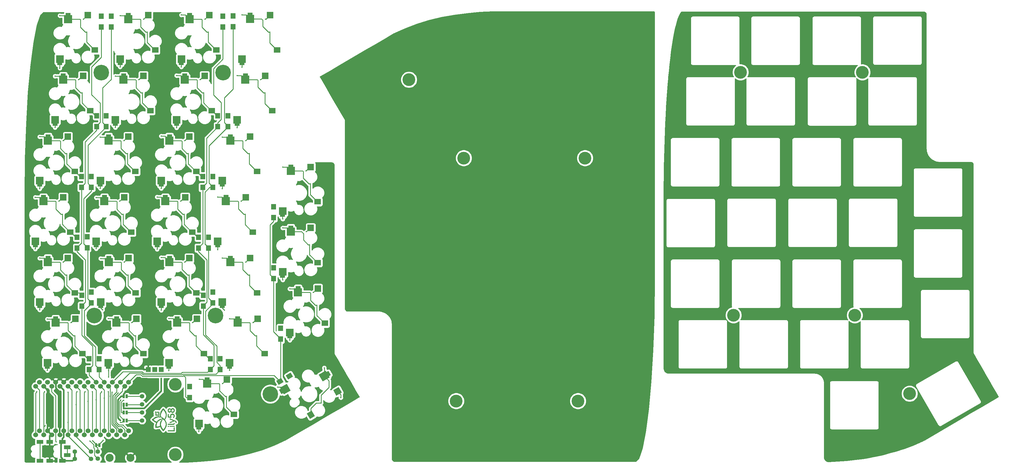
<source format=gtl>
G04 #@! TF.GenerationSoftware,KiCad,Pcbnew,5.1.5-52549c5~84~ubuntu18.04.1*
G04 #@! TF.CreationDate,2019-12-02T10:01:40+01:00*
G04 #@! TF.ProjectId,Lily58_Pro_OneForAll,4c696c79-3538-45f5-9072-6f5f4f6e6546,rev?*
G04 #@! TF.SameCoordinates,Original*
G04 #@! TF.FileFunction,Copper,L1,Top*
G04 #@! TF.FilePolarity,Positive*
%FSLAX46Y46*%
G04 Gerber Fmt 4.6, Leading zero omitted, Abs format (unit mm)*
G04 Created by KiCad (PCBNEW 5.1.5-52549c5~84~ubuntu18.04.1) date 2019-12-02 10:01:40*
%MOMM*%
%LPD*%
G04 APERTURE LIST*
%ADD10C,0.010000*%
%ADD11C,4.000000*%
%ADD12R,2.100000X1.200000*%
%ADD13R,1.524000X1.524000*%
%ADD14C,0.100000*%
%ADD15R,1.500000X0.700000*%
%ADD16R,2.400000X2.400000*%
%ADD17R,2.500000X2.500000*%
%ADD18R,2.000000X1.800000*%
%ADD19R,2.000000X2.000000*%
%ADD20C,1.524000*%
%ADD21C,4.900000*%
%ADD22C,1.397000*%
%ADD23R,0.635000X1.143000*%
%ADD24C,2.500000*%
%ADD25R,0.381000X0.381000*%
%ADD26R,1.500000X1.800000*%
%ADD27C,0.400000*%
%ADD28C,0.250000*%
%ADD29C,0.500000*%
%ADD30C,0.254000*%
G04 APERTURE END LIST*
D10*
G36*
X61018370Y-143416045D02*
G01*
X61023098Y-143386784D01*
X61027258Y-143375376D01*
X61046141Y-143353425D01*
X61072920Y-143342157D01*
X61104519Y-143342754D01*
X61109247Y-143343877D01*
X61119099Y-143347459D01*
X61141378Y-143356182D01*
X61175095Y-143369638D01*
X61219264Y-143387423D01*
X61272897Y-143409132D01*
X61335006Y-143434358D01*
X61404605Y-143462696D01*
X61480707Y-143493741D01*
X61562323Y-143527086D01*
X61648467Y-143562328D01*
X61738151Y-143599059D01*
X61830389Y-143636874D01*
X61924193Y-143675369D01*
X62018575Y-143714137D01*
X62112548Y-143752772D01*
X62205126Y-143790870D01*
X62295320Y-143828025D01*
X62382143Y-143863831D01*
X62464609Y-143897883D01*
X62541730Y-143929774D01*
X62612519Y-143959101D01*
X62675987Y-143985456D01*
X62731149Y-144008435D01*
X62777017Y-144027632D01*
X62812603Y-144042642D01*
X62836921Y-144053058D01*
X62848982Y-144058476D01*
X62849143Y-144058556D01*
X62910070Y-144095279D01*
X62967137Y-144141215D01*
X63017315Y-144193408D01*
X63057573Y-144248901D01*
X63073070Y-144277033D01*
X63101573Y-144350239D01*
X63116740Y-144425318D01*
X63118303Y-144500286D01*
X63110508Y-144554691D01*
X63099122Y-144596644D01*
X63083767Y-144639036D01*
X63066593Y-144676414D01*
X63054319Y-144697146D01*
X63037135Y-144713265D01*
X63013689Y-144725005D01*
X63012257Y-144725452D01*
X62996239Y-144729378D01*
X62982443Y-144729356D01*
X62966210Y-144724476D01*
X62942879Y-144713827D01*
X62936356Y-144710632D01*
X62900599Y-144689527D01*
X62878255Y-144666844D01*
X62868556Y-144640443D01*
X62870732Y-144608181D01*
X62884015Y-144567917D01*
X62884612Y-144566481D01*
X62902554Y-144512768D01*
X62908298Y-144464789D01*
X62901606Y-144420054D01*
X62882240Y-144376074D01*
X62863701Y-144348008D01*
X62839197Y-144319263D01*
X62808603Y-144292125D01*
X62770264Y-144265547D01*
X62722528Y-144238481D01*
X62663739Y-144209880D01*
X62604609Y-144183904D01*
X62481539Y-144131753D01*
X61795039Y-144420890D01*
X61677222Y-144470414D01*
X61568819Y-144515779D01*
X61470238Y-144556820D01*
X61381889Y-144593370D01*
X61304179Y-144625264D01*
X61237516Y-144652334D01*
X61182309Y-144674415D01*
X61138966Y-144691341D01*
X61107895Y-144702945D01*
X61089505Y-144709061D01*
X61084803Y-144710028D01*
X61058185Y-144703695D01*
X61040705Y-144692525D01*
X61031317Y-144683641D01*
X61025244Y-144674216D01*
X61021629Y-144660872D01*
X61019619Y-144640233D01*
X61018357Y-144608919D01*
X61018196Y-144603625D01*
X61018534Y-144559339D01*
X61023263Y-144526559D01*
X61033361Y-144502681D01*
X61049806Y-144485105D01*
X61066693Y-144474596D01*
X61077697Y-144469667D01*
X61100894Y-144459857D01*
X61135006Y-144445685D01*
X61178751Y-144427666D01*
X61230851Y-144406320D01*
X61290025Y-144382162D01*
X61354994Y-144355710D01*
X61424478Y-144327482D01*
X61497197Y-144297994D01*
X61571871Y-144267765D01*
X61647221Y-144237310D01*
X61721967Y-144207147D01*
X61794828Y-144177794D01*
X61864526Y-144149768D01*
X61929781Y-144123586D01*
X61989312Y-144099765D01*
X62041840Y-144078823D01*
X62086085Y-144061277D01*
X62120768Y-144047644D01*
X62144608Y-144038441D01*
X62156326Y-144034185D01*
X62156472Y-144034141D01*
X62174275Y-144027725D01*
X62184303Y-144022014D01*
X62185115Y-144020600D01*
X62178867Y-144015651D01*
X62163220Y-144009225D01*
X62156339Y-144007019D01*
X62144641Y-144002854D01*
X62120810Y-143993819D01*
X62086128Y-143980422D01*
X62041877Y-143963173D01*
X61989337Y-143942582D01*
X61929791Y-143919157D01*
X61864519Y-143893408D01*
X61794805Y-143865845D01*
X61721928Y-143836976D01*
X61647170Y-143807311D01*
X61571814Y-143777360D01*
X61497141Y-143747631D01*
X61424431Y-143718635D01*
X61354967Y-143690880D01*
X61290030Y-143664877D01*
X61230902Y-143641133D01*
X61178864Y-143620159D01*
X61135198Y-143602464D01*
X61101185Y-143588557D01*
X61078107Y-143578948D01*
X61067246Y-143574146D01*
X61067223Y-143574135D01*
X61043947Y-143557599D01*
X61028472Y-143534836D01*
X61019759Y-143503409D01*
X61016766Y-143460884D01*
X61016742Y-143455997D01*
X61018370Y-143416045D01*
G37*
X61018370Y-143416045D02*
X61023098Y-143386784D01*
X61027258Y-143375376D01*
X61046141Y-143353425D01*
X61072920Y-143342157D01*
X61104519Y-143342754D01*
X61109247Y-143343877D01*
X61119099Y-143347459D01*
X61141378Y-143356182D01*
X61175095Y-143369638D01*
X61219264Y-143387423D01*
X61272897Y-143409132D01*
X61335006Y-143434358D01*
X61404605Y-143462696D01*
X61480707Y-143493741D01*
X61562323Y-143527086D01*
X61648467Y-143562328D01*
X61738151Y-143599059D01*
X61830389Y-143636874D01*
X61924193Y-143675369D01*
X62018575Y-143714137D01*
X62112548Y-143752772D01*
X62205126Y-143790870D01*
X62295320Y-143828025D01*
X62382143Y-143863831D01*
X62464609Y-143897883D01*
X62541730Y-143929774D01*
X62612519Y-143959101D01*
X62675987Y-143985456D01*
X62731149Y-144008435D01*
X62777017Y-144027632D01*
X62812603Y-144042642D01*
X62836921Y-144053058D01*
X62848982Y-144058476D01*
X62849143Y-144058556D01*
X62910070Y-144095279D01*
X62967137Y-144141215D01*
X63017315Y-144193408D01*
X63057573Y-144248901D01*
X63073070Y-144277033D01*
X63101573Y-144350239D01*
X63116740Y-144425318D01*
X63118303Y-144500286D01*
X63110508Y-144554691D01*
X63099122Y-144596644D01*
X63083767Y-144639036D01*
X63066593Y-144676414D01*
X63054319Y-144697146D01*
X63037135Y-144713265D01*
X63013689Y-144725005D01*
X63012257Y-144725452D01*
X62996239Y-144729378D01*
X62982443Y-144729356D01*
X62966210Y-144724476D01*
X62942879Y-144713827D01*
X62936356Y-144710632D01*
X62900599Y-144689527D01*
X62878255Y-144666844D01*
X62868556Y-144640443D01*
X62870732Y-144608181D01*
X62884015Y-144567917D01*
X62884612Y-144566481D01*
X62902554Y-144512768D01*
X62908298Y-144464789D01*
X62901606Y-144420054D01*
X62882240Y-144376074D01*
X62863701Y-144348008D01*
X62839197Y-144319263D01*
X62808603Y-144292125D01*
X62770264Y-144265547D01*
X62722528Y-144238481D01*
X62663739Y-144209880D01*
X62604609Y-144183904D01*
X62481539Y-144131753D01*
X61795039Y-144420890D01*
X61677222Y-144470414D01*
X61568819Y-144515779D01*
X61470238Y-144556820D01*
X61381889Y-144593370D01*
X61304179Y-144625264D01*
X61237516Y-144652334D01*
X61182309Y-144674415D01*
X61138966Y-144691341D01*
X61107895Y-144702945D01*
X61089505Y-144709061D01*
X61084803Y-144710028D01*
X61058185Y-144703695D01*
X61040705Y-144692525D01*
X61031317Y-144683641D01*
X61025244Y-144674216D01*
X61021629Y-144660872D01*
X61019619Y-144640233D01*
X61018357Y-144608919D01*
X61018196Y-144603625D01*
X61018534Y-144559339D01*
X61023263Y-144526559D01*
X61033361Y-144502681D01*
X61049806Y-144485105D01*
X61066693Y-144474596D01*
X61077697Y-144469667D01*
X61100894Y-144459857D01*
X61135006Y-144445685D01*
X61178751Y-144427666D01*
X61230851Y-144406320D01*
X61290025Y-144382162D01*
X61354994Y-144355710D01*
X61424478Y-144327482D01*
X61497197Y-144297994D01*
X61571871Y-144267765D01*
X61647221Y-144237310D01*
X61721967Y-144207147D01*
X61794828Y-144177794D01*
X61864526Y-144149768D01*
X61929781Y-144123586D01*
X61989312Y-144099765D01*
X62041840Y-144078823D01*
X62086085Y-144061277D01*
X62120768Y-144047644D01*
X62144608Y-144038441D01*
X62156326Y-144034185D01*
X62156472Y-144034141D01*
X62174275Y-144027725D01*
X62184303Y-144022014D01*
X62185115Y-144020600D01*
X62178867Y-144015651D01*
X62163220Y-144009225D01*
X62156339Y-144007019D01*
X62144641Y-144002854D01*
X62120810Y-143993819D01*
X62086128Y-143980422D01*
X62041877Y-143963173D01*
X61989337Y-143942582D01*
X61929791Y-143919157D01*
X61864519Y-143893408D01*
X61794805Y-143865845D01*
X61721928Y-143836976D01*
X61647170Y-143807311D01*
X61571814Y-143777360D01*
X61497141Y-143747631D01*
X61424431Y-143718635D01*
X61354967Y-143690880D01*
X61290030Y-143664877D01*
X61230902Y-143641133D01*
X61178864Y-143620159D01*
X61135198Y-143602464D01*
X61101185Y-143588557D01*
X61078107Y-143578948D01*
X61067246Y-143574146D01*
X61067223Y-143574135D01*
X61043947Y-143557599D01*
X61028472Y-143534836D01*
X61019759Y-143503409D01*
X61016766Y-143460884D01*
X61016742Y-143455997D01*
X61018370Y-143416045D01*
G36*
X60437965Y-145087438D02*
G01*
X60445438Y-145050980D01*
X60460037Y-145025688D01*
X60470939Y-145016386D01*
X60474587Y-145014490D01*
X60479960Y-145012787D01*
X60487842Y-145011262D01*
X60499018Y-145009901D01*
X60514271Y-145008688D01*
X60534385Y-145007610D01*
X60560144Y-145006652D01*
X60592333Y-145005799D01*
X60631734Y-145005038D01*
X60679131Y-145004353D01*
X60735310Y-145003731D01*
X60801052Y-145003156D01*
X60877144Y-145002615D01*
X60964367Y-145002093D01*
X61063507Y-145001575D01*
X61175347Y-145001047D01*
X61300670Y-145000495D01*
X61342963Y-145000314D01*
X62196000Y-144996685D01*
X62232275Y-144978543D01*
X62268028Y-144954234D01*
X62291653Y-144922472D01*
X62304291Y-144881691D01*
X62304707Y-144879045D01*
X62313829Y-144840334D01*
X62328127Y-144813963D01*
X62348197Y-144798527D01*
X62370302Y-144792788D01*
X62400515Y-144790239D01*
X62433155Y-144790802D01*
X62462543Y-144794396D01*
X62481996Y-144800400D01*
X62503425Y-144819536D01*
X62516734Y-144850302D01*
X62521793Y-144892210D01*
X62519233Y-144938628D01*
X62504630Y-145009484D01*
X62478704Y-145071436D01*
X62441818Y-145124071D01*
X62394333Y-145166977D01*
X62336613Y-145199742D01*
X62270525Y-145221601D01*
X62261898Y-145223246D01*
X62250207Y-145224719D01*
X62234679Y-145226029D01*
X62214543Y-145227186D01*
X62189026Y-145228199D01*
X62157357Y-145229076D01*
X62118764Y-145229828D01*
X62072475Y-145230463D01*
X62017719Y-145230991D01*
X61953722Y-145231420D01*
X61879714Y-145231759D01*
X61794922Y-145232019D01*
X61698574Y-145232207D01*
X61589900Y-145232334D01*
X61468126Y-145232408D01*
X61356100Y-145232435D01*
X60487172Y-145232543D01*
X60463651Y-145211527D01*
X60451463Y-145199562D01*
X60444140Y-145187776D01*
X60440155Y-145171775D01*
X60437979Y-145147164D01*
X60437374Y-145135932D01*
X60437965Y-145087438D01*
G37*
X60437965Y-145087438D02*
X60445438Y-145050980D01*
X60460037Y-145025688D01*
X60470939Y-145016386D01*
X60474587Y-145014490D01*
X60479960Y-145012787D01*
X60487842Y-145011262D01*
X60499018Y-145009901D01*
X60514271Y-145008688D01*
X60534385Y-145007610D01*
X60560144Y-145006652D01*
X60592333Y-145005799D01*
X60631734Y-145005038D01*
X60679131Y-145004353D01*
X60735310Y-145003731D01*
X60801052Y-145003156D01*
X60877144Y-145002615D01*
X60964367Y-145002093D01*
X61063507Y-145001575D01*
X61175347Y-145001047D01*
X61300670Y-145000495D01*
X61342963Y-145000314D01*
X62196000Y-144996685D01*
X62232275Y-144978543D01*
X62268028Y-144954234D01*
X62291653Y-144922472D01*
X62304291Y-144881691D01*
X62304707Y-144879045D01*
X62313829Y-144840334D01*
X62328127Y-144813963D01*
X62348197Y-144798527D01*
X62370302Y-144792788D01*
X62400515Y-144790239D01*
X62433155Y-144790802D01*
X62462543Y-144794396D01*
X62481996Y-144800400D01*
X62503425Y-144819536D01*
X62516734Y-144850302D01*
X62521793Y-144892210D01*
X62519233Y-144938628D01*
X62504630Y-145009484D01*
X62478704Y-145071436D01*
X62441818Y-145124071D01*
X62394333Y-145166977D01*
X62336613Y-145199742D01*
X62270525Y-145221601D01*
X62261898Y-145223246D01*
X62250207Y-145224719D01*
X62234679Y-145226029D01*
X62214543Y-145227186D01*
X62189026Y-145228199D01*
X62157357Y-145229076D01*
X62118764Y-145229828D01*
X62072475Y-145230463D01*
X62017719Y-145230991D01*
X61953722Y-145231420D01*
X61879714Y-145231759D01*
X61794922Y-145232019D01*
X61698574Y-145232207D01*
X61589900Y-145232334D01*
X61468126Y-145232408D01*
X61356100Y-145232435D01*
X60487172Y-145232543D01*
X60463651Y-145211527D01*
X60451463Y-145199562D01*
X60444140Y-145187776D01*
X60440155Y-145171775D01*
X60437979Y-145147164D01*
X60437374Y-145135932D01*
X60437965Y-145087438D01*
G36*
X60447034Y-142364005D02*
G01*
X60447110Y-142280836D01*
X60447349Y-142210076D01*
X60447843Y-142150673D01*
X60448681Y-142101575D01*
X60449957Y-142061729D01*
X60451762Y-142030084D01*
X60454186Y-142005585D01*
X60457321Y-141987182D01*
X60461260Y-141973821D01*
X60466092Y-141964451D01*
X60471910Y-141958019D01*
X60478806Y-141953472D01*
X60486869Y-141949758D01*
X60491589Y-141947793D01*
X60514214Y-141942135D01*
X60545807Y-141938880D01*
X60581008Y-141938104D01*
X60614460Y-141939883D01*
X60640804Y-141944295D01*
X60645038Y-141945600D01*
X60665545Y-141957456D01*
X60680593Y-141972814D01*
X60683578Y-141978015D01*
X60686093Y-141984909D01*
X60688186Y-141994735D01*
X60689907Y-142008735D01*
X60691306Y-142028150D01*
X60692430Y-142054221D01*
X60693331Y-142088187D01*
X60694056Y-142131291D01*
X60694655Y-142184773D01*
X60695178Y-142249874D01*
X60695673Y-142327835D01*
X60695841Y-142356900D01*
X60696365Y-142428114D01*
X60697088Y-142494732D01*
X60697977Y-142555383D01*
X60699003Y-142608697D01*
X60700133Y-142653303D01*
X60701337Y-142687831D01*
X60702583Y-142710910D01*
X60703841Y-142721169D01*
X60704137Y-142721571D01*
X60712549Y-142722361D01*
X60733720Y-142724608D01*
X60765989Y-142728128D01*
X60807694Y-142732739D01*
X60857174Y-142738255D01*
X60912766Y-142744494D01*
X60969660Y-142750916D01*
X61029333Y-142757585D01*
X61084320Y-142763567D01*
X61132986Y-142768698D01*
X61173701Y-142772812D01*
X61204830Y-142775745D01*
X61224742Y-142777330D01*
X61231788Y-142777432D01*
X61230634Y-142769843D01*
X61224758Y-142753048D01*
X61217450Y-142735387D01*
X61192014Y-142660566D01*
X61177242Y-142578332D01*
X61173095Y-142491071D01*
X61179534Y-142401175D01*
X61196520Y-142311030D01*
X61224014Y-142223026D01*
X61225935Y-142218025D01*
X61257949Y-142146914D01*
X61296528Y-142083658D01*
X61344636Y-142023763D01*
X61375284Y-141991569D01*
X61436604Y-141936064D01*
X61498547Y-141892415D01*
X61564734Y-141858278D01*
X61606262Y-141841994D01*
X61704008Y-141814691D01*
X61801887Y-141801899D01*
X61899844Y-141803619D01*
X61997823Y-141819853D01*
X62058115Y-141837060D01*
X62147628Y-141874109D01*
X62229468Y-141923029D01*
X62302919Y-141982953D01*
X62367265Y-142053014D01*
X62421790Y-142132346D01*
X62465778Y-142220080D01*
X62498513Y-142315351D01*
X62515125Y-142390508D01*
X62521216Y-142440231D01*
X62524459Y-142498263D01*
X62524788Y-142558666D01*
X62522132Y-142615502D01*
X62518169Y-142652013D01*
X62498204Y-142744679D01*
X62466173Y-142836350D01*
X62423552Y-142923992D01*
X62371818Y-143004571D01*
X62312449Y-143075053D01*
X62312152Y-143075357D01*
X62289884Y-143097552D01*
X62273875Y-143111065D01*
X62260677Y-143118007D01*
X62246845Y-143120487D01*
X62238045Y-143120714D01*
X62222052Y-143119376D01*
X62206219Y-143114272D01*
X62187230Y-143103770D01*
X62161770Y-143086234D01*
X62148939Y-143076817D01*
X62112361Y-143047802D01*
X62087964Y-143022578D01*
X62075514Y-142998793D01*
X62074780Y-142974094D01*
X62085526Y-142946127D01*
X62107521Y-142912542D01*
X62129825Y-142884011D01*
X62166461Y-142832561D01*
X62199521Y-142774116D01*
X62226087Y-142714313D01*
X62240309Y-142670771D01*
X62248129Y-142628257D01*
X62252252Y-142577257D01*
X62252680Y-142523083D01*
X62249414Y-142471043D01*
X62242456Y-142426448D01*
X62240223Y-142417390D01*
X62212504Y-142339491D01*
X62174349Y-142271042D01*
X62126432Y-142212663D01*
X62069425Y-142164974D01*
X62004002Y-142128594D01*
X61930837Y-142104143D01*
X61891616Y-142096593D01*
X61820843Y-142093175D01*
X61750575Y-142103170D01*
X61682804Y-142125552D01*
X61619524Y-142159293D01*
X61562725Y-142203370D01*
X61514400Y-142256755D01*
X61482118Y-142307466D01*
X61458988Y-142355693D01*
X61442853Y-142401580D01*
X61432494Y-142449963D01*
X61426690Y-142505682D01*
X61425299Y-142532885D01*
X61424651Y-142595287D01*
X61428743Y-142648941D01*
X61438550Y-142699116D01*
X61455048Y-142751083D01*
X61474637Y-142799622D01*
X61489745Y-142836521D01*
X61499116Y-142864994D01*
X61503916Y-142889386D01*
X61505310Y-142913885D01*
X61500493Y-142960465D01*
X61486508Y-143000296D01*
X61464583Y-143031542D01*
X61435947Y-143052367D01*
X61407238Y-143060504D01*
X61392791Y-143060540D01*
X61365838Y-143059076D01*
X61327925Y-143056277D01*
X61280598Y-143052305D01*
X61225406Y-143047323D01*
X61163893Y-143041495D01*
X61097608Y-143034984D01*
X61028097Y-143027954D01*
X60956907Y-143020567D01*
X60885584Y-143012987D01*
X60815677Y-143005377D01*
X60748730Y-142997901D01*
X60686292Y-142990722D01*
X60629909Y-142984002D01*
X60581127Y-142977906D01*
X60541494Y-142972597D01*
X60512557Y-142968237D01*
X60495862Y-142964991D01*
X60492839Y-142963982D01*
X60473650Y-142949826D01*
X60459797Y-142934014D01*
X60457187Y-142929237D01*
X60454957Y-142922751D01*
X60453077Y-142913456D01*
X60451519Y-142900250D01*
X60450251Y-142882036D01*
X60449245Y-142857713D01*
X60448470Y-142826182D01*
X60447898Y-142786342D01*
X60447498Y-142737093D01*
X60447241Y-142677337D01*
X60447098Y-142605973D01*
X60447037Y-142521902D01*
X60447029Y-142460636D01*
X60447034Y-142364005D01*
G37*
X60447034Y-142364005D02*
X60447110Y-142280836D01*
X60447349Y-142210076D01*
X60447843Y-142150673D01*
X60448681Y-142101575D01*
X60449957Y-142061729D01*
X60451762Y-142030084D01*
X60454186Y-142005585D01*
X60457321Y-141987182D01*
X60461260Y-141973821D01*
X60466092Y-141964451D01*
X60471910Y-141958019D01*
X60478806Y-141953472D01*
X60486869Y-141949758D01*
X60491589Y-141947793D01*
X60514214Y-141942135D01*
X60545807Y-141938880D01*
X60581008Y-141938104D01*
X60614460Y-141939883D01*
X60640804Y-141944295D01*
X60645038Y-141945600D01*
X60665545Y-141957456D01*
X60680593Y-141972814D01*
X60683578Y-141978015D01*
X60686093Y-141984909D01*
X60688186Y-141994735D01*
X60689907Y-142008735D01*
X60691306Y-142028150D01*
X60692430Y-142054221D01*
X60693331Y-142088187D01*
X60694056Y-142131291D01*
X60694655Y-142184773D01*
X60695178Y-142249874D01*
X60695673Y-142327835D01*
X60695841Y-142356900D01*
X60696365Y-142428114D01*
X60697088Y-142494732D01*
X60697977Y-142555383D01*
X60699003Y-142608697D01*
X60700133Y-142653303D01*
X60701337Y-142687831D01*
X60702583Y-142710910D01*
X60703841Y-142721169D01*
X60704137Y-142721571D01*
X60712549Y-142722361D01*
X60733720Y-142724608D01*
X60765989Y-142728128D01*
X60807694Y-142732739D01*
X60857174Y-142738255D01*
X60912766Y-142744494D01*
X60969660Y-142750916D01*
X61029333Y-142757585D01*
X61084320Y-142763567D01*
X61132986Y-142768698D01*
X61173701Y-142772812D01*
X61204830Y-142775745D01*
X61224742Y-142777330D01*
X61231788Y-142777432D01*
X61230634Y-142769843D01*
X61224758Y-142753048D01*
X61217450Y-142735387D01*
X61192014Y-142660566D01*
X61177242Y-142578332D01*
X61173095Y-142491071D01*
X61179534Y-142401175D01*
X61196520Y-142311030D01*
X61224014Y-142223026D01*
X61225935Y-142218025D01*
X61257949Y-142146914D01*
X61296528Y-142083658D01*
X61344636Y-142023763D01*
X61375284Y-141991569D01*
X61436604Y-141936064D01*
X61498547Y-141892415D01*
X61564734Y-141858278D01*
X61606262Y-141841994D01*
X61704008Y-141814691D01*
X61801887Y-141801899D01*
X61899844Y-141803619D01*
X61997823Y-141819853D01*
X62058115Y-141837060D01*
X62147628Y-141874109D01*
X62229468Y-141923029D01*
X62302919Y-141982953D01*
X62367265Y-142053014D01*
X62421790Y-142132346D01*
X62465778Y-142220080D01*
X62498513Y-142315351D01*
X62515125Y-142390508D01*
X62521216Y-142440231D01*
X62524459Y-142498263D01*
X62524788Y-142558666D01*
X62522132Y-142615502D01*
X62518169Y-142652013D01*
X62498204Y-142744679D01*
X62466173Y-142836350D01*
X62423552Y-142923992D01*
X62371818Y-143004571D01*
X62312449Y-143075053D01*
X62312152Y-143075357D01*
X62289884Y-143097552D01*
X62273875Y-143111065D01*
X62260677Y-143118007D01*
X62246845Y-143120487D01*
X62238045Y-143120714D01*
X62222052Y-143119376D01*
X62206219Y-143114272D01*
X62187230Y-143103770D01*
X62161770Y-143086234D01*
X62148939Y-143076817D01*
X62112361Y-143047802D01*
X62087964Y-143022578D01*
X62075514Y-142998793D01*
X62074780Y-142974094D01*
X62085526Y-142946127D01*
X62107521Y-142912542D01*
X62129825Y-142884011D01*
X62166461Y-142832561D01*
X62199521Y-142774116D01*
X62226087Y-142714313D01*
X62240309Y-142670771D01*
X62248129Y-142628257D01*
X62252252Y-142577257D01*
X62252680Y-142523083D01*
X62249414Y-142471043D01*
X62242456Y-142426448D01*
X62240223Y-142417390D01*
X62212504Y-142339491D01*
X62174349Y-142271042D01*
X62126432Y-142212663D01*
X62069425Y-142164974D01*
X62004002Y-142128594D01*
X61930837Y-142104143D01*
X61891616Y-142096593D01*
X61820843Y-142093175D01*
X61750575Y-142103170D01*
X61682804Y-142125552D01*
X61619524Y-142159293D01*
X61562725Y-142203370D01*
X61514400Y-142256755D01*
X61482118Y-142307466D01*
X61458988Y-142355693D01*
X61442853Y-142401580D01*
X61432494Y-142449963D01*
X61426690Y-142505682D01*
X61425299Y-142532885D01*
X61424651Y-142595287D01*
X61428743Y-142648941D01*
X61438550Y-142699116D01*
X61455048Y-142751083D01*
X61474637Y-142799622D01*
X61489745Y-142836521D01*
X61499116Y-142864994D01*
X61503916Y-142889386D01*
X61505310Y-142913885D01*
X61500493Y-142960465D01*
X61486508Y-143000296D01*
X61464583Y-143031542D01*
X61435947Y-143052367D01*
X61407238Y-143060504D01*
X61392791Y-143060540D01*
X61365838Y-143059076D01*
X61327925Y-143056277D01*
X61280598Y-143052305D01*
X61225406Y-143047323D01*
X61163893Y-143041495D01*
X61097608Y-143034984D01*
X61028097Y-143027954D01*
X60956907Y-143020567D01*
X60885584Y-143012987D01*
X60815677Y-143005377D01*
X60748730Y-142997901D01*
X60686292Y-142990722D01*
X60629909Y-142984002D01*
X60581127Y-142977906D01*
X60541494Y-142972597D01*
X60512557Y-142968237D01*
X60495862Y-142964991D01*
X60492839Y-142963982D01*
X60473650Y-142949826D01*
X60459797Y-142934014D01*
X60457187Y-142929237D01*
X60454957Y-142922751D01*
X60453077Y-142913456D01*
X60451519Y-142900250D01*
X60450251Y-142882036D01*
X60449245Y-142857713D01*
X60448470Y-142826182D01*
X60447898Y-142786342D01*
X60447498Y-142737093D01*
X60447241Y-142677337D01*
X60447098Y-142605973D01*
X60447037Y-142521902D01*
X60447029Y-142460636D01*
X60447034Y-142364005D01*
G36*
X60416304Y-140735749D02*
G01*
X60421052Y-140671409D01*
X60428640Y-140612485D01*
X60438169Y-140566116D01*
X60468582Y-140472956D01*
X60508389Y-140390688D01*
X60557806Y-140318958D01*
X60617052Y-140257411D01*
X60639343Y-140238844D01*
X60707554Y-140194045D01*
X60781440Y-140162003D01*
X60859986Y-140142591D01*
X60942178Y-140135684D01*
X61027003Y-140141157D01*
X61113445Y-140158884D01*
X61200492Y-140188740D01*
X61287128Y-140230599D01*
X61372340Y-140284336D01*
X61441474Y-140338052D01*
X61486647Y-140376373D01*
X61522009Y-140324604D01*
X61576320Y-140255420D01*
X61637080Y-140196788D01*
X61702825Y-140149865D01*
X61772091Y-140115811D01*
X61796857Y-140107158D01*
X61841305Y-140097308D01*
X61894449Y-140091808D01*
X61951118Y-140090722D01*
X62006141Y-140094113D01*
X62054348Y-140102044D01*
X62061743Y-140103915D01*
X62147814Y-140134481D01*
X62227047Y-140177614D01*
X62298769Y-140232744D01*
X62362304Y-140299296D01*
X62416978Y-140376699D01*
X62446344Y-140430322D01*
X62475217Y-140494684D01*
X62496352Y-140556657D01*
X62510713Y-140620426D01*
X62519265Y-140690176D01*
X62522805Y-140762143D01*
X62523283Y-140805206D01*
X62522825Y-140846956D01*
X62521536Y-140883486D01*
X62519522Y-140910889D01*
X62518600Y-140918025D01*
X62498132Y-141012121D01*
X62467273Y-141103193D01*
X62427342Y-141188040D01*
X62379660Y-141263460D01*
X62371915Y-141273771D01*
X62312130Y-141339913D01*
X62242370Y-141396786D01*
X62164946Y-141442825D01*
X62082173Y-141476462D01*
X62064961Y-141481626D01*
X62033293Y-141489458D01*
X62001915Y-141494457D01*
X61966039Y-141497153D01*
X61920879Y-141498078D01*
X61916600Y-141498092D01*
X61885809Y-141496922D01*
X61885809Y-141211973D01*
X61940536Y-141208895D01*
X61989174Y-141200197D01*
X61998002Y-141197678D01*
X62061304Y-141170724D01*
X62119112Y-141131432D01*
X62169977Y-141081403D01*
X62212452Y-141022237D01*
X62245086Y-140955537D01*
X62260762Y-140907285D01*
X62267206Y-140870987D01*
X62270751Y-140825673D01*
X62271396Y-140776550D01*
X62269140Y-140728823D01*
X62263981Y-140687700D01*
X62260809Y-140673104D01*
X62237556Y-140605516D01*
X62205629Y-140545632D01*
X62166388Y-140494046D01*
X62121197Y-140451354D01*
X62071415Y-140418150D01*
X62018407Y-140395030D01*
X61963532Y-140382588D01*
X61908154Y-140381420D01*
X61853635Y-140392119D01*
X61801335Y-140415282D01*
X61752903Y-140451240D01*
X61731421Y-140472467D01*
X61711192Y-140495868D01*
X61691383Y-140522920D01*
X61671162Y-140555104D01*
X61649695Y-140593899D01*
X61626149Y-140640784D01*
X61599694Y-140697238D01*
X61569494Y-140764741D01*
X61545622Y-140819498D01*
X61481569Y-140967568D01*
X61507062Y-141002297D01*
X61550314Y-141053249D01*
X61601613Y-141100611D01*
X61657722Y-141142047D01*
X61715406Y-141175223D01*
X61771427Y-141197804D01*
X61782370Y-141200902D01*
X61831064Y-141209338D01*
X61885809Y-141211973D01*
X61885809Y-141496922D01*
X61847399Y-141495461D01*
X61786227Y-141486413D01*
X61727555Y-141469709D01*
X61665855Y-141444113D01*
X61657392Y-141440101D01*
X61601952Y-141408865D01*
X61544269Y-141368213D01*
X61487997Y-141321290D01*
X61436793Y-141271242D01*
X61394312Y-141221213D01*
X61380703Y-141202094D01*
X61361910Y-141173959D01*
X61344035Y-141198465D01*
X61331701Y-141213411D01*
X61311810Y-141235352D01*
X61287237Y-141261192D01*
X61263966Y-141284750D01*
X61206348Y-141335668D01*
X61148317Y-141373337D01*
X61087219Y-141398846D01*
X61020402Y-141413287D01*
X60951400Y-141417383D01*
X60951400Y-141135646D01*
X60985789Y-141135033D01*
X61010549Y-141132852D01*
X61030553Y-141128169D01*
X61050673Y-141120046D01*
X61062502Y-141114300D01*
X61101157Y-141089306D01*
X61141305Y-141053285D01*
X61180243Y-141009107D01*
X61215265Y-140959640D01*
X61227172Y-140939720D01*
X61239916Y-140915728D01*
X61255726Y-140883649D01*
X61273637Y-140845691D01*
X61292685Y-140804061D01*
X61311904Y-140760965D01*
X61330330Y-140718611D01*
X61346998Y-140679204D01*
X61360944Y-140644951D01*
X61371201Y-140618060D01*
X61376807Y-140600737D01*
X61377529Y-140595810D01*
X61371364Y-140586980D01*
X61356254Y-140572211D01*
X61334976Y-140554123D01*
X61325143Y-140546378D01*
X61267348Y-140507050D01*
X61203994Y-140472984D01*
X61138388Y-140445468D01*
X61073834Y-140425793D01*
X61013638Y-140415247D01*
X60985354Y-140413800D01*
X60916795Y-140420287D01*
X60854880Y-140439223D01*
X60800300Y-140469820D01*
X60753742Y-140511291D01*
X60715897Y-140562848D01*
X60687454Y-140623704D01*
X60669103Y-140693071D01*
X60661532Y-140770162D01*
X60661367Y-140783914D01*
X60666991Y-140860843D01*
X60683508Y-140930700D01*
X60710380Y-140992489D01*
X60747070Y-141045217D01*
X60793040Y-141087890D01*
X60840961Y-141116436D01*
X60863277Y-141125974D01*
X60883637Y-141131783D01*
X60906966Y-141134719D01*
X60938191Y-141135640D01*
X60951400Y-141135646D01*
X60951400Y-141417383D01*
X60945212Y-141417751D01*
X60940515Y-141417726D01*
X60854725Y-141410253D01*
X60774453Y-141389759D01*
X60700386Y-141356911D01*
X60633214Y-141312375D01*
X60573626Y-141256817D01*
X60522311Y-141190906D01*
X60479959Y-141115308D01*
X60447258Y-141030689D01*
X60424898Y-140937716D01*
X60421318Y-140915412D01*
X60416216Y-140862336D01*
X60414619Y-140800920D01*
X60416304Y-140735749D01*
G37*
X60416304Y-140735749D02*
X60421052Y-140671409D01*
X60428640Y-140612485D01*
X60438169Y-140566116D01*
X60468582Y-140472956D01*
X60508389Y-140390688D01*
X60557806Y-140318958D01*
X60617052Y-140257411D01*
X60639343Y-140238844D01*
X60707554Y-140194045D01*
X60781440Y-140162003D01*
X60859986Y-140142591D01*
X60942178Y-140135684D01*
X61027003Y-140141157D01*
X61113445Y-140158884D01*
X61200492Y-140188740D01*
X61287128Y-140230599D01*
X61372340Y-140284336D01*
X61441474Y-140338052D01*
X61486647Y-140376373D01*
X61522009Y-140324604D01*
X61576320Y-140255420D01*
X61637080Y-140196788D01*
X61702825Y-140149865D01*
X61772091Y-140115811D01*
X61796857Y-140107158D01*
X61841305Y-140097308D01*
X61894449Y-140091808D01*
X61951118Y-140090722D01*
X62006141Y-140094113D01*
X62054348Y-140102044D01*
X62061743Y-140103915D01*
X62147814Y-140134481D01*
X62227047Y-140177614D01*
X62298769Y-140232744D01*
X62362304Y-140299296D01*
X62416978Y-140376699D01*
X62446344Y-140430322D01*
X62475217Y-140494684D01*
X62496352Y-140556657D01*
X62510713Y-140620426D01*
X62519265Y-140690176D01*
X62522805Y-140762143D01*
X62523283Y-140805206D01*
X62522825Y-140846956D01*
X62521536Y-140883486D01*
X62519522Y-140910889D01*
X62518600Y-140918025D01*
X62498132Y-141012121D01*
X62467273Y-141103193D01*
X62427342Y-141188040D01*
X62379660Y-141263460D01*
X62371915Y-141273771D01*
X62312130Y-141339913D01*
X62242370Y-141396786D01*
X62164946Y-141442825D01*
X62082173Y-141476462D01*
X62064961Y-141481626D01*
X62033293Y-141489458D01*
X62001915Y-141494457D01*
X61966039Y-141497153D01*
X61920879Y-141498078D01*
X61916600Y-141498092D01*
X61885809Y-141496922D01*
X61885809Y-141211973D01*
X61940536Y-141208895D01*
X61989174Y-141200197D01*
X61998002Y-141197678D01*
X62061304Y-141170724D01*
X62119112Y-141131432D01*
X62169977Y-141081403D01*
X62212452Y-141022237D01*
X62245086Y-140955537D01*
X62260762Y-140907285D01*
X62267206Y-140870987D01*
X62270751Y-140825673D01*
X62271396Y-140776550D01*
X62269140Y-140728823D01*
X62263981Y-140687700D01*
X62260809Y-140673104D01*
X62237556Y-140605516D01*
X62205629Y-140545632D01*
X62166388Y-140494046D01*
X62121197Y-140451354D01*
X62071415Y-140418150D01*
X62018407Y-140395030D01*
X61963532Y-140382588D01*
X61908154Y-140381420D01*
X61853635Y-140392119D01*
X61801335Y-140415282D01*
X61752903Y-140451240D01*
X61731421Y-140472467D01*
X61711192Y-140495868D01*
X61691383Y-140522920D01*
X61671162Y-140555104D01*
X61649695Y-140593899D01*
X61626149Y-140640784D01*
X61599694Y-140697238D01*
X61569494Y-140764741D01*
X61545622Y-140819498D01*
X61481569Y-140967568D01*
X61507062Y-141002297D01*
X61550314Y-141053249D01*
X61601613Y-141100611D01*
X61657722Y-141142047D01*
X61715406Y-141175223D01*
X61771427Y-141197804D01*
X61782370Y-141200902D01*
X61831064Y-141209338D01*
X61885809Y-141211973D01*
X61885809Y-141496922D01*
X61847399Y-141495461D01*
X61786227Y-141486413D01*
X61727555Y-141469709D01*
X61665855Y-141444113D01*
X61657392Y-141440101D01*
X61601952Y-141408865D01*
X61544269Y-141368213D01*
X61487997Y-141321290D01*
X61436793Y-141271242D01*
X61394312Y-141221213D01*
X61380703Y-141202094D01*
X61361910Y-141173959D01*
X61344035Y-141198465D01*
X61331701Y-141213411D01*
X61311810Y-141235352D01*
X61287237Y-141261192D01*
X61263966Y-141284750D01*
X61206348Y-141335668D01*
X61148317Y-141373337D01*
X61087219Y-141398846D01*
X61020402Y-141413287D01*
X60951400Y-141417383D01*
X60951400Y-141135646D01*
X60985789Y-141135033D01*
X61010549Y-141132852D01*
X61030553Y-141128169D01*
X61050673Y-141120046D01*
X61062502Y-141114300D01*
X61101157Y-141089306D01*
X61141305Y-141053285D01*
X61180243Y-141009107D01*
X61215265Y-140959640D01*
X61227172Y-140939720D01*
X61239916Y-140915728D01*
X61255726Y-140883649D01*
X61273637Y-140845691D01*
X61292685Y-140804061D01*
X61311904Y-140760965D01*
X61330330Y-140718611D01*
X61346998Y-140679204D01*
X61360944Y-140644951D01*
X61371201Y-140618060D01*
X61376807Y-140600737D01*
X61377529Y-140595810D01*
X61371364Y-140586980D01*
X61356254Y-140572211D01*
X61334976Y-140554123D01*
X61325143Y-140546378D01*
X61267348Y-140507050D01*
X61203994Y-140472984D01*
X61138388Y-140445468D01*
X61073834Y-140425793D01*
X61013638Y-140415247D01*
X60985354Y-140413800D01*
X60916795Y-140420287D01*
X60854880Y-140439223D01*
X60800300Y-140469820D01*
X60753742Y-140511291D01*
X60715897Y-140562848D01*
X60687454Y-140623704D01*
X60669103Y-140693071D01*
X60661532Y-140770162D01*
X60661367Y-140783914D01*
X60666991Y-140860843D01*
X60683508Y-140930700D01*
X60710380Y-140992489D01*
X60747070Y-141045217D01*
X60793040Y-141087890D01*
X60840961Y-141116436D01*
X60863277Y-141125974D01*
X60883637Y-141131783D01*
X60906966Y-141134719D01*
X60938191Y-141135640D01*
X60951400Y-141135646D01*
X60951400Y-141417383D01*
X60945212Y-141417751D01*
X60940515Y-141417726D01*
X60854725Y-141410253D01*
X60774453Y-141389759D01*
X60700386Y-141356911D01*
X60633214Y-141312375D01*
X60573626Y-141256817D01*
X60522311Y-141190906D01*
X60479959Y-141115308D01*
X60447258Y-141030689D01*
X60424898Y-140937716D01*
X60421318Y-140915412D01*
X60416216Y-140862336D01*
X60414619Y-140800920D01*
X60416304Y-140735749D01*
G36*
X60437254Y-147158894D02*
G01*
X60439125Y-147127656D01*
X60442249Y-147106948D01*
X60447639Y-147092790D01*
X60456314Y-147081199D01*
X60457376Y-147080055D01*
X60477035Y-147064942D01*
X60500202Y-147054319D01*
X60500918Y-147054115D01*
X60512468Y-147052953D01*
X60538198Y-147051883D01*
X60577776Y-147050910D01*
X60630868Y-147050034D01*
X60697141Y-147049260D01*
X60776263Y-147048589D01*
X60867899Y-147048024D01*
X60971716Y-147047568D01*
X61087382Y-147047224D01*
X61214563Y-147046994D01*
X61352925Y-147046881D01*
X61410252Y-147046869D01*
X62293647Y-147046828D01*
X62295624Y-146600650D01*
X62297600Y-146154472D01*
X62321324Y-146130750D01*
X62334618Y-146118430D01*
X62346774Y-146111330D01*
X62362426Y-146108020D01*
X62386211Y-146107069D01*
X62398198Y-146107028D01*
X62437943Y-146109158D01*
X62466395Y-146116316D01*
X62486251Y-146129660D01*
X62500206Y-146150347D01*
X62500472Y-146150904D01*
X62502798Y-146163050D01*
X62504882Y-146188219D01*
X62506723Y-146224984D01*
X62508322Y-146271920D01*
X62509678Y-146327600D01*
X62510792Y-146390599D01*
X62511664Y-146459490D01*
X62512294Y-146532847D01*
X62512683Y-146609245D01*
X62512830Y-146687257D01*
X62512736Y-146765457D01*
X62512401Y-146842419D01*
X62511826Y-146916717D01*
X62511009Y-146986925D01*
X62509953Y-147051616D01*
X62508656Y-147109366D01*
X62507119Y-147158747D01*
X62505342Y-147198334D01*
X62503326Y-147226700D01*
X62501070Y-147242420D01*
X62500326Y-147244494D01*
X62497420Y-147250363D01*
X62494910Y-147255657D01*
X62492073Y-147260406D01*
X62488184Y-147264640D01*
X62482520Y-147268387D01*
X62474356Y-147271678D01*
X62462969Y-147274542D01*
X62447635Y-147277009D01*
X62427630Y-147279107D01*
X62402230Y-147280867D01*
X62370710Y-147282318D01*
X62332348Y-147283489D01*
X62286420Y-147284411D01*
X62232200Y-147285111D01*
X62168966Y-147285621D01*
X62095994Y-147285969D01*
X62012559Y-147286185D01*
X61917938Y-147286299D01*
X61811406Y-147286339D01*
X61692241Y-147286336D01*
X61559717Y-147286319D01*
X61473915Y-147286314D01*
X61332983Y-147286328D01*
X61205843Y-147286349D01*
X61091771Y-147286345D01*
X60990043Y-147286285D01*
X60899937Y-147286138D01*
X60820730Y-147285871D01*
X60751697Y-147285455D01*
X60692116Y-147284856D01*
X60641264Y-147284045D01*
X60598417Y-147282988D01*
X60562853Y-147281656D01*
X60533848Y-147280016D01*
X60510679Y-147278037D01*
X60492623Y-147275688D01*
X60478956Y-147272937D01*
X60468956Y-147269752D01*
X60461898Y-147266103D01*
X60457061Y-147261958D01*
X60453721Y-147257285D01*
X60451154Y-147252053D01*
X60448638Y-147246230D01*
X60446448Y-147241648D01*
X60440031Y-147223925D01*
X60437010Y-147200160D01*
X60436965Y-147166579D01*
X60437254Y-147158894D01*
G37*
X60437254Y-147158894D02*
X60439125Y-147127656D01*
X60442249Y-147106948D01*
X60447639Y-147092790D01*
X60456314Y-147081199D01*
X60457376Y-147080055D01*
X60477035Y-147064942D01*
X60500202Y-147054319D01*
X60500918Y-147054115D01*
X60512468Y-147052953D01*
X60538198Y-147051883D01*
X60577776Y-147050910D01*
X60630868Y-147050034D01*
X60697141Y-147049260D01*
X60776263Y-147048589D01*
X60867899Y-147048024D01*
X60971716Y-147047568D01*
X61087382Y-147047224D01*
X61214563Y-147046994D01*
X61352925Y-147046881D01*
X61410252Y-147046869D01*
X62293647Y-147046828D01*
X62295624Y-146600650D01*
X62297600Y-146154472D01*
X62321324Y-146130750D01*
X62334618Y-146118430D01*
X62346774Y-146111330D01*
X62362426Y-146108020D01*
X62386211Y-146107069D01*
X62398198Y-146107028D01*
X62437943Y-146109158D01*
X62466395Y-146116316D01*
X62486251Y-146129660D01*
X62500206Y-146150347D01*
X62500472Y-146150904D01*
X62502798Y-146163050D01*
X62504882Y-146188219D01*
X62506723Y-146224984D01*
X62508322Y-146271920D01*
X62509678Y-146327600D01*
X62510792Y-146390599D01*
X62511664Y-146459490D01*
X62512294Y-146532847D01*
X62512683Y-146609245D01*
X62512830Y-146687257D01*
X62512736Y-146765457D01*
X62512401Y-146842419D01*
X62511826Y-146916717D01*
X62511009Y-146986925D01*
X62509953Y-147051616D01*
X62508656Y-147109366D01*
X62507119Y-147158747D01*
X62505342Y-147198334D01*
X62503326Y-147226700D01*
X62501070Y-147242420D01*
X62500326Y-147244494D01*
X62497420Y-147250363D01*
X62494910Y-147255657D01*
X62492073Y-147260406D01*
X62488184Y-147264640D01*
X62482520Y-147268387D01*
X62474356Y-147271678D01*
X62462969Y-147274542D01*
X62447635Y-147277009D01*
X62427630Y-147279107D01*
X62402230Y-147280867D01*
X62370710Y-147282318D01*
X62332348Y-147283489D01*
X62286420Y-147284411D01*
X62232200Y-147285111D01*
X62168966Y-147285621D01*
X62095994Y-147285969D01*
X62012559Y-147286185D01*
X61917938Y-147286299D01*
X61811406Y-147286339D01*
X61692241Y-147286336D01*
X61559717Y-147286319D01*
X61473915Y-147286314D01*
X61332983Y-147286328D01*
X61205843Y-147286349D01*
X61091771Y-147286345D01*
X60990043Y-147286285D01*
X60899937Y-147286138D01*
X60820730Y-147285871D01*
X60751697Y-147285455D01*
X60692116Y-147284856D01*
X60641264Y-147284045D01*
X60598417Y-147282988D01*
X60562853Y-147281656D01*
X60533848Y-147280016D01*
X60510679Y-147278037D01*
X60492623Y-147275688D01*
X60478956Y-147272937D01*
X60468956Y-147269752D01*
X60461898Y-147266103D01*
X60457061Y-147261958D01*
X60453721Y-147257285D01*
X60451154Y-147252053D01*
X60448638Y-147246230D01*
X60446448Y-147241648D01*
X60440031Y-147223925D01*
X60437010Y-147200160D01*
X60436965Y-147166579D01*
X60437254Y-147158894D01*
G36*
X61017825Y-145764347D02*
G01*
X61019379Y-145734088D01*
X61021851Y-145714378D01*
X61026501Y-145701255D01*
X61034588Y-145690758D01*
X61044043Y-145681890D01*
X61067743Y-145660714D01*
X62460657Y-145660714D01*
X62484357Y-145681890D01*
X62496028Y-145693101D01*
X62503197Y-145703776D01*
X62507118Y-145717912D01*
X62509044Y-145739506D01*
X62509949Y-145763533D01*
X62509519Y-145806248D01*
X62505020Y-145836617D01*
X62501114Y-145847857D01*
X62497918Y-145855270D01*
X62494822Y-145861824D01*
X62490963Y-145867571D01*
X62485477Y-145872565D01*
X62477500Y-145876858D01*
X62466169Y-145880503D01*
X62450619Y-145883553D01*
X62429987Y-145886060D01*
X62403409Y-145888079D01*
X62370021Y-145889661D01*
X62328960Y-145890859D01*
X62279362Y-145891726D01*
X62220362Y-145892316D01*
X62151098Y-145892680D01*
X62070706Y-145892872D01*
X61978321Y-145892945D01*
X61873080Y-145892951D01*
X61764200Y-145892943D01*
X61646608Y-145892951D01*
X61542661Y-145892940D01*
X61451493Y-145892858D01*
X61372233Y-145892655D01*
X61304015Y-145892277D01*
X61245969Y-145891673D01*
X61197228Y-145890791D01*
X61156923Y-145889580D01*
X61124186Y-145887987D01*
X61098149Y-145885961D01*
X61077943Y-145883450D01*
X61062699Y-145880402D01*
X61051551Y-145876765D01*
X61043629Y-145872488D01*
X61038065Y-145867519D01*
X61033991Y-145861805D01*
X61030538Y-145855295D01*
X61027379Y-145848971D01*
X61020901Y-145831714D01*
X61017714Y-145809306D01*
X61017372Y-145777823D01*
X61017825Y-145764347D01*
G37*
X61017825Y-145764347D02*
X61019379Y-145734088D01*
X61021851Y-145714378D01*
X61026501Y-145701255D01*
X61034588Y-145690758D01*
X61044043Y-145681890D01*
X61067743Y-145660714D01*
X62460657Y-145660714D01*
X62484357Y-145681890D01*
X62496028Y-145693101D01*
X62503197Y-145703776D01*
X62507118Y-145717912D01*
X62509044Y-145739506D01*
X62509949Y-145763533D01*
X62509519Y-145806248D01*
X62505020Y-145836617D01*
X62501114Y-145847857D01*
X62497918Y-145855270D01*
X62494822Y-145861824D01*
X62490963Y-145867571D01*
X62485477Y-145872565D01*
X62477500Y-145876858D01*
X62466169Y-145880503D01*
X62450619Y-145883553D01*
X62429987Y-145886060D01*
X62403409Y-145888079D01*
X62370021Y-145889661D01*
X62328960Y-145890859D01*
X62279362Y-145891726D01*
X62220362Y-145892316D01*
X62151098Y-145892680D01*
X62070706Y-145892872D01*
X61978321Y-145892945D01*
X61873080Y-145892951D01*
X61764200Y-145892943D01*
X61646608Y-145892951D01*
X61542661Y-145892940D01*
X61451493Y-145892858D01*
X61372233Y-145892655D01*
X61304015Y-145892277D01*
X61245969Y-145891673D01*
X61197228Y-145890791D01*
X61156923Y-145889580D01*
X61124186Y-145887987D01*
X61098149Y-145885961D01*
X61077943Y-145883450D01*
X61062699Y-145880402D01*
X61051551Y-145876765D01*
X61043629Y-145872488D01*
X61038065Y-145867519D01*
X61033991Y-145861805D01*
X61030538Y-145855295D01*
X61027379Y-145848971D01*
X61020901Y-145831714D01*
X61017714Y-145809306D01*
X61017372Y-145777823D01*
X61017825Y-145764347D01*
G36*
X60437223Y-145755489D02*
G01*
X60438924Y-145725579D01*
X60441590Y-145706134D01*
X60446538Y-145693107D01*
X60455084Y-145682453D01*
X60463556Y-145674558D01*
X60473791Y-145665823D01*
X60483369Y-145659908D01*
X60495278Y-145656264D01*
X60512506Y-145654341D01*
X60538043Y-145653588D01*
X60574877Y-145653457D01*
X60578249Y-145653457D01*
X60614320Y-145654034D01*
X60646025Y-145655606D01*
X60670033Y-145657937D01*
X60683012Y-145660790D01*
X60683288Y-145660929D01*
X60700057Y-145675359D01*
X60711242Y-145698673D01*
X60717389Y-145732609D01*
X60719065Y-145774654D01*
X60717961Y-145807504D01*
X60715088Y-145835466D01*
X60710928Y-145854209D01*
X60709892Y-145856657D01*
X60696795Y-145875017D01*
X60677495Y-145887739D01*
X60649928Y-145895447D01*
X60612027Y-145898759D01*
X60570400Y-145898591D01*
X60522041Y-145895490D01*
X60486333Y-145888294D01*
X60461597Y-145875195D01*
X60446153Y-145854389D01*
X60438320Y-145824070D01*
X60436417Y-145782432D01*
X60437223Y-145755489D01*
G37*
X60437223Y-145755489D02*
X60438924Y-145725579D01*
X60441590Y-145706134D01*
X60446538Y-145693107D01*
X60455084Y-145682453D01*
X60463556Y-145674558D01*
X60473791Y-145665823D01*
X60483369Y-145659908D01*
X60495278Y-145656264D01*
X60512506Y-145654341D01*
X60538043Y-145653588D01*
X60574877Y-145653457D01*
X60578249Y-145653457D01*
X60614320Y-145654034D01*
X60646025Y-145655606D01*
X60670033Y-145657937D01*
X60683012Y-145660790D01*
X60683288Y-145660929D01*
X60700057Y-145675359D01*
X60711242Y-145698673D01*
X60717389Y-145732609D01*
X60719065Y-145774654D01*
X60717961Y-145807504D01*
X60715088Y-145835466D01*
X60710928Y-145854209D01*
X60709892Y-145856657D01*
X60696795Y-145875017D01*
X60677495Y-145887739D01*
X60649928Y-145895447D01*
X60612027Y-145898759D01*
X60570400Y-145898591D01*
X60522041Y-145895490D01*
X60486333Y-145888294D01*
X60461597Y-145875195D01*
X60446153Y-145854389D01*
X60438320Y-145824070D01*
X60436417Y-145782432D01*
X60437223Y-145755489D01*
G36*
X55526737Y-143586908D02*
G01*
X55699566Y-143427547D01*
X55882516Y-143278573D01*
X56075510Y-143140052D01*
X56110886Y-143116511D01*
X56285990Y-143008276D01*
X56460431Y-142914358D01*
X56634143Y-142834770D01*
X56807061Y-142769525D01*
X56979120Y-142718637D01*
X57150255Y-142682120D01*
X57320400Y-142659987D01*
X57489491Y-142652252D01*
X57657461Y-142658928D01*
X57824247Y-142680030D01*
X57989782Y-142715569D01*
X58010307Y-142721007D01*
X58041015Y-142729315D01*
X58063187Y-142800684D01*
X58075605Y-142839179D01*
X58089604Y-142880304D01*
X58102792Y-142917098D01*
X58107074Y-142928443D01*
X58116593Y-142954677D01*
X58123019Y-142975399D01*
X58125342Y-142987215D01*
X58125018Y-142988601D01*
X58116867Y-142988326D01*
X58098177Y-142984439D01*
X58072250Y-142977682D01*
X58057681Y-142973482D01*
X57906041Y-142935212D01*
X57754808Y-142910758D01*
X57603558Y-142900167D01*
X57451867Y-142903488D01*
X57299312Y-142920770D01*
X57145470Y-142952060D01*
X56989917Y-142997407D01*
X56832230Y-143056859D01*
X56671984Y-143130465D01*
X56668830Y-143132042D01*
X56592413Y-143171267D01*
X56524153Y-143208619D01*
X56458686Y-143247212D01*
X56390649Y-143290160D01*
X56346743Y-143319062D01*
X56247108Y-143388204D01*
X56145248Y-143463994D01*
X56045757Y-143542857D01*
X55953225Y-143621223D01*
X55918572Y-143652191D01*
X55882286Y-143685192D01*
X55896800Y-143701297D01*
X55911124Y-143715449D01*
X55934789Y-143736852D01*
X55965733Y-143763778D01*
X56001896Y-143794496D01*
X56041216Y-143827278D01*
X56081632Y-143860392D01*
X56121084Y-143892110D01*
X56157509Y-143920702D01*
X56166376Y-143927522D01*
X56260384Y-143996453D01*
X56361549Y-144065239D01*
X56464297Y-144130221D01*
X56560829Y-144186506D01*
X56601703Y-144208533D01*
X56646650Y-144231606D01*
X56693830Y-144254898D01*
X56741404Y-144277580D01*
X56787533Y-144298826D01*
X56830378Y-144317808D01*
X56868098Y-144333697D01*
X56898856Y-144345667D01*
X56920811Y-144352890D01*
X56932125Y-144354537D01*
X56933057Y-144354006D01*
X56937963Y-144347045D01*
X56949245Y-144330794D01*
X56965055Y-144307919D01*
X56978019Y-144289114D01*
X57077253Y-144157716D01*
X57187682Y-144035449D01*
X57309335Y-143922293D01*
X57442238Y-143818229D01*
X57586419Y-143723238D01*
X57741904Y-143637301D01*
X57908722Y-143560399D01*
X58086899Y-143492512D01*
X58135629Y-143476159D01*
X58179294Y-143462100D01*
X58221148Y-143448987D01*
X58258056Y-143437776D01*
X58286882Y-143429422D01*
X58302215Y-143425391D01*
X58325207Y-143420505D01*
X58338318Y-143419801D01*
X58345652Y-143423573D01*
X58349387Y-143428768D01*
X58356046Y-143439432D01*
X58368846Y-143459552D01*
X58386041Y-143486399D01*
X58405887Y-143517242D01*
X58409200Y-143522377D01*
X58428100Y-143552523D01*
X58443176Y-143578231D01*
X58453117Y-143597136D01*
X58456614Y-143606873D01*
X58456371Y-143607566D01*
X58447480Y-143611229D01*
X58428057Y-143617375D01*
X58401641Y-143624913D01*
X58389629Y-143628148D01*
X58231769Y-143675296D01*
X58079840Y-143731363D01*
X57935033Y-143795692D01*
X57798537Y-143867624D01*
X57671544Y-143946500D01*
X57555243Y-144031663D01*
X57450824Y-144122452D01*
X57395490Y-144178158D01*
X57293720Y-144297074D01*
X57201255Y-144426849D01*
X57118079Y-144567527D01*
X57044174Y-144719154D01*
X56979526Y-144881775D01*
X56924117Y-145055436D01*
X56877930Y-145240180D01*
X56840951Y-145436055D01*
X56813161Y-145643104D01*
X56796582Y-145830406D01*
X56792144Y-145894869D01*
X56874243Y-145889829D01*
X57094541Y-145870247D01*
X57306254Y-145839058D01*
X57509564Y-145796221D01*
X57704656Y-145741693D01*
X57891713Y-145675433D01*
X57976349Y-145640468D01*
X58009383Y-145626176D01*
X57993053Y-145529145D01*
X57972264Y-145364162D01*
X57965430Y-145198849D01*
X57972599Y-145032979D01*
X57993820Y-144866324D01*
X58029143Y-144698654D01*
X58078616Y-144529743D01*
X58142288Y-144359361D01*
X58220208Y-144187280D01*
X58312425Y-144013273D01*
X58321371Y-143997609D01*
X58346205Y-143955312D01*
X58373365Y-143910647D01*
X58401511Y-143865663D01*
X58429303Y-143822410D01*
X58455401Y-143782937D01*
X58478466Y-143749293D01*
X58497157Y-143723527D01*
X58510137Y-143707687D01*
X58512347Y-143705505D01*
X58520277Y-143699204D01*
X58527678Y-143697838D01*
X58537659Y-143702659D01*
X58553327Y-143714918D01*
X58569013Y-143728310D01*
X58597060Y-143751219D01*
X58628182Y-143774796D01*
X58652214Y-143791618D01*
X58693457Y-143818810D01*
X58646941Y-143885993D01*
X58557626Y-144023992D01*
X58476950Y-144167026D01*
X58405626Y-144313322D01*
X58344369Y-144461109D01*
X58293895Y-144608613D01*
X58254917Y-144754064D01*
X58228150Y-144895690D01*
X58222433Y-144938628D01*
X58217587Y-144994853D01*
X58214904Y-145060797D01*
X58214340Y-145131835D01*
X58215854Y-145203338D01*
X58219403Y-145270683D01*
X58224944Y-145329241D01*
X58226112Y-145338221D01*
X58254299Y-145493826D01*
X58296459Y-145651462D01*
X58352298Y-145810510D01*
X58421520Y-145970349D01*
X58503828Y-146130360D01*
X58598927Y-146289924D01*
X58706522Y-146448420D01*
X58826315Y-146605229D01*
X58837689Y-146619243D01*
X58866936Y-146654713D01*
X58897043Y-146690558D01*
X58925051Y-146723295D01*
X58947998Y-146749443D01*
X58954423Y-146756543D01*
X58997648Y-146803714D01*
X59017465Y-146785571D01*
X59045038Y-146758013D01*
X59079115Y-146720232D01*
X59118214Y-146674125D01*
X59160854Y-146621587D01*
X59205552Y-146564516D01*
X59250827Y-146504808D01*
X59295196Y-146444359D01*
X59337179Y-146385067D01*
X59375293Y-146328827D01*
X59380361Y-146321114D01*
X59473671Y-146170598D01*
X59553990Y-146023810D01*
X59621897Y-145879321D01*
X59677970Y-145735706D01*
X59722787Y-145591536D01*
X59756926Y-145445385D01*
X59773329Y-145350872D01*
X59779546Y-145296307D01*
X59783662Y-145231449D01*
X59785683Y-145160366D01*
X59785612Y-145087125D01*
X59783454Y-145015793D01*
X59779211Y-144950440D01*
X59772888Y-144895131D01*
X59772881Y-144895085D01*
X59742633Y-144739248D01*
X59698613Y-144581109D01*
X59641201Y-144421602D01*
X59570775Y-144261661D01*
X59487711Y-144102220D01*
X59392390Y-143944213D01*
X59380874Y-143926505D01*
X59339120Y-143866811D01*
X59299568Y-143819119D01*
X59260387Y-143781490D01*
X59219748Y-143751982D01*
X59211880Y-143747232D01*
X59160384Y-143722692D01*
X59101070Y-143703673D01*
X59040176Y-143692063D01*
X59024629Y-143690473D01*
X58969267Y-143685011D01*
X58924535Y-143678157D01*
X58886557Y-143669008D01*
X58851455Y-143656663D01*
X58821429Y-143643198D01*
X58788783Y-143625500D01*
X58755720Y-143604501D01*
X58728634Y-143584310D01*
X58725263Y-143581412D01*
X58708328Y-143564235D01*
X58687859Y-143540094D01*
X58665413Y-143511252D01*
X58642553Y-143479975D01*
X58620837Y-143448526D01*
X58601826Y-143419171D01*
X58587080Y-143394174D01*
X58578158Y-143375799D01*
X58576622Y-143366311D01*
X58576864Y-143366005D01*
X58588442Y-143361653D01*
X58611330Y-143358367D01*
X58642359Y-143356206D01*
X58678362Y-143355226D01*
X58716169Y-143355485D01*
X58752612Y-143357041D01*
X58784522Y-143359949D01*
X58798164Y-143361996D01*
X58854727Y-143372142D01*
X58834449Y-143355766D01*
X58814532Y-143341206D01*
X58784395Y-143321119D01*
X58746517Y-143297010D01*
X58703374Y-143270386D01*
X58657441Y-143242757D01*
X58611195Y-143215628D01*
X58567114Y-143190506D01*
X58527672Y-143168900D01*
X58525765Y-143167885D01*
X58430132Y-143117085D01*
X58398360Y-143045913D01*
X58384333Y-143013628D01*
X58369345Y-142977691D01*
X58354359Y-142940592D01*
X58340340Y-142904823D01*
X58328250Y-142872876D01*
X58319053Y-142847241D01*
X58313712Y-142830411D01*
X58312905Y-142824904D01*
X58321182Y-142826007D01*
X58340445Y-142833090D01*
X58368894Y-142845269D01*
X58404728Y-142861658D01*
X58446146Y-142881372D01*
X58491347Y-142903527D01*
X58538530Y-142927236D01*
X58585894Y-142951616D01*
X58631638Y-142975780D01*
X58673961Y-142998844D01*
X58711062Y-143019922D01*
X58717959Y-143023976D01*
X58802633Y-143075394D01*
X58875219Y-143122562D01*
X58937048Y-143166754D01*
X58989455Y-143209243D01*
X59033773Y-143251303D01*
X59071334Y-143294208D01*
X59103472Y-143339230D01*
X59131520Y-143387644D01*
X59156812Y-143440723D01*
X59158630Y-143444917D01*
X59171572Y-143474377D01*
X59181355Y-143493478D01*
X59190493Y-143505224D01*
X59201497Y-143512615D01*
X59216881Y-143518655D01*
X59221735Y-143520316D01*
X59247667Y-143529920D01*
X59271745Y-143540101D01*
X59279846Y-143544010D01*
X59295570Y-143551050D01*
X59305470Y-143550019D01*
X59316297Y-143540094D01*
X59316846Y-143539499D01*
X59326165Y-143527616D01*
X59341361Y-143506276D01*
X59360507Y-143478261D01*
X59381677Y-143446354D01*
X59386900Y-143438340D01*
X59485700Y-143275529D01*
X59571137Y-143112054D01*
X59643002Y-142948438D01*
X59701086Y-142785204D01*
X59745177Y-142622873D01*
X59772651Y-142478457D01*
X59778557Y-142427562D01*
X59782783Y-142366694D01*
X59785292Y-142299832D01*
X59786045Y-142230954D01*
X59785007Y-142164041D01*
X59782139Y-142103071D01*
X59777404Y-142052023D01*
X59776695Y-142046657D01*
X59747295Y-141884099D01*
X59703745Y-141720553D01*
X59646306Y-141556757D01*
X59575241Y-141393448D01*
X59490810Y-141231363D01*
X59481444Y-141214904D01*
X59426715Y-141123922D01*
X59364946Y-141028971D01*
X59298346Y-140933071D01*
X59229125Y-140839241D01*
X59159494Y-140750499D01*
X59091662Y-140669865D01*
X59043745Y-140617000D01*
X58999318Y-140569828D01*
X58965483Y-140606114D01*
X58936038Y-140638807D01*
X58900547Y-140679968D01*
X58861629Y-140726425D01*
X58821905Y-140775003D01*
X58783994Y-140822528D01*
X58750516Y-140865825D01*
X58743885Y-140874628D01*
X58633308Y-141031167D01*
X58534646Y-141189307D01*
X58448320Y-141348187D01*
X58374750Y-141506945D01*
X58314355Y-141664718D01*
X58267555Y-141820645D01*
X58252388Y-141883872D01*
X58234798Y-141979665D01*
X58222409Y-142082822D01*
X58215429Y-142188985D01*
X58214062Y-142293797D01*
X58218516Y-142392900D01*
X58225260Y-142456933D01*
X58234594Y-142516645D01*
X58246900Y-142581862D01*
X58261113Y-142647664D01*
X58276168Y-142709136D01*
X58290997Y-142761359D01*
X58291829Y-142764003D01*
X58300002Y-142790783D01*
X58303651Y-142806351D01*
X58303016Y-142813206D01*
X58298336Y-142813846D01*
X58296553Y-142813325D01*
X58285954Y-142809751D01*
X58264110Y-142802320D01*
X58233503Y-142791881D01*
X58196620Y-142779280D01*
X58162807Y-142767714D01*
X58120218Y-142753469D01*
X58088370Y-142742503D01*
X58065345Y-142732565D01*
X58049222Y-142721404D01*
X58038082Y-142706772D01*
X58030005Y-142686416D01*
X58023071Y-142658088D01*
X58015361Y-142619538D01*
X58008897Y-142587314D01*
X57980773Y-142416134D01*
X57967068Y-142245999D01*
X57967784Y-142077062D01*
X57982921Y-141909479D01*
X58005077Y-141778143D01*
X58044969Y-141615103D01*
X58098418Y-141449824D01*
X58164837Y-141283331D01*
X58243640Y-141116649D01*
X58334240Y-140950803D01*
X58436051Y-140786818D01*
X58548487Y-140625720D01*
X58670962Y-140468533D01*
X58802889Y-140316283D01*
X58899481Y-140214280D01*
X58999304Y-140112628D01*
X59109938Y-140225353D01*
X59246378Y-140372103D01*
X59374677Y-140525695D01*
X59493966Y-140684753D01*
X59603373Y-140847899D01*
X59702029Y-141013757D01*
X59789064Y-141180951D01*
X59863608Y-141348103D01*
X59924790Y-141513838D01*
X59925324Y-141515459D01*
X59973512Y-141681983D01*
X60007965Y-141846950D01*
X60028642Y-142010936D01*
X60035499Y-142174517D01*
X60028496Y-142338266D01*
X60007592Y-142502760D01*
X59972743Y-142668574D01*
X59923908Y-142836283D01*
X59861047Y-143006462D01*
X59808397Y-143127971D01*
X59772224Y-143203164D01*
X59730922Y-143282807D01*
X59686261Y-143363851D01*
X59640010Y-143443250D01*
X59593940Y-143517955D01*
X59549820Y-143584920D01*
X59513490Y-143635724D01*
X59494055Y-143662386D01*
X59483023Y-143680546D01*
X59479543Y-143692882D01*
X59482766Y-143702074D01*
X59490104Y-143709388D01*
X59498386Y-143718870D01*
X59512761Y-143737949D01*
X59531377Y-143764072D01*
X59552384Y-143794687D01*
X59557834Y-143802805D01*
X59662951Y-143970053D01*
X59755397Y-144138051D01*
X59835012Y-144306268D01*
X59901638Y-144474176D01*
X59955115Y-144641245D01*
X59995284Y-144806948D01*
X60021985Y-144970754D01*
X60035058Y-145132135D01*
X60034346Y-145290562D01*
X60028930Y-145366800D01*
X60006003Y-145536254D01*
X59968861Y-145707236D01*
X59917671Y-145879310D01*
X59852598Y-146052043D01*
X59773810Y-146225001D01*
X59681472Y-146397750D01*
X59575751Y-146569856D01*
X59556622Y-146598775D01*
X59480483Y-146707975D01*
X59397392Y-146818607D01*
X59310018Y-146927414D01*
X59221026Y-147031138D01*
X59133084Y-147126521D01*
X59082881Y-147177457D01*
X58998271Y-147260914D01*
X58891707Y-147151835D01*
X58752002Y-147000802D01*
X58620800Y-146842728D01*
X58498998Y-146679009D01*
X58387496Y-146511043D01*
X58287191Y-146340224D01*
X58198982Y-146167951D01*
X58123768Y-145995619D01*
X58089738Y-145905459D01*
X58086139Y-145899063D01*
X58079480Y-145897847D01*
X58066558Y-145902377D01*
X58044172Y-145913218D01*
X58043257Y-145913678D01*
X58010825Y-145928846D01*
X57967751Y-145947274D01*
X57917198Y-145967735D01*
X57862328Y-145989001D01*
X57806302Y-146009843D01*
X57752283Y-146029036D01*
X57707457Y-146044057D01*
X57537126Y-146093432D01*
X57357622Y-146134960D01*
X57172299Y-146168125D01*
X56984512Y-146192408D01*
X56797617Y-146207291D01*
X56617832Y-146212257D01*
X56473743Y-146212257D01*
X56473773Y-146083443D01*
X56478330Y-145911507D01*
X56491620Y-145736305D01*
X56513190Y-145560135D01*
X56542584Y-145385294D01*
X56579349Y-145214080D01*
X56623030Y-145048791D01*
X56673173Y-144891724D01*
X56729323Y-144745177D01*
X56746087Y-144706281D01*
X56760690Y-144672997D01*
X56773138Y-144644098D01*
X56782243Y-144622385D01*
X56786813Y-144610659D01*
X56787049Y-144609877D01*
X56781583Y-144602950D01*
X56763420Y-144592609D01*
X56733798Y-144579509D01*
X56716857Y-144572810D01*
X56539470Y-144497658D01*
X56362556Y-144408847D01*
X56187376Y-144307211D01*
X56015195Y-144193585D01*
X55847274Y-144068803D01*
X55684876Y-143933698D01*
X55529265Y-143789106D01*
X55526686Y-143786571D01*
X55425086Y-143686617D01*
X55526737Y-143586908D01*
G37*
X55526737Y-143586908D02*
X55699566Y-143427547D01*
X55882516Y-143278573D01*
X56075510Y-143140052D01*
X56110886Y-143116511D01*
X56285990Y-143008276D01*
X56460431Y-142914358D01*
X56634143Y-142834770D01*
X56807061Y-142769525D01*
X56979120Y-142718637D01*
X57150255Y-142682120D01*
X57320400Y-142659987D01*
X57489491Y-142652252D01*
X57657461Y-142658928D01*
X57824247Y-142680030D01*
X57989782Y-142715569D01*
X58010307Y-142721007D01*
X58041015Y-142729315D01*
X58063187Y-142800684D01*
X58075605Y-142839179D01*
X58089604Y-142880304D01*
X58102792Y-142917098D01*
X58107074Y-142928443D01*
X58116593Y-142954677D01*
X58123019Y-142975399D01*
X58125342Y-142987215D01*
X58125018Y-142988601D01*
X58116867Y-142988326D01*
X58098177Y-142984439D01*
X58072250Y-142977682D01*
X58057681Y-142973482D01*
X57906041Y-142935212D01*
X57754808Y-142910758D01*
X57603558Y-142900167D01*
X57451867Y-142903488D01*
X57299312Y-142920770D01*
X57145470Y-142952060D01*
X56989917Y-142997407D01*
X56832230Y-143056859D01*
X56671984Y-143130465D01*
X56668830Y-143132042D01*
X56592413Y-143171267D01*
X56524153Y-143208619D01*
X56458686Y-143247212D01*
X56390649Y-143290160D01*
X56346743Y-143319062D01*
X56247108Y-143388204D01*
X56145248Y-143463994D01*
X56045757Y-143542857D01*
X55953225Y-143621223D01*
X55918572Y-143652191D01*
X55882286Y-143685192D01*
X55896800Y-143701297D01*
X55911124Y-143715449D01*
X55934789Y-143736852D01*
X55965733Y-143763778D01*
X56001896Y-143794496D01*
X56041216Y-143827278D01*
X56081632Y-143860392D01*
X56121084Y-143892110D01*
X56157509Y-143920702D01*
X56166376Y-143927522D01*
X56260384Y-143996453D01*
X56361549Y-144065239D01*
X56464297Y-144130221D01*
X56560829Y-144186506D01*
X56601703Y-144208533D01*
X56646650Y-144231606D01*
X56693830Y-144254898D01*
X56741404Y-144277580D01*
X56787533Y-144298826D01*
X56830378Y-144317808D01*
X56868098Y-144333697D01*
X56898856Y-144345667D01*
X56920811Y-144352890D01*
X56932125Y-144354537D01*
X56933057Y-144354006D01*
X56937963Y-144347045D01*
X56949245Y-144330794D01*
X56965055Y-144307919D01*
X56978019Y-144289114D01*
X57077253Y-144157716D01*
X57187682Y-144035449D01*
X57309335Y-143922293D01*
X57442238Y-143818229D01*
X57586419Y-143723238D01*
X57741904Y-143637301D01*
X57908722Y-143560399D01*
X58086899Y-143492512D01*
X58135629Y-143476159D01*
X58179294Y-143462100D01*
X58221148Y-143448987D01*
X58258056Y-143437776D01*
X58286882Y-143429422D01*
X58302215Y-143425391D01*
X58325207Y-143420505D01*
X58338318Y-143419801D01*
X58345652Y-143423573D01*
X58349387Y-143428768D01*
X58356046Y-143439432D01*
X58368846Y-143459552D01*
X58386041Y-143486399D01*
X58405887Y-143517242D01*
X58409200Y-143522377D01*
X58428100Y-143552523D01*
X58443176Y-143578231D01*
X58453117Y-143597136D01*
X58456614Y-143606873D01*
X58456371Y-143607566D01*
X58447480Y-143611229D01*
X58428057Y-143617375D01*
X58401641Y-143624913D01*
X58389629Y-143628148D01*
X58231769Y-143675296D01*
X58079840Y-143731363D01*
X57935033Y-143795692D01*
X57798537Y-143867624D01*
X57671544Y-143946500D01*
X57555243Y-144031663D01*
X57450824Y-144122452D01*
X57395490Y-144178158D01*
X57293720Y-144297074D01*
X57201255Y-144426849D01*
X57118079Y-144567527D01*
X57044174Y-144719154D01*
X56979526Y-144881775D01*
X56924117Y-145055436D01*
X56877930Y-145240180D01*
X56840951Y-145436055D01*
X56813161Y-145643104D01*
X56796582Y-145830406D01*
X56792144Y-145894869D01*
X56874243Y-145889829D01*
X57094541Y-145870247D01*
X57306254Y-145839058D01*
X57509564Y-145796221D01*
X57704656Y-145741693D01*
X57891713Y-145675433D01*
X57976349Y-145640468D01*
X58009383Y-145626176D01*
X57993053Y-145529145D01*
X57972264Y-145364162D01*
X57965430Y-145198849D01*
X57972599Y-145032979D01*
X57993820Y-144866324D01*
X58029143Y-144698654D01*
X58078616Y-144529743D01*
X58142288Y-144359361D01*
X58220208Y-144187280D01*
X58312425Y-144013273D01*
X58321371Y-143997609D01*
X58346205Y-143955312D01*
X58373365Y-143910647D01*
X58401511Y-143865663D01*
X58429303Y-143822410D01*
X58455401Y-143782937D01*
X58478466Y-143749293D01*
X58497157Y-143723527D01*
X58510137Y-143707687D01*
X58512347Y-143705505D01*
X58520277Y-143699204D01*
X58527678Y-143697838D01*
X58537659Y-143702659D01*
X58553327Y-143714918D01*
X58569013Y-143728310D01*
X58597060Y-143751219D01*
X58628182Y-143774796D01*
X58652214Y-143791618D01*
X58693457Y-143818810D01*
X58646941Y-143885993D01*
X58557626Y-144023992D01*
X58476950Y-144167026D01*
X58405626Y-144313322D01*
X58344369Y-144461109D01*
X58293895Y-144608613D01*
X58254917Y-144754064D01*
X58228150Y-144895690D01*
X58222433Y-144938628D01*
X58217587Y-144994853D01*
X58214904Y-145060797D01*
X58214340Y-145131835D01*
X58215854Y-145203338D01*
X58219403Y-145270683D01*
X58224944Y-145329241D01*
X58226112Y-145338221D01*
X58254299Y-145493826D01*
X58296459Y-145651462D01*
X58352298Y-145810510D01*
X58421520Y-145970349D01*
X58503828Y-146130360D01*
X58598927Y-146289924D01*
X58706522Y-146448420D01*
X58826315Y-146605229D01*
X58837689Y-146619243D01*
X58866936Y-146654713D01*
X58897043Y-146690558D01*
X58925051Y-146723295D01*
X58947998Y-146749443D01*
X58954423Y-146756543D01*
X58997648Y-146803714D01*
X59017465Y-146785571D01*
X59045038Y-146758013D01*
X59079115Y-146720232D01*
X59118214Y-146674125D01*
X59160854Y-146621587D01*
X59205552Y-146564516D01*
X59250827Y-146504808D01*
X59295196Y-146444359D01*
X59337179Y-146385067D01*
X59375293Y-146328827D01*
X59380361Y-146321114D01*
X59473671Y-146170598D01*
X59553990Y-146023810D01*
X59621897Y-145879321D01*
X59677970Y-145735706D01*
X59722787Y-145591536D01*
X59756926Y-145445385D01*
X59773329Y-145350872D01*
X59779546Y-145296307D01*
X59783662Y-145231449D01*
X59785683Y-145160366D01*
X59785612Y-145087125D01*
X59783454Y-145015793D01*
X59779211Y-144950440D01*
X59772888Y-144895131D01*
X59772881Y-144895085D01*
X59742633Y-144739248D01*
X59698613Y-144581109D01*
X59641201Y-144421602D01*
X59570775Y-144261661D01*
X59487711Y-144102220D01*
X59392390Y-143944213D01*
X59380874Y-143926505D01*
X59339120Y-143866811D01*
X59299568Y-143819119D01*
X59260387Y-143781490D01*
X59219748Y-143751982D01*
X59211880Y-143747232D01*
X59160384Y-143722692D01*
X59101070Y-143703673D01*
X59040176Y-143692063D01*
X59024629Y-143690473D01*
X58969267Y-143685011D01*
X58924535Y-143678157D01*
X58886557Y-143669008D01*
X58851455Y-143656663D01*
X58821429Y-143643198D01*
X58788783Y-143625500D01*
X58755720Y-143604501D01*
X58728634Y-143584310D01*
X58725263Y-143581412D01*
X58708328Y-143564235D01*
X58687859Y-143540094D01*
X58665413Y-143511252D01*
X58642553Y-143479975D01*
X58620837Y-143448526D01*
X58601826Y-143419171D01*
X58587080Y-143394174D01*
X58578158Y-143375799D01*
X58576622Y-143366311D01*
X58576864Y-143366005D01*
X58588442Y-143361653D01*
X58611330Y-143358367D01*
X58642359Y-143356206D01*
X58678362Y-143355226D01*
X58716169Y-143355485D01*
X58752612Y-143357041D01*
X58784522Y-143359949D01*
X58798164Y-143361996D01*
X58854727Y-143372142D01*
X58834449Y-143355766D01*
X58814532Y-143341206D01*
X58784395Y-143321119D01*
X58746517Y-143297010D01*
X58703374Y-143270386D01*
X58657441Y-143242757D01*
X58611195Y-143215628D01*
X58567114Y-143190506D01*
X58527672Y-143168900D01*
X58525765Y-143167885D01*
X58430132Y-143117085D01*
X58398360Y-143045913D01*
X58384333Y-143013628D01*
X58369345Y-142977691D01*
X58354359Y-142940592D01*
X58340340Y-142904823D01*
X58328250Y-142872876D01*
X58319053Y-142847241D01*
X58313712Y-142830411D01*
X58312905Y-142824904D01*
X58321182Y-142826007D01*
X58340445Y-142833090D01*
X58368894Y-142845269D01*
X58404728Y-142861658D01*
X58446146Y-142881372D01*
X58491347Y-142903527D01*
X58538530Y-142927236D01*
X58585894Y-142951616D01*
X58631638Y-142975780D01*
X58673961Y-142998844D01*
X58711062Y-143019922D01*
X58717959Y-143023976D01*
X58802633Y-143075394D01*
X58875219Y-143122562D01*
X58937048Y-143166754D01*
X58989455Y-143209243D01*
X59033773Y-143251303D01*
X59071334Y-143294208D01*
X59103472Y-143339230D01*
X59131520Y-143387644D01*
X59156812Y-143440723D01*
X59158630Y-143444917D01*
X59171572Y-143474377D01*
X59181355Y-143493478D01*
X59190493Y-143505224D01*
X59201497Y-143512615D01*
X59216881Y-143518655D01*
X59221735Y-143520316D01*
X59247667Y-143529920D01*
X59271745Y-143540101D01*
X59279846Y-143544010D01*
X59295570Y-143551050D01*
X59305470Y-143550019D01*
X59316297Y-143540094D01*
X59316846Y-143539499D01*
X59326165Y-143527616D01*
X59341361Y-143506276D01*
X59360507Y-143478261D01*
X59381677Y-143446354D01*
X59386900Y-143438340D01*
X59485700Y-143275529D01*
X59571137Y-143112054D01*
X59643002Y-142948438D01*
X59701086Y-142785204D01*
X59745177Y-142622873D01*
X59772651Y-142478457D01*
X59778557Y-142427562D01*
X59782783Y-142366694D01*
X59785292Y-142299832D01*
X59786045Y-142230954D01*
X59785007Y-142164041D01*
X59782139Y-142103071D01*
X59777404Y-142052023D01*
X59776695Y-142046657D01*
X59747295Y-141884099D01*
X59703745Y-141720553D01*
X59646306Y-141556757D01*
X59575241Y-141393448D01*
X59490810Y-141231363D01*
X59481444Y-141214904D01*
X59426715Y-141123922D01*
X59364946Y-141028971D01*
X59298346Y-140933071D01*
X59229125Y-140839241D01*
X59159494Y-140750499D01*
X59091662Y-140669865D01*
X59043745Y-140617000D01*
X58999318Y-140569828D01*
X58965483Y-140606114D01*
X58936038Y-140638807D01*
X58900547Y-140679968D01*
X58861629Y-140726425D01*
X58821905Y-140775003D01*
X58783994Y-140822528D01*
X58750516Y-140865825D01*
X58743885Y-140874628D01*
X58633308Y-141031167D01*
X58534646Y-141189307D01*
X58448320Y-141348187D01*
X58374750Y-141506945D01*
X58314355Y-141664718D01*
X58267555Y-141820645D01*
X58252388Y-141883872D01*
X58234798Y-141979665D01*
X58222409Y-142082822D01*
X58215429Y-142188985D01*
X58214062Y-142293797D01*
X58218516Y-142392900D01*
X58225260Y-142456933D01*
X58234594Y-142516645D01*
X58246900Y-142581862D01*
X58261113Y-142647664D01*
X58276168Y-142709136D01*
X58290997Y-142761359D01*
X58291829Y-142764003D01*
X58300002Y-142790783D01*
X58303651Y-142806351D01*
X58303016Y-142813206D01*
X58298336Y-142813846D01*
X58296553Y-142813325D01*
X58285954Y-142809751D01*
X58264110Y-142802320D01*
X58233503Y-142791881D01*
X58196620Y-142779280D01*
X58162807Y-142767714D01*
X58120218Y-142753469D01*
X58088370Y-142742503D01*
X58065345Y-142732565D01*
X58049222Y-142721404D01*
X58038082Y-142706772D01*
X58030005Y-142686416D01*
X58023071Y-142658088D01*
X58015361Y-142619538D01*
X58008897Y-142587314D01*
X57980773Y-142416134D01*
X57967068Y-142245999D01*
X57967784Y-142077062D01*
X57982921Y-141909479D01*
X58005077Y-141778143D01*
X58044969Y-141615103D01*
X58098418Y-141449824D01*
X58164837Y-141283331D01*
X58243640Y-141116649D01*
X58334240Y-140950803D01*
X58436051Y-140786818D01*
X58548487Y-140625720D01*
X58670962Y-140468533D01*
X58802889Y-140316283D01*
X58899481Y-140214280D01*
X58999304Y-140112628D01*
X59109938Y-140225353D01*
X59246378Y-140372103D01*
X59374677Y-140525695D01*
X59493966Y-140684753D01*
X59603373Y-140847899D01*
X59702029Y-141013757D01*
X59789064Y-141180951D01*
X59863608Y-141348103D01*
X59924790Y-141513838D01*
X59925324Y-141515459D01*
X59973512Y-141681983D01*
X60007965Y-141846950D01*
X60028642Y-142010936D01*
X60035499Y-142174517D01*
X60028496Y-142338266D01*
X60007592Y-142502760D01*
X59972743Y-142668574D01*
X59923908Y-142836283D01*
X59861047Y-143006462D01*
X59808397Y-143127971D01*
X59772224Y-143203164D01*
X59730922Y-143282807D01*
X59686261Y-143363851D01*
X59640010Y-143443250D01*
X59593940Y-143517955D01*
X59549820Y-143584920D01*
X59513490Y-143635724D01*
X59494055Y-143662386D01*
X59483023Y-143680546D01*
X59479543Y-143692882D01*
X59482766Y-143702074D01*
X59490104Y-143709388D01*
X59498386Y-143718870D01*
X59512761Y-143737949D01*
X59531377Y-143764072D01*
X59552384Y-143794687D01*
X59557834Y-143802805D01*
X59662951Y-143970053D01*
X59755397Y-144138051D01*
X59835012Y-144306268D01*
X59901638Y-144474176D01*
X59955115Y-144641245D01*
X59995284Y-144806948D01*
X60021985Y-144970754D01*
X60035058Y-145132135D01*
X60034346Y-145290562D01*
X60028930Y-145366800D01*
X60006003Y-145536254D01*
X59968861Y-145707236D01*
X59917671Y-145879310D01*
X59852598Y-146052043D01*
X59773810Y-146225001D01*
X59681472Y-146397750D01*
X59575751Y-146569856D01*
X59556622Y-146598775D01*
X59480483Y-146707975D01*
X59397392Y-146818607D01*
X59310018Y-146927414D01*
X59221026Y-147031138D01*
X59133084Y-147126521D01*
X59082881Y-147177457D01*
X58998271Y-147260914D01*
X58891707Y-147151835D01*
X58752002Y-147000802D01*
X58620800Y-146842728D01*
X58498998Y-146679009D01*
X58387496Y-146511043D01*
X58287191Y-146340224D01*
X58198982Y-146167951D01*
X58123768Y-145995619D01*
X58089738Y-145905459D01*
X58086139Y-145899063D01*
X58079480Y-145897847D01*
X58066558Y-145902377D01*
X58044172Y-145913218D01*
X58043257Y-145913678D01*
X58010825Y-145928846D01*
X57967751Y-145947274D01*
X57917198Y-145967735D01*
X57862328Y-145989001D01*
X57806302Y-146009843D01*
X57752283Y-146029036D01*
X57707457Y-146044057D01*
X57537126Y-146093432D01*
X57357622Y-146134960D01*
X57172299Y-146168125D01*
X56984512Y-146192408D01*
X56797617Y-146207291D01*
X56617832Y-146212257D01*
X56473743Y-146212257D01*
X56473773Y-146083443D01*
X56478330Y-145911507D01*
X56491620Y-145736305D01*
X56513190Y-145560135D01*
X56542584Y-145385294D01*
X56579349Y-145214080D01*
X56623030Y-145048791D01*
X56673173Y-144891724D01*
X56729323Y-144745177D01*
X56746087Y-144706281D01*
X56760690Y-144672997D01*
X56773138Y-144644098D01*
X56782243Y-144622385D01*
X56786813Y-144610659D01*
X56787049Y-144609877D01*
X56781583Y-144602950D01*
X56763420Y-144592609D01*
X56733798Y-144579509D01*
X56716857Y-144572810D01*
X56539470Y-144497658D01*
X56362556Y-144408847D01*
X56187376Y-144307211D01*
X56015195Y-144193585D01*
X55847274Y-144068803D01*
X55684876Y-143933698D01*
X55529265Y-143789106D01*
X55526686Y-143786571D01*
X55425086Y-143686617D01*
X55526737Y-143586908D01*
G36*
X57320629Y-142243652D02*
G01*
X57334599Y-142225837D01*
X57355676Y-142201841D01*
X57382055Y-142173468D01*
X57411931Y-142142521D01*
X57443500Y-142110805D01*
X57474956Y-142080123D01*
X57504495Y-142052279D01*
X57530312Y-142029076D01*
X57550601Y-142012319D01*
X57563558Y-142003810D01*
X57566103Y-142003114D01*
X57575099Y-142008091D01*
X57592274Y-142021856D01*
X57615851Y-142042657D01*
X57644052Y-142068743D01*
X57675099Y-142098364D01*
X57707215Y-142129767D01*
X57738620Y-142161204D01*
X57767538Y-142190921D01*
X57792191Y-142217169D01*
X57810801Y-142238196D01*
X57821590Y-142252252D01*
X57823572Y-142256695D01*
X57818649Y-142264597D01*
X57804845Y-142281110D01*
X57783610Y-142304650D01*
X57756392Y-142333630D01*
X57724640Y-142366465D01*
X57705936Y-142385425D01*
X57671613Y-142419572D01*
X57640008Y-142450252D01*
X57612761Y-142475935D01*
X57591510Y-142495089D01*
X57577896Y-142506186D01*
X57574361Y-142508269D01*
X57567635Y-142507608D01*
X57557045Y-142501682D01*
X57541450Y-142489504D01*
X57519708Y-142470086D01*
X57490674Y-142442441D01*
X57453208Y-142405581D01*
X57437997Y-142390426D01*
X57395399Y-142347251D01*
X57361297Y-142311342D01*
X57336252Y-142283325D01*
X57320824Y-142263826D01*
X57315572Y-142253483D01*
X57320629Y-142243652D01*
G37*
X57320629Y-142243652D02*
X57334599Y-142225837D01*
X57355676Y-142201841D01*
X57382055Y-142173468D01*
X57411931Y-142142521D01*
X57443500Y-142110805D01*
X57474956Y-142080123D01*
X57504495Y-142052279D01*
X57530312Y-142029076D01*
X57550601Y-142012319D01*
X57563558Y-142003810D01*
X57566103Y-142003114D01*
X57575099Y-142008091D01*
X57592274Y-142021856D01*
X57615851Y-142042657D01*
X57644052Y-142068743D01*
X57675099Y-142098364D01*
X57707215Y-142129767D01*
X57738620Y-142161204D01*
X57767538Y-142190921D01*
X57792191Y-142217169D01*
X57810801Y-142238196D01*
X57821590Y-142252252D01*
X57823572Y-142256695D01*
X57818649Y-142264597D01*
X57804845Y-142281110D01*
X57783610Y-142304650D01*
X57756392Y-142333630D01*
X57724640Y-142366465D01*
X57705936Y-142385425D01*
X57671613Y-142419572D01*
X57640008Y-142450252D01*
X57612761Y-142475935D01*
X57591510Y-142495089D01*
X57577896Y-142506186D01*
X57574361Y-142508269D01*
X57567635Y-142507608D01*
X57557045Y-142501682D01*
X57541450Y-142489504D01*
X57519708Y-142470086D01*
X57490674Y-142442441D01*
X57453208Y-142405581D01*
X57437997Y-142390426D01*
X57395399Y-142347251D01*
X57361297Y-142311342D01*
X57336252Y-142283325D01*
X57320824Y-142263826D01*
X57315572Y-142253483D01*
X57320629Y-142243652D01*
G36*
X57357775Y-141751884D02*
G01*
X57365344Y-141742213D01*
X57380996Y-141725042D01*
X57402796Y-141702278D01*
X57428806Y-141675831D01*
X57457093Y-141647610D01*
X57485719Y-141619523D01*
X57512750Y-141593479D01*
X57536250Y-141571387D01*
X57554283Y-141555157D01*
X57564913Y-141546696D01*
X57566639Y-141545914D01*
X57574418Y-141550923D01*
X57590166Y-141564669D01*
X57611998Y-141585230D01*
X57638033Y-141610681D01*
X57666386Y-141639101D01*
X57695176Y-141668567D01*
X57722518Y-141697156D01*
X57746531Y-141722945D01*
X57765332Y-141744011D01*
X57777036Y-141758432D01*
X57780029Y-141763816D01*
X57775094Y-141772116D01*
X57761350Y-141788783D01*
X57740383Y-141812060D01*
X57713783Y-141840189D01*
X57683136Y-141871411D01*
X57680149Y-141874397D01*
X57648670Y-141905279D01*
X57620130Y-141932269D01*
X57596290Y-141953783D01*
X57578911Y-141968236D01*
X57569754Y-141974041D01*
X57569384Y-141974085D01*
X57561152Y-141969148D01*
X57544500Y-141955372D01*
X57521140Y-141934309D01*
X57492784Y-141907513D01*
X57461145Y-141876536D01*
X57454411Y-141869812D01*
X57418787Y-141833881D01*
X57392447Y-141806592D01*
X57374222Y-141786519D01*
X57362943Y-141772236D01*
X57357440Y-141762316D01*
X57356546Y-141755332D01*
X57357775Y-141751884D01*
G37*
X57357775Y-141751884D02*
X57365344Y-141742213D01*
X57380996Y-141725042D01*
X57402796Y-141702278D01*
X57428806Y-141675831D01*
X57457093Y-141647610D01*
X57485719Y-141619523D01*
X57512750Y-141593479D01*
X57536250Y-141571387D01*
X57554283Y-141555157D01*
X57564913Y-141546696D01*
X57566639Y-141545914D01*
X57574418Y-141550923D01*
X57590166Y-141564669D01*
X57611998Y-141585230D01*
X57638033Y-141610681D01*
X57666386Y-141639101D01*
X57695176Y-141668567D01*
X57722518Y-141697156D01*
X57746531Y-141722945D01*
X57765332Y-141744011D01*
X57777036Y-141758432D01*
X57780029Y-141763816D01*
X57775094Y-141772116D01*
X57761350Y-141788783D01*
X57740383Y-141812060D01*
X57713783Y-141840189D01*
X57683136Y-141871411D01*
X57680149Y-141874397D01*
X57648670Y-141905279D01*
X57620130Y-141932269D01*
X57596290Y-141953783D01*
X57578911Y-141968236D01*
X57569754Y-141974041D01*
X57569384Y-141974085D01*
X57561152Y-141969148D01*
X57544500Y-141955372D01*
X57521140Y-141934309D01*
X57492784Y-141907513D01*
X57461145Y-141876536D01*
X57454411Y-141869812D01*
X57418787Y-141833881D01*
X57392447Y-141806592D01*
X57374222Y-141786519D01*
X57362943Y-141772236D01*
X57357440Y-141762316D01*
X57356546Y-141755332D01*
X57357775Y-141751884D01*
G36*
X57407567Y-141348661D02*
G01*
X57420874Y-141332542D01*
X57440447Y-141310815D01*
X57464154Y-141285653D01*
X57489861Y-141259232D01*
X57515437Y-141233726D01*
X57538750Y-141211310D01*
X57557668Y-141194158D01*
X57570058Y-141184446D01*
X57573205Y-141183057D01*
X57580111Y-141187897D01*
X57595048Y-141201041D01*
X57615911Y-141220425D01*
X57640591Y-141243984D01*
X57666982Y-141269655D01*
X57692977Y-141295374D01*
X57716469Y-141319077D01*
X57735350Y-141338699D01*
X57747515Y-141352176D01*
X57751000Y-141357228D01*
X57746119Y-141363378D01*
X57732611Y-141377953D01*
X57712175Y-141399180D01*
X57686511Y-141425287D01*
X57665620Y-141446242D01*
X57636755Y-141474615D01*
X57611170Y-141498982D01*
X57590722Y-141517635D01*
X57577270Y-141528867D01*
X57572973Y-141531400D01*
X57564773Y-141526381D01*
X57548965Y-141512778D01*
X57527676Y-141492768D01*
X57503033Y-141468532D01*
X57477166Y-141442249D01*
X57452202Y-141416096D01*
X57430268Y-141392254D01*
X57413493Y-141372901D01*
X57404005Y-141360217D01*
X57402657Y-141356996D01*
X57407567Y-141348661D01*
G37*
X57407567Y-141348661D02*
X57420874Y-141332542D01*
X57440447Y-141310815D01*
X57464154Y-141285653D01*
X57489861Y-141259232D01*
X57515437Y-141233726D01*
X57538750Y-141211310D01*
X57557668Y-141194158D01*
X57570058Y-141184446D01*
X57573205Y-141183057D01*
X57580111Y-141187897D01*
X57595048Y-141201041D01*
X57615911Y-141220425D01*
X57640591Y-141243984D01*
X57666982Y-141269655D01*
X57692977Y-141295374D01*
X57716469Y-141319077D01*
X57735350Y-141338699D01*
X57747515Y-141352176D01*
X57751000Y-141357228D01*
X57746119Y-141363378D01*
X57732611Y-141377953D01*
X57712175Y-141399180D01*
X57686511Y-141425287D01*
X57665620Y-141446242D01*
X57636755Y-141474615D01*
X57611170Y-141498982D01*
X57590722Y-141517635D01*
X57577270Y-141528867D01*
X57572973Y-141531400D01*
X57564773Y-141526381D01*
X57548965Y-141512778D01*
X57527676Y-141492768D01*
X57503033Y-141468532D01*
X57477166Y-141442249D01*
X57452202Y-141416096D01*
X57430268Y-141392254D01*
X57413493Y-141372901D01*
X57404005Y-141360217D01*
X57402657Y-141356996D01*
X57407567Y-141348661D01*
G36*
X57047025Y-141252032D02*
G01*
X57079289Y-141220231D01*
X57108635Y-141192286D01*
X57133358Y-141169742D01*
X57151752Y-141154145D01*
X57162111Y-141147041D01*
X57163175Y-141146771D01*
X57171868Y-141151771D01*
X57188473Y-141165468D01*
X57211042Y-141185912D01*
X57237625Y-141211151D01*
X57266273Y-141239235D01*
X57295036Y-141268212D01*
X57321965Y-141296131D01*
X57345110Y-141321040D01*
X57362522Y-141340990D01*
X57372252Y-141354028D01*
X57373629Y-141357416D01*
X57368691Y-141365634D01*
X57354907Y-141382282D01*
X57333823Y-141405660D01*
X57306984Y-141434064D01*
X57275936Y-141465792D01*
X57268368Y-141473375D01*
X57163107Y-141578448D01*
X57052530Y-141467870D01*
X56941952Y-141357293D01*
X57047025Y-141252032D01*
G37*
X57047025Y-141252032D02*
X57079289Y-141220231D01*
X57108635Y-141192286D01*
X57133358Y-141169742D01*
X57151752Y-141154145D01*
X57162111Y-141147041D01*
X57163175Y-141146771D01*
X57171868Y-141151771D01*
X57188473Y-141165468D01*
X57211042Y-141185912D01*
X57237625Y-141211151D01*
X57266273Y-141239235D01*
X57295036Y-141268212D01*
X57321965Y-141296131D01*
X57345110Y-141321040D01*
X57362522Y-141340990D01*
X57372252Y-141354028D01*
X57373629Y-141357416D01*
X57368691Y-141365634D01*
X57354907Y-141382282D01*
X57333823Y-141405660D01*
X57306984Y-141434064D01*
X57275936Y-141465792D01*
X57268368Y-141473375D01*
X57163107Y-141578448D01*
X57052530Y-141467870D01*
X56941952Y-141357293D01*
X57047025Y-141252032D01*
G36*
X56863372Y-142245685D02*
G01*
X56877093Y-142229898D01*
X56897618Y-142208011D01*
X56923027Y-142181910D01*
X56951404Y-142153481D01*
X56980829Y-142124611D01*
X57009385Y-142097186D01*
X57035153Y-142073091D01*
X57056215Y-142054214D01*
X57070654Y-142042439D01*
X57076086Y-142039400D01*
X57084019Y-142044317D01*
X57100073Y-142057809D01*
X57122331Y-142077992D01*
X57148875Y-142102978D01*
X57177785Y-142130881D01*
X57207145Y-142159816D01*
X57235035Y-142187896D01*
X57259538Y-142213235D01*
X57278735Y-142233946D01*
X57290709Y-142248144D01*
X57293800Y-142253485D01*
X57288913Y-142260277D01*
X57275277Y-142275664D01*
X57254431Y-142298005D01*
X57227912Y-142325657D01*
X57197258Y-142356977D01*
X57190710Y-142363595D01*
X57158774Y-142395250D01*
X57129705Y-142423022D01*
X57105227Y-142445346D01*
X57087066Y-142460657D01*
X57076946Y-142467391D01*
X57076086Y-142467571D01*
X57068153Y-142462654D01*
X57052098Y-142449162D01*
X57029840Y-142428979D01*
X57003297Y-142403993D01*
X56974387Y-142376090D01*
X56945027Y-142347155D01*
X56917137Y-142319075D01*
X56892634Y-142293736D01*
X56873436Y-142273025D01*
X56861463Y-142258827D01*
X56858372Y-142253485D01*
X56863372Y-142245685D01*
G37*
X56863372Y-142245685D02*
X56877093Y-142229898D01*
X56897618Y-142208011D01*
X56923027Y-142181910D01*
X56951404Y-142153481D01*
X56980829Y-142124611D01*
X57009385Y-142097186D01*
X57035153Y-142073091D01*
X57056215Y-142054214D01*
X57070654Y-142042439D01*
X57076086Y-142039400D01*
X57084019Y-142044317D01*
X57100073Y-142057809D01*
X57122331Y-142077992D01*
X57148875Y-142102978D01*
X57177785Y-142130881D01*
X57207145Y-142159816D01*
X57235035Y-142187896D01*
X57259538Y-142213235D01*
X57278735Y-142233946D01*
X57290709Y-142248144D01*
X57293800Y-142253485D01*
X57288913Y-142260277D01*
X57275277Y-142275664D01*
X57254431Y-142298005D01*
X57227912Y-142325657D01*
X57197258Y-142356977D01*
X57190710Y-142363595D01*
X57158774Y-142395250D01*
X57129705Y-142423022D01*
X57105227Y-142445346D01*
X57087066Y-142460657D01*
X57076946Y-142467391D01*
X57076086Y-142467571D01*
X57068153Y-142462654D01*
X57052098Y-142449162D01*
X57029840Y-142428979D01*
X57003297Y-142403993D01*
X56974387Y-142376090D01*
X56945027Y-142347155D01*
X56917137Y-142319075D01*
X56892634Y-142293736D01*
X56873436Y-142273025D01*
X56861463Y-142258827D01*
X56858372Y-142253485D01*
X56863372Y-142245685D01*
G36*
X56420682Y-141348741D02*
G01*
X56434495Y-141332230D01*
X56455368Y-141309296D01*
X56481539Y-141281696D01*
X56511249Y-141251188D01*
X56542739Y-141219529D01*
X56574248Y-141188477D01*
X56604017Y-141159788D01*
X56630287Y-141135222D01*
X56651297Y-141116535D01*
X56665288Y-141105485D01*
X56669844Y-141103228D01*
X56678174Y-141108224D01*
X56694684Y-141122038D01*
X56717618Y-141142910D01*
X56745218Y-141169081D01*
X56775726Y-141198792D01*
X56807385Y-141230281D01*
X56838438Y-141261791D01*
X56867126Y-141291560D01*
X56891692Y-141317829D01*
X56910379Y-141338839D01*
X56921430Y-141352830D01*
X56923686Y-141357386D01*
X56918739Y-141365395D01*
X56904853Y-141381997D01*
X56883462Y-141405630D01*
X56855999Y-141434736D01*
X56823900Y-141467754D01*
X56802051Y-141489751D01*
X56767332Y-141523983D01*
X56735551Y-141554481D01*
X56708272Y-141579813D01*
X56687055Y-141598547D01*
X56673463Y-141609252D01*
X56669528Y-141611228D01*
X56661198Y-141606233D01*
X56644688Y-141592419D01*
X56621754Y-141571546D01*
X56594154Y-141545375D01*
X56563646Y-141515665D01*
X56531987Y-141484175D01*
X56500934Y-141452666D01*
X56472246Y-141422897D01*
X56447680Y-141396628D01*
X56428993Y-141375618D01*
X56417942Y-141361627D01*
X56415686Y-141357070D01*
X56420682Y-141348741D01*
G37*
X56420682Y-141348741D02*
X56434495Y-141332230D01*
X56455368Y-141309296D01*
X56481539Y-141281696D01*
X56511249Y-141251188D01*
X56542739Y-141219529D01*
X56574248Y-141188477D01*
X56604017Y-141159788D01*
X56630287Y-141135222D01*
X56651297Y-141116535D01*
X56665288Y-141105485D01*
X56669844Y-141103228D01*
X56678174Y-141108224D01*
X56694684Y-141122038D01*
X56717618Y-141142910D01*
X56745218Y-141169081D01*
X56775726Y-141198792D01*
X56807385Y-141230281D01*
X56838438Y-141261791D01*
X56867126Y-141291560D01*
X56891692Y-141317829D01*
X56910379Y-141338839D01*
X56921430Y-141352830D01*
X56923686Y-141357386D01*
X56918739Y-141365395D01*
X56904853Y-141381997D01*
X56883462Y-141405630D01*
X56855999Y-141434736D01*
X56823900Y-141467754D01*
X56802051Y-141489751D01*
X56767332Y-141523983D01*
X56735551Y-141554481D01*
X56708272Y-141579813D01*
X56687055Y-141598547D01*
X56673463Y-141609252D01*
X56669528Y-141611228D01*
X56661198Y-141606233D01*
X56644688Y-141592419D01*
X56621754Y-141571546D01*
X56594154Y-141545375D01*
X56563646Y-141515665D01*
X56531987Y-141484175D01*
X56500934Y-141452666D01*
X56472246Y-141422897D01*
X56447680Y-141396628D01*
X56428993Y-141375618D01*
X56417942Y-141361627D01*
X56415686Y-141357070D01*
X56420682Y-141348741D01*
G36*
X56464154Y-141842512D02*
G01*
X56477669Y-141826395D01*
X56497884Y-141804093D01*
X56522910Y-141777525D01*
X56550854Y-141748610D01*
X56579829Y-141719267D01*
X56607943Y-141691414D01*
X56633306Y-141666972D01*
X56654028Y-141647858D01*
X56668219Y-141635991D01*
X56673499Y-141633000D01*
X56680816Y-141637939D01*
X56696244Y-141651491D01*
X56717888Y-141671757D01*
X56743850Y-141696835D01*
X56772234Y-141724827D01*
X56801144Y-141753833D01*
X56828684Y-141781954D01*
X56852957Y-141807289D01*
X56872067Y-141827939D01*
X56884117Y-141842005D01*
X56887400Y-141847270D01*
X56882482Y-141854386D01*
X56868761Y-141870020D01*
X56847787Y-141892514D01*
X56821110Y-141920214D01*
X56790279Y-141951465D01*
X56783895Y-141957851D01*
X56751855Y-141989315D01*
X56722754Y-142016918D01*
X56698315Y-142039103D01*
X56680260Y-142054314D01*
X56670313Y-142060994D01*
X56669498Y-142061171D01*
X56660843Y-142056171D01*
X56644274Y-142042473D01*
X56621741Y-142022028D01*
X56595190Y-141996787D01*
X56566570Y-141968702D01*
X56537830Y-141939725D01*
X56510916Y-141911807D01*
X56487778Y-141886899D01*
X56470362Y-141866953D01*
X56460618Y-141853921D01*
X56459229Y-141850526D01*
X56464154Y-141842512D01*
G37*
X56464154Y-141842512D02*
X56477669Y-141826395D01*
X56497884Y-141804093D01*
X56522910Y-141777525D01*
X56550854Y-141748610D01*
X56579829Y-141719267D01*
X56607943Y-141691414D01*
X56633306Y-141666972D01*
X56654028Y-141647858D01*
X56668219Y-141635991D01*
X56673499Y-141633000D01*
X56680816Y-141637939D01*
X56696244Y-141651491D01*
X56717888Y-141671757D01*
X56743850Y-141696835D01*
X56772234Y-141724827D01*
X56801144Y-141753833D01*
X56828684Y-141781954D01*
X56852957Y-141807289D01*
X56872067Y-141827939D01*
X56884117Y-141842005D01*
X56887400Y-141847270D01*
X56882482Y-141854386D01*
X56868761Y-141870020D01*
X56847787Y-141892514D01*
X56821110Y-141920214D01*
X56790279Y-141951465D01*
X56783895Y-141957851D01*
X56751855Y-141989315D01*
X56722754Y-142016918D01*
X56698315Y-142039103D01*
X56680260Y-142054314D01*
X56670313Y-142060994D01*
X56669498Y-142061171D01*
X56660843Y-142056171D01*
X56644274Y-142042473D01*
X56621741Y-142022028D01*
X56595190Y-141996787D01*
X56566570Y-141968702D01*
X56537830Y-141939725D01*
X56510916Y-141911807D01*
X56487778Y-141886899D01*
X56470362Y-141866953D01*
X56460618Y-141853921D01*
X56459229Y-141850526D01*
X56464154Y-141842512D01*
G36*
X56493254Y-142246286D02*
G01*
X56506799Y-142230351D01*
X56526725Y-142208905D01*
X56550864Y-142184088D01*
X56577048Y-142158040D01*
X56603110Y-142132899D01*
X56626883Y-142110806D01*
X56646197Y-142093899D01*
X56658887Y-142084319D01*
X56662146Y-142082943D01*
X56670635Y-142087855D01*
X56686893Y-142101172D01*
X56708742Y-142120759D01*
X56734004Y-142144486D01*
X56760500Y-142170219D01*
X56786052Y-142195828D01*
X56808481Y-142219178D01*
X56825610Y-142238138D01*
X56835260Y-142250576D01*
X56836600Y-142253712D01*
X56831697Y-142261002D01*
X56818118Y-142276610D01*
X56797562Y-142298701D01*
X56771725Y-142325440D01*
X56749803Y-142347540D01*
X56663006Y-142434111D01*
X56575632Y-142347813D01*
X56546777Y-142318922D01*
X56521940Y-142293307D01*
X56502824Y-142272785D01*
X56491131Y-142259174D01*
X56488257Y-142254572D01*
X56493254Y-142246286D01*
G37*
X56493254Y-142246286D02*
X56506799Y-142230351D01*
X56526725Y-142208905D01*
X56550864Y-142184088D01*
X56577048Y-142158040D01*
X56603110Y-142132899D01*
X56626883Y-142110806D01*
X56646197Y-142093899D01*
X56658887Y-142084319D01*
X56662146Y-142082943D01*
X56670635Y-142087855D01*
X56686893Y-142101172D01*
X56708742Y-142120759D01*
X56734004Y-142144486D01*
X56760500Y-142170219D01*
X56786052Y-142195828D01*
X56808481Y-142219178D01*
X56825610Y-142238138D01*
X56835260Y-142250576D01*
X56836600Y-142253712D01*
X56831697Y-142261002D01*
X56818118Y-142276610D01*
X56797562Y-142298701D01*
X56771725Y-142325440D01*
X56749803Y-142347540D01*
X56663006Y-142434111D01*
X56575632Y-142347813D01*
X56546777Y-142318922D01*
X56521940Y-142293307D01*
X56502824Y-142272785D01*
X56491131Y-142259174D01*
X56488257Y-142254572D01*
X56493254Y-142246286D01*
D11*
X237786000Y-110938000D03*
X239986000Y-34738000D03*
X275786000Y-110938000D03*
X278186000Y-34738000D03*
X292986000Y-135538000D03*
X191225000Y-61655000D03*
X189025000Y-137855000D03*
X136025000Y-37055000D03*
X150825000Y-137855000D03*
X153225000Y-61655000D03*
D12*
X27375000Y-156615000D03*
X28875000Y-152415000D03*
X20375000Y-156615000D03*
X23375000Y-156615000D03*
X20375000Y-150665000D03*
X23375000Y-150665000D03*
X27375000Y-150665000D03*
X28875000Y-154865000D03*
D13*
X54275000Y-127965000D03*
X56375000Y-127965000D03*
X58375000Y-127965000D03*
G04 #@! TA.AperFunction,SMDPad,CuDef*
D14*
G36*
X96061508Y-135672789D02*
G01*
X95311508Y-134373751D01*
X95917726Y-134023751D01*
X96667726Y-135322789D01*
X96061508Y-135672789D01*
G37*
G04 #@! TD.AperFunction*
G04 #@! TA.AperFunction,SMDPad,CuDef*
G36*
X110958107Y-130074455D02*
G01*
X110208107Y-128775417D01*
X110814325Y-128425417D01*
X111564325Y-129724455D01*
X110958107Y-130074455D01*
G37*
G04 #@! TD.AperFunction*
G04 #@! TA.AperFunction,SMDPad,CuDef*
G36*
X97737885Y-132476361D02*
G01*
X98937885Y-134554821D01*
X96859425Y-135754821D01*
X95659425Y-133676361D01*
X97737885Y-132476361D01*
G37*
G04 #@! TD.AperFunction*
G04 #@! TA.AperFunction,SMDPad,CuDef*
G36*
X109938107Y-128307763D02*
G01*
X111188107Y-130472827D01*
X109023043Y-131722827D01*
X107773043Y-129557763D01*
X109938107Y-128307763D01*
G37*
G04 #@! TD.AperFunction*
G04 #@! TA.AperFunction,SMDPad,CuDef*
G36*
X105579552Y-140858525D02*
G01*
X106579552Y-142590575D01*
X105020706Y-143490575D01*
X104020706Y-141758525D01*
X105579552Y-140858525D01*
G37*
G04 #@! TD.AperFunction*
G04 #@! TA.AperFunction,SMDPad,CuDef*
G36*
X114005831Y-133453269D02*
G01*
X115005831Y-135185319D01*
X113273781Y-136185319D01*
X112273781Y-134453269D01*
X114005831Y-133453269D01*
G37*
G04 #@! TD.AperFunction*
D15*
X96425000Y-79765000D03*
X99025000Y-64065000D03*
D16*
X96445000Y-78265000D03*
D17*
X98984999Y-65665000D03*
D18*
X107425000Y-75365000D03*
D19*
X105225000Y-64465000D03*
D15*
X96425000Y-98865000D03*
X99025000Y-83165000D03*
D16*
X96445000Y-97365000D03*
D17*
X98984999Y-84765000D03*
D18*
X107425000Y-94465000D03*
D19*
X105225000Y-83565000D03*
D15*
X98675000Y-117865000D03*
X101275000Y-102165000D03*
D16*
X98695000Y-116365000D03*
D17*
X101234999Y-103765000D03*
D18*
X109675000Y-113465000D03*
D19*
X107475000Y-102565000D03*
D15*
X70175000Y-146465000D03*
X72775000Y-130765000D03*
D16*
X70195000Y-144965000D03*
D17*
X72734999Y-132365000D03*
D18*
X81175000Y-142065000D03*
D19*
X78975000Y-131165000D03*
D15*
X83675000Y-32115000D03*
X86275000Y-16415000D03*
D16*
X83695000Y-30615000D03*
D17*
X86234999Y-18015000D03*
D18*
X94675000Y-27715000D03*
D19*
X92475000Y-16815000D03*
D15*
X82175000Y-51165000D03*
X84775000Y-35465000D03*
D16*
X82195000Y-49665000D03*
D17*
X84734999Y-37065000D03*
D18*
X93175000Y-46765000D03*
D19*
X90975000Y-35865000D03*
D15*
X77475000Y-70265000D03*
X80075000Y-54565000D03*
D16*
X77495000Y-68765000D03*
D17*
X80034999Y-56165000D03*
D18*
X88475000Y-65865000D03*
D19*
X86275000Y-54965000D03*
D15*
X76075000Y-89265000D03*
X78675000Y-73565000D03*
D16*
X76095000Y-87765000D03*
D17*
X78634999Y-75165000D03*
D18*
X87075000Y-84865000D03*
D19*
X84875000Y-73965000D03*
D15*
X77475000Y-108365000D03*
X80075000Y-92665000D03*
D16*
X77495000Y-106865000D03*
D17*
X80034999Y-94265000D03*
D18*
X88475000Y-103965000D03*
D19*
X86275000Y-93065000D03*
D15*
X79775000Y-127365000D03*
X82375000Y-111665000D03*
D16*
X79795000Y-125865000D03*
D17*
X82334999Y-113265000D03*
D18*
X90775000Y-122965000D03*
D19*
X88575000Y-112065000D03*
D15*
X64675000Y-32165000D03*
X67275000Y-16465000D03*
D16*
X64695000Y-30665000D03*
D17*
X67234999Y-18065000D03*
D18*
X75675000Y-27765000D03*
D19*
X73475000Y-16865000D03*
D15*
X63175000Y-51165000D03*
X65775000Y-35465000D03*
D16*
X63195000Y-49665000D03*
D17*
X65734999Y-37065000D03*
D18*
X74175000Y-46765000D03*
D19*
X71975000Y-35865000D03*
D15*
X58375000Y-70265000D03*
X60975000Y-54565000D03*
D16*
X58395000Y-68765000D03*
D17*
X60934999Y-56165000D03*
D18*
X69375000Y-65865000D03*
D19*
X67175000Y-54965000D03*
D15*
X57075000Y-89265000D03*
X59675000Y-73565000D03*
D16*
X57095000Y-87765000D03*
D17*
X59634999Y-75165000D03*
D18*
X68075000Y-84865000D03*
D19*
X65875000Y-73965000D03*
D15*
X58375000Y-108365000D03*
X60975000Y-92665000D03*
D16*
X58395000Y-106865000D03*
D17*
X60934999Y-94265000D03*
D18*
X69375000Y-103965000D03*
D19*
X67175000Y-93065000D03*
D15*
X60775000Y-127365000D03*
X63375000Y-111665000D03*
D16*
X60795000Y-125865000D03*
D17*
X63334999Y-113265000D03*
D18*
X71775000Y-122965000D03*
D19*
X69575000Y-112065000D03*
D15*
X45475000Y-32165000D03*
X48075000Y-16465000D03*
D16*
X45495000Y-30665000D03*
D17*
X48034999Y-18065000D03*
D18*
X56475000Y-27765000D03*
D19*
X54275000Y-16865000D03*
D15*
X43975000Y-51165000D03*
X46575000Y-35465000D03*
D16*
X43995000Y-49665000D03*
D17*
X46534999Y-37065000D03*
D18*
X54975000Y-46765000D03*
D19*
X52775000Y-35865000D03*
D15*
X39275000Y-70265000D03*
X41875000Y-54565000D03*
D16*
X39295000Y-68765000D03*
D17*
X41834999Y-56165000D03*
D18*
X50275000Y-65865000D03*
D19*
X48075000Y-54965000D03*
D15*
X37975000Y-89265000D03*
X40575000Y-73565000D03*
D16*
X37995000Y-87765000D03*
D17*
X40534999Y-75165000D03*
D18*
X48975000Y-84865000D03*
D19*
X46775000Y-73965000D03*
D15*
X39375000Y-108365000D03*
X41975000Y-92665000D03*
D16*
X39395000Y-106865000D03*
D17*
X41934999Y-94265000D03*
D18*
X50375000Y-103965000D03*
D19*
X48175000Y-93065000D03*
D15*
X41775000Y-127365000D03*
X44375000Y-111665000D03*
D16*
X41795000Y-125865000D03*
D17*
X44334999Y-113265000D03*
D18*
X52775000Y-122965000D03*
D19*
X50575000Y-112065000D03*
D15*
X26575000Y-32165000D03*
X29175000Y-16465000D03*
D16*
X26595000Y-30665000D03*
D17*
X29134999Y-18065000D03*
D18*
X37575000Y-27765000D03*
D19*
X35375000Y-16865000D03*
D15*
X25075000Y-51165000D03*
X27675000Y-35465000D03*
D16*
X25095000Y-49665000D03*
D17*
X27634999Y-37065000D03*
D18*
X36075000Y-46765000D03*
D19*
X33875000Y-35865000D03*
D15*
X20275000Y-70265000D03*
X22875000Y-54565000D03*
D16*
X20295000Y-68765000D03*
D17*
X22834999Y-56165000D03*
D18*
X31275000Y-65865000D03*
D19*
X29075000Y-54965000D03*
D15*
X18885000Y-89265000D03*
X21485000Y-73565000D03*
D16*
X18905000Y-87765000D03*
D17*
X21444999Y-75165000D03*
D18*
X29885000Y-84865000D03*
D19*
X27685000Y-73965000D03*
D15*
X20275000Y-108365000D03*
X22875000Y-92665000D03*
D16*
X20295000Y-106865000D03*
D17*
X22834999Y-94265000D03*
D18*
X31275000Y-103965000D03*
D19*
X29075000Y-93065000D03*
D15*
X22675000Y-127365000D03*
X25275000Y-111665000D03*
D16*
X22695000Y-125865000D03*
D17*
X25234999Y-113265000D03*
D18*
X33675000Y-122965000D03*
D19*
X31475000Y-112065000D03*
D20*
X19005000Y-133245000D03*
X21545000Y-133245000D03*
X24085000Y-133245000D03*
X26625000Y-133245000D03*
X29165000Y-133245000D03*
X31705000Y-133245000D03*
X34245000Y-133245000D03*
X36785000Y-133245000D03*
X39325000Y-133245000D03*
X41865000Y-133245000D03*
X44405000Y-133245000D03*
X46945000Y-133245000D03*
X46945000Y-148485000D03*
X44405000Y-148485000D03*
X41865000Y-148485000D03*
X39325000Y-148485000D03*
X36785000Y-148485000D03*
X34245000Y-148485000D03*
X31705000Y-148485000D03*
X29165000Y-148485000D03*
X26625000Y-148485000D03*
X24085000Y-148485000D03*
X21545000Y-148485000D03*
X19005000Y-148485000D03*
X30360745Y-131946185D03*
X35440745Y-131946185D03*
X20200745Y-147186185D03*
X22740745Y-131946185D03*
X45600745Y-131946185D03*
X48140745Y-147186185D03*
X37980745Y-131946185D03*
X40520745Y-131946185D03*
X37980745Y-147186185D03*
X43060745Y-147186185D03*
X30360745Y-147186185D03*
X27820745Y-147186185D03*
X22740745Y-147186185D03*
X32900745Y-147186185D03*
X48140745Y-131946185D03*
X40520745Y-147186185D03*
X20200745Y-131946185D03*
X25280745Y-131946185D03*
X45600745Y-147186185D03*
X27820745Y-131946185D03*
X32900745Y-131946185D03*
X35440745Y-147186185D03*
X43060745Y-131946185D03*
X25280745Y-147186185D03*
D21*
X37375000Y-111065000D03*
X39575000Y-34865000D03*
X75375000Y-111065000D03*
X77775000Y-34865000D03*
X92575000Y-135665000D03*
D22*
X38475000Y-155965000D03*
X38475000Y-153765000D03*
X36354272Y-153726965D03*
X31274272Y-153726965D03*
X31274272Y-155976965D03*
X36354272Y-155976965D03*
D23*
X46574620Y-136365000D03*
X47575380Y-136365000D03*
X47575380Y-138965000D03*
X46574620Y-138965000D03*
X46574620Y-141465000D03*
X47575380Y-141465000D03*
X47575380Y-143965000D03*
X46574620Y-143965000D03*
D24*
X48725000Y-155665000D03*
X42225000Y-155665000D03*
D25*
X38475000Y-151665000D03*
D23*
X37974620Y-151665000D03*
X38975380Y-151665000D03*
D26*
X35775000Y-127965000D03*
X35775000Y-124565000D03*
X33475000Y-108065000D03*
X33475000Y-104665000D03*
X31975000Y-89865000D03*
X31975000Y-86465000D03*
X33375000Y-70865000D03*
X33375000Y-67465000D03*
X38175000Y-48365000D03*
X38175000Y-51765000D03*
X39575000Y-20565000D03*
X39575000Y-17165000D03*
X38875000Y-124565000D03*
X38875000Y-127965000D03*
X36475000Y-103665000D03*
X36475000Y-107065000D03*
X35175000Y-86365000D03*
X35175000Y-89765000D03*
X36475000Y-70865000D03*
X36475000Y-67465000D03*
X41075000Y-48365000D03*
X41075000Y-51765000D03*
X42675000Y-17165000D03*
X42675000Y-20565000D03*
X73775000Y-127965000D03*
X73775000Y-124565000D03*
X71575000Y-104665000D03*
X71575000Y-108065000D03*
X70075000Y-86465000D03*
X70075000Y-89865000D03*
X71375000Y-70865000D03*
X71375000Y-67465000D03*
X76075000Y-51765000D03*
X76075000Y-48365000D03*
X77675000Y-17165000D03*
X77675000Y-20565000D03*
X76875000Y-124565000D03*
X76875000Y-127965000D03*
X74575000Y-107065000D03*
X74575000Y-103665000D03*
X73175000Y-86465000D03*
X73175000Y-89865000D03*
X74575000Y-70865000D03*
X74575000Y-67465000D03*
X79275000Y-48365000D03*
X79275000Y-51765000D03*
X80875000Y-20465000D03*
X80875000Y-17065000D03*
X67275000Y-136765000D03*
X67275000Y-133365000D03*
G04 #@! TA.AperFunction,ComponentPad*
D14*
G36*
X98142820Y-131114519D02*
G01*
X97392820Y-129815481D01*
X98951666Y-128915481D01*
X99701666Y-130214519D01*
X98142820Y-131114519D01*
G37*
G04 #@! TD.AperFunction*
G04 #@! TA.AperFunction,ComponentPad*
G36*
X95198334Y-132814519D02*
G01*
X94448334Y-131515481D01*
X96007180Y-130615481D01*
X96757180Y-131914519D01*
X95198334Y-132814519D01*
G37*
G04 #@! TD.AperFunction*
D26*
X95775000Y-118465000D03*
X95775000Y-115065000D03*
X93575000Y-96065000D03*
X93575000Y-99465000D03*
X93575000Y-80365000D03*
X93575000Y-76965000D03*
D11*
X62775000Y-154665000D03*
X62775000Y-132665000D03*
D22*
X52375000Y-143965000D03*
X52375000Y-141425000D03*
X52375000Y-138885000D03*
X52375000Y-136345000D03*
D27*
X31275000Y-117365008D03*
X22675000Y-112165000D03*
X44847169Y-135337167D03*
X28774994Y-98365000D03*
X20275000Y-93065000D03*
X27375000Y-79265000D03*
X18875000Y-73965000D03*
X36775000Y-134965000D03*
X28775004Y-60265000D03*
X20275000Y-54965000D03*
X39675000Y-134965000D03*
X33575000Y-41165008D03*
X25075000Y-35965000D03*
X41775000Y-134965000D03*
X34974986Y-22165000D03*
X26575000Y-16965000D03*
X42975000Y-135065000D03*
X50375000Y-117364992D03*
X41775000Y-111965000D03*
X47975000Y-98364994D03*
X39375000Y-93165000D03*
X46475000Y-79265006D03*
X37975000Y-74065000D03*
X47775010Y-60265000D03*
X39275000Y-55065000D03*
X52475000Y-41164998D03*
X43975000Y-35965000D03*
X53974996Y-22165000D03*
X45475000Y-16965000D03*
X69275008Y-117365000D03*
X60775002Y-111965000D03*
X67075000Y-98365008D03*
X58375000Y-92865000D03*
X65574988Y-79265000D03*
X57075000Y-73865000D03*
X66875000Y-60264996D03*
X58375000Y-54765000D03*
X71675001Y-41165000D03*
X63175000Y-35765000D03*
X73075000Y-22165000D03*
X64675000Y-16765000D03*
X88274994Y-117365000D03*
X79775000Y-112065000D03*
X86075008Y-98365000D03*
X77475000Y-93065000D03*
X84675000Y-79265000D03*
X76075000Y-73865000D03*
X85975000Y-60265006D03*
X77475000Y-55065000D03*
X90875000Y-41164994D03*
X82175000Y-35765000D03*
X92374992Y-22165000D03*
X83675000Y-16765000D03*
X78774988Y-136465000D03*
X70275010Y-131065000D03*
X108475000Y-138465000D03*
X109475000Y-127465004D03*
X107175000Y-107864992D03*
X98675000Y-102665000D03*
X104875000Y-88865000D03*
X96475000Y-83565000D03*
X46575000Y-140264992D03*
X27820745Y-140265000D03*
X58375000Y-130765000D03*
X45575000Y-143965000D03*
X26575000Y-143765000D03*
X22740745Y-143765000D03*
X53975000Y-130865000D03*
X33975000Y-18065000D03*
X52875000Y-18065000D03*
X72075000Y-18065000D03*
X91075000Y-18065000D03*
X35440745Y-137990000D03*
X26575000Y-33465000D03*
X45475000Y-33065000D03*
X64675000Y-33064988D03*
X83675000Y-33165000D03*
X32475000Y-37065000D03*
X51375000Y-37065000D03*
X70575000Y-37065000D03*
X89575000Y-37065000D03*
X103775000Y-65665000D03*
X37980745Y-137490000D03*
X25075000Y-52065000D03*
X43975000Y-52065000D03*
X63175000Y-52165000D03*
X82175000Y-52165000D03*
X96475000Y-80765000D03*
X27675000Y-56165000D03*
X46675000Y-56165000D03*
X65775000Y-56165000D03*
X84875000Y-56165000D03*
X103875000Y-84765000D03*
X40520745Y-136965000D03*
X20275000Y-71265000D03*
X39275000Y-71165000D03*
X58375000Y-71165000D03*
X77475000Y-71265000D03*
X96475000Y-99865000D03*
X26275000Y-75165000D03*
X45375000Y-75165000D03*
X64475000Y-75165000D03*
X83475000Y-75165000D03*
X106075000Y-103765000D03*
X42350000Y-136365000D03*
X18875000Y-90165000D03*
X37975000Y-90065000D03*
X57075000Y-90265000D03*
X98675000Y-118765000D03*
X76075000Y-90365000D03*
X27675000Y-94265000D03*
X46775000Y-94265000D03*
X65775000Y-94265000D03*
X84875000Y-94265000D03*
X114675000Y-136765000D03*
X43775000Y-135665000D03*
X20275000Y-109265000D03*
X58375000Y-109365000D03*
X78175000Y-109365000D03*
X94875000Y-133465000D03*
X39975000Y-109265000D03*
X30075000Y-113265000D03*
X49175000Y-113265000D03*
X68175000Y-113265000D03*
X87175000Y-113265000D03*
X77575000Y-132365000D03*
X41875000Y-130365000D03*
X22675000Y-128265014D03*
X41875000Y-128365000D03*
X60775000Y-128365000D03*
X79774990Y-128265000D03*
X70175000Y-147465000D03*
X45675000Y-137565000D03*
X29175000Y-135065000D03*
X45580847Y-144615000D03*
X29165000Y-144565000D03*
X19375000Y-134964994D03*
X31975000Y-134964982D03*
X46575000Y-137665000D03*
X31705000Y-138965000D03*
X25475000Y-150665000D03*
X105075000Y-69764994D03*
X96475000Y-64465000D03*
X34475000Y-134965008D03*
X40175000Y-150164996D03*
X21775000Y-134965000D03*
X21975000Y-145565000D03*
X36059864Y-150390010D03*
X36875000Y-150365000D03*
D28*
X35375000Y-124565000D02*
X35775000Y-124565000D01*
X33775000Y-122965000D02*
X35375000Y-124565000D01*
X33675000Y-122965000D02*
X33775000Y-122965000D01*
X28975000Y-113265000D02*
X29175000Y-113465000D01*
X31275000Y-117789272D02*
X31275000Y-117365008D01*
X29175000Y-113465000D02*
X29175000Y-115689272D01*
X29175000Y-115689272D02*
X30850736Y-117365008D01*
X30850736Y-117365008D02*
X31275000Y-117365008D01*
X33675000Y-122965000D02*
X33575000Y-122965000D01*
X25235000Y-113265000D02*
X28975000Y-113265000D01*
X33575000Y-122965000D02*
X31275000Y-120665000D01*
X31275000Y-120665000D02*
X31275000Y-117789272D01*
X24135000Y-112165000D02*
X25235000Y-113265000D01*
X22675000Y-112165000D02*
X24135000Y-112165000D01*
X25275000Y-113225000D02*
X25235000Y-113265000D01*
X25275000Y-111665000D02*
X25275000Y-113225000D01*
X65975000Y-136465000D02*
X65975000Y-130465000D01*
X66275000Y-136765000D02*
X65975000Y-136465000D01*
X67275000Y-136765000D02*
X66275000Y-136765000D01*
X93575000Y-99315000D02*
X93575000Y-99465000D01*
X92499999Y-98239999D02*
X93575000Y-99315000D01*
X93575000Y-81515000D02*
X92499999Y-82590001D01*
X92499999Y-82590001D02*
X92499999Y-98239999D01*
X93575000Y-80365000D02*
X93575000Y-81515000D01*
X95775000Y-118315000D02*
X95775000Y-118465000D01*
X93575000Y-116115000D02*
X95775000Y-118315000D01*
X93575000Y-99465000D02*
X93575000Y-116115000D01*
X95775000Y-131542757D02*
X95602757Y-131715000D01*
X95775000Y-118465000D02*
X95775000Y-131542757D01*
X95602757Y-131715000D02*
X93727756Y-129839999D01*
X65349999Y-129839999D02*
X66675000Y-129839999D01*
X66675000Y-129839999D02*
X66600001Y-129839999D01*
X93727756Y-129839999D02*
X66675000Y-129839999D01*
X65975000Y-130465000D02*
X65349999Y-129839999D01*
X44875001Y-135364999D02*
X44875001Y-135364999D01*
X43775022Y-136409314D02*
X44647170Y-135537166D01*
X44915970Y-145865000D02*
X43775022Y-144724052D01*
X44647170Y-135537166D02*
X44847169Y-135337167D01*
X46945000Y-146835000D02*
X45975000Y-145865000D01*
X45975000Y-145865000D02*
X44915970Y-145865000D01*
X46945000Y-148485000D02*
X46945000Y-146835000D01*
X43775022Y-144724052D02*
X43775022Y-136409314D01*
X50521930Y-129565000D02*
X48140745Y-131946185D01*
X52493176Y-130065000D02*
X51993176Y-129565000D01*
X51993176Y-129565000D02*
X50521930Y-129565000D01*
X65124998Y-130065000D02*
X52493176Y-130065000D01*
X65349999Y-129839999D02*
X65124998Y-130065000D01*
X31275000Y-103965000D02*
X31375000Y-103965000D01*
X22835000Y-94265000D02*
X26575000Y-94265000D01*
X28350730Y-98365000D02*
X28774994Y-98365000D01*
X26575000Y-94265000D02*
X26775000Y-94465000D01*
X26775000Y-96789270D02*
X28350730Y-98365000D01*
X31175000Y-103965000D02*
X28774994Y-101564994D01*
X28774994Y-101564994D02*
X28774994Y-98789264D01*
X26775000Y-94465000D02*
X26775000Y-96789270D01*
X28774994Y-98789264D02*
X28774994Y-98365000D01*
X22875000Y-94225000D02*
X22835000Y-94265000D01*
X22875000Y-92665000D02*
X22875000Y-94225000D01*
X21635000Y-93065000D02*
X22835000Y-94265000D01*
X20275000Y-93065000D02*
X21635000Y-93065000D01*
X32775000Y-103965000D02*
X33475000Y-104665000D01*
X31275000Y-103965000D02*
X32775000Y-103965000D01*
X31585000Y-86465000D02*
X31975000Y-86465000D01*
X29985000Y-84865000D02*
X31585000Y-86465000D01*
X29885000Y-84865000D02*
X29985000Y-84865000D01*
X27375000Y-79689264D02*
X27375000Y-79265000D01*
X26950736Y-79265000D02*
X27375000Y-79265000D01*
X25375000Y-77689264D02*
X26950736Y-79265000D01*
X27375000Y-82465000D02*
X27375000Y-79689264D01*
X25175000Y-75165000D02*
X25375000Y-75365000D01*
X21435000Y-75165000D02*
X25175000Y-75165000D01*
X29775000Y-84865000D02*
X27375000Y-82465000D01*
X25375000Y-75365000D02*
X25375000Y-77689264D01*
X21485000Y-75125000D02*
X21445000Y-75165000D01*
X21485000Y-73565000D02*
X21485000Y-75125000D01*
X20245000Y-73965000D02*
X21445000Y-75165000D01*
X18875000Y-73965000D02*
X20245000Y-73965000D01*
X35775000Y-129740440D02*
X37980745Y-131946185D01*
X35775000Y-127965000D02*
X35775000Y-129740440D01*
X34475000Y-69565000D02*
X33375000Y-70665000D01*
X38175000Y-52915000D02*
X34475000Y-56615000D01*
X33375000Y-70665000D02*
X33375000Y-70865000D01*
X34475000Y-56615000D02*
X34475000Y-69565000D01*
X38175000Y-51765000D02*
X38175000Y-52915000D01*
X33375000Y-70865000D02*
X33375000Y-88365000D01*
X31975000Y-89715000D02*
X31975000Y-89865000D01*
X33325000Y-88365000D02*
X31975000Y-89715000D01*
X33375000Y-88365000D02*
X33325000Y-88365000D01*
X36850001Y-120638999D02*
X36850001Y-126739999D01*
X36850001Y-126739999D02*
X35775000Y-127815000D01*
X35775000Y-127815000D02*
X35775000Y-127965000D01*
X36785000Y-148485000D02*
X36785000Y-134975000D01*
X36785000Y-134975000D02*
X36775000Y-134965000D01*
X34550001Y-93590001D02*
X34550001Y-106839999D01*
X33475000Y-107915000D02*
X33475000Y-108065000D01*
X34550001Y-106839999D02*
X33475000Y-107915000D01*
X31975000Y-91015000D02*
X34550001Y-93590001D01*
X31975000Y-89865000D02*
X31975000Y-91015000D01*
X33475000Y-117263998D02*
X36850001Y-120638999D01*
X33475000Y-108065000D02*
X33475000Y-117263998D01*
X38175000Y-51565000D02*
X38175000Y-51765000D01*
X39575000Y-20565000D02*
X39575000Y-30065000D01*
X39275000Y-44463998D02*
X39275000Y-50465000D01*
X36575000Y-41763998D02*
X39275000Y-44463998D01*
X36575000Y-33065000D02*
X36575000Y-41763998D01*
X39275000Y-50465000D02*
X38175000Y-51565000D01*
X39575000Y-30065000D02*
X36575000Y-33065000D01*
X32975000Y-67465000D02*
X33375000Y-67465000D01*
X31375000Y-65865000D02*
X32975000Y-67465000D01*
X31275000Y-65865000D02*
X31375000Y-65865000D01*
X28775004Y-63465004D02*
X28775004Y-60689264D01*
X22835000Y-56165000D02*
X26575000Y-56165000D01*
X26575000Y-56165000D02*
X26775000Y-56365000D01*
X26775000Y-56365000D02*
X26775000Y-58689260D01*
X28350740Y-60265000D02*
X28775004Y-60265000D01*
X31175000Y-65865000D02*
X28775004Y-63465004D01*
X26775000Y-58689260D02*
X28350740Y-60265000D01*
X28775004Y-60689264D02*
X28775004Y-60265000D01*
X21635000Y-54965000D02*
X22835000Y-56165000D01*
X20275000Y-54965000D02*
X21635000Y-54965000D01*
X22875000Y-56125000D02*
X22835000Y-56165000D01*
X22875000Y-54565000D02*
X22875000Y-56125000D01*
X38875000Y-130300440D02*
X40520745Y-131946185D01*
X38875000Y-127965000D02*
X38875000Y-130300440D01*
X41075000Y-51615000D02*
X41075000Y-51765000D01*
X39999999Y-50539999D02*
X41075000Y-51615000D01*
X39999999Y-39640001D02*
X39999999Y-50539999D01*
X42675000Y-36965000D02*
X39999999Y-39640001D01*
X42675000Y-20565000D02*
X42675000Y-36965000D01*
X35399999Y-69589999D02*
X36475000Y-70665000D01*
X35399999Y-57590001D02*
X35399999Y-69589999D01*
X41075000Y-51915000D02*
X35399999Y-57590001D01*
X36475000Y-70665000D02*
X36475000Y-70865000D01*
X41075000Y-51765000D02*
X41075000Y-51915000D01*
X34099999Y-74390001D02*
X34099999Y-88589999D01*
X36475000Y-72015000D02*
X34099999Y-74390001D01*
X36475000Y-70865000D02*
X36475000Y-72015000D01*
X35175000Y-89615000D02*
X35175000Y-89765000D01*
X34149999Y-88589999D02*
X35175000Y-89615000D01*
X34099999Y-88589999D02*
X34149999Y-88589999D01*
X35375000Y-105815000D02*
X36475000Y-106915000D01*
X36475000Y-106915000D02*
X36475000Y-107065000D01*
X35375000Y-89965000D02*
X35375000Y-105815000D01*
X35175000Y-89765000D02*
X35375000Y-89965000D01*
X39475001Y-135164999D02*
X39675000Y-134965000D01*
X39225000Y-148435000D02*
X39225000Y-135415000D01*
X39225000Y-135415000D02*
X39475001Y-135164999D01*
X38875000Y-127815000D02*
X38875000Y-127965000D01*
X37799999Y-126739999D02*
X38875000Y-127815000D01*
X37799999Y-120952587D02*
X37799999Y-126739999D01*
X34275000Y-117427588D02*
X37799999Y-120952587D01*
X34275000Y-109565000D02*
X34275000Y-117427588D01*
X36475000Y-107365000D02*
X34275000Y-109565000D01*
X36475000Y-107065000D02*
X36475000Y-107365000D01*
X37775000Y-48365000D02*
X38175000Y-48365000D01*
X36175000Y-46765000D02*
X37775000Y-48365000D01*
X36075000Y-46765000D02*
X36175000Y-46765000D01*
X33575000Y-44365000D02*
X33575000Y-41589272D01*
X31575000Y-39589272D02*
X33150736Y-41165008D01*
X35975000Y-46765000D02*
X33575000Y-44365000D01*
X27635000Y-37065000D02*
X31375000Y-37065000D01*
X33575000Y-41589272D02*
X33575000Y-41165008D01*
X31575000Y-37265000D02*
X31575000Y-39589272D01*
X31375000Y-37065000D02*
X31575000Y-37265000D01*
X33150736Y-41165008D02*
X33575000Y-41165008D01*
X26535000Y-35965000D02*
X27635000Y-37065000D01*
X25075000Y-35965000D02*
X26535000Y-35965000D01*
X27675000Y-37025000D02*
X27635000Y-37065000D01*
X27675000Y-35465000D02*
X27675000Y-37025000D01*
X71375000Y-70665000D02*
X71375000Y-70865000D01*
X72575000Y-69465000D02*
X71375000Y-70665000D01*
X72575000Y-55415000D02*
X72575000Y-69465000D01*
X76075000Y-51915000D02*
X72575000Y-55415000D01*
X76075000Y-51765000D02*
X76075000Y-51915000D01*
X70075000Y-89715000D02*
X70075000Y-89865000D01*
X71375000Y-88415000D02*
X70075000Y-89715000D01*
X71375000Y-70865000D02*
X71375000Y-88415000D01*
X73775000Y-127865000D02*
X73775000Y-127965000D01*
X74875000Y-120365000D02*
X74875000Y-126765000D01*
X74875000Y-126765000D02*
X73775000Y-127865000D01*
X41865000Y-146759245D02*
X41775000Y-146669245D01*
X41865000Y-148485000D02*
X41865000Y-146759245D01*
X41775000Y-146669245D02*
X41775000Y-135247842D01*
X41775000Y-135247842D02*
X41775000Y-134965000D01*
X76075000Y-50615000D02*
X76075000Y-51765000D01*
X77150001Y-49539999D02*
X76075000Y-50615000D01*
X74775000Y-41915200D02*
X77150001Y-44290201D01*
X77150001Y-44290201D02*
X77150001Y-49539999D01*
X74775000Y-33565000D02*
X74775000Y-41915200D01*
X77675000Y-30665000D02*
X74775000Y-33565000D01*
X77675000Y-20565000D02*
X77675000Y-30665000D01*
X43822744Y-131184186D02*
X43060745Y-131946185D01*
X52365976Y-128664978D02*
X50149130Y-128664978D01*
X52865977Y-129164979D02*
X52365976Y-128664978D01*
X64975000Y-128865000D02*
X64675021Y-129164979D01*
X72875000Y-128865000D02*
X64975000Y-128865000D01*
X73775000Y-127965000D02*
X72875000Y-128865000D01*
X64675021Y-129164979D02*
X52865977Y-129164979D01*
X50149108Y-128665000D02*
X46341930Y-128665000D01*
X46341930Y-128665000D02*
X43822744Y-131184186D01*
X50149130Y-128664978D02*
X50149108Y-128665000D01*
X71575000Y-117065000D02*
X74875000Y-120365000D01*
X71575000Y-108065000D02*
X71575000Y-117065000D01*
X71575000Y-107915000D02*
X71575000Y-108065000D01*
X72675000Y-106815000D02*
X71575000Y-107915000D01*
X70075000Y-91015000D02*
X72675000Y-93615000D01*
X72675000Y-93615000D02*
X72675000Y-106815000D01*
X70075000Y-89865000D02*
X70075000Y-91015000D01*
X34974986Y-25264986D02*
X34974986Y-22589264D01*
X34974986Y-22589264D02*
X34974986Y-22165000D01*
X37475000Y-27765000D02*
X34974986Y-25264986D01*
X34575000Y-22165000D02*
X34974986Y-22165000D01*
X33075000Y-20665000D02*
X34575000Y-22165000D01*
X32875000Y-18065000D02*
X33075000Y-18265000D01*
X33075000Y-18265000D02*
X33075000Y-20665000D01*
X29135000Y-18065000D02*
X32875000Y-18065000D01*
X28035000Y-16965000D02*
X29135000Y-18065000D01*
X26575000Y-16965000D02*
X28035000Y-16965000D01*
X29175000Y-18025000D02*
X29135000Y-18065000D01*
X29175000Y-16465000D02*
X29175000Y-18025000D01*
X78199999Y-50539999D02*
X79275000Y-51615000D01*
X78199999Y-42718999D02*
X78199999Y-50539999D01*
X79275000Y-51615000D02*
X79275000Y-51765000D01*
X80875000Y-40043998D02*
X78199999Y-42718999D01*
X80875000Y-20465000D02*
X80875000Y-40043998D01*
X73375000Y-57815000D02*
X73375000Y-69465000D01*
X79275000Y-51915000D02*
X73375000Y-57815000D01*
X74575000Y-70665000D02*
X74575000Y-70865000D01*
X73375000Y-69465000D02*
X74575000Y-70665000D01*
X79275000Y-51765000D02*
X79275000Y-51915000D01*
X72099999Y-72340001D02*
X72099999Y-88689999D01*
X73575000Y-70865000D02*
X72099999Y-72340001D01*
X74575000Y-70865000D02*
X73575000Y-70865000D01*
X73175000Y-89715000D02*
X73175000Y-89865000D01*
X72149999Y-88689999D02*
X73175000Y-89715000D01*
X72099999Y-88689999D02*
X72149999Y-88689999D01*
X73175000Y-105515000D02*
X74575000Y-106915000D01*
X73175000Y-89865000D02*
X73175000Y-105515000D01*
X42875000Y-135165000D02*
X42975000Y-135065000D01*
X42875000Y-145165000D02*
X42875000Y-135165000D01*
X44405000Y-146695000D02*
X42875000Y-145165000D01*
X44405000Y-148485000D02*
X44405000Y-146695000D01*
X48431919Y-129115011D02*
X50335508Y-129115011D01*
X52179576Y-129114989D02*
X52679577Y-129614990D01*
X50335508Y-129115011D02*
X50335530Y-129114989D01*
X45600745Y-131946185D02*
X48431919Y-129115011D01*
X50335530Y-129114989D02*
X52179576Y-129114989D01*
X52679577Y-129614990D02*
X64925010Y-129614990D01*
X64925010Y-129614990D02*
X65150012Y-129389988D01*
X76875000Y-128115000D02*
X76875000Y-127965000D01*
X65150012Y-129389988D02*
X75600012Y-129389988D01*
X75600012Y-129389988D02*
X76875000Y-128115000D01*
X74575000Y-106915000D02*
X74575000Y-107065000D01*
X76875000Y-126815000D02*
X76875000Y-127965000D01*
X75799999Y-125739999D02*
X76875000Y-126815000D01*
X72275000Y-117128590D02*
X75799999Y-120653589D01*
X72275000Y-109665000D02*
X72275000Y-117128590D01*
X75799999Y-120653589D02*
X75799999Y-125739999D01*
X74575000Y-107365000D02*
X72275000Y-109665000D01*
X74575000Y-107065000D02*
X74575000Y-107365000D01*
X48275000Y-113465000D02*
X48275000Y-115689256D01*
X52675000Y-122965000D02*
X50375000Y-120665000D01*
X48075000Y-113265000D02*
X48275000Y-113465000D01*
X48275000Y-115689256D02*
X49950736Y-117364992D01*
X50375000Y-120665000D02*
X50375000Y-117789256D01*
X50375000Y-117789256D02*
X50375000Y-117364992D01*
X49950736Y-117364992D02*
X50375000Y-117364992D01*
X44335000Y-113265000D02*
X48075000Y-113265000D01*
X44375000Y-113225000D02*
X44335000Y-113265000D01*
X44375000Y-111665000D02*
X44375000Y-113225000D01*
X44335000Y-113265000D02*
X43035000Y-111965000D01*
X42057842Y-111965000D02*
X41775000Y-111965000D01*
X43035000Y-111965000D02*
X42057842Y-111965000D01*
X47550736Y-98364994D02*
X47975000Y-98364994D01*
X41935000Y-94265000D02*
X45675000Y-94265000D01*
X47975000Y-98789258D02*
X47975000Y-98364994D01*
X45875000Y-94465000D02*
X45875000Y-96689258D01*
X45675000Y-94265000D02*
X45875000Y-94465000D01*
X50275000Y-103965000D02*
X47975000Y-101665000D01*
X45875000Y-96689258D02*
X47550736Y-98364994D01*
X47975000Y-101665000D02*
X47975000Y-98789258D01*
X40834999Y-93165000D02*
X41934999Y-94265000D01*
X39375000Y-93165000D02*
X40834999Y-93165000D01*
X41975000Y-94224999D02*
X41934999Y-94265000D01*
X41975000Y-92665000D02*
X41975000Y-94224999D01*
X40535000Y-75165000D02*
X44275000Y-75165000D01*
X44475000Y-77689270D02*
X46050736Y-79265006D01*
X46475000Y-82465000D02*
X46475000Y-79689270D01*
X44275000Y-75165000D02*
X44475000Y-75365000D01*
X46050736Y-79265006D02*
X46475000Y-79265006D01*
X44475000Y-75365000D02*
X44475000Y-77689270D01*
X48875000Y-84865000D02*
X46475000Y-82465000D01*
X46475000Y-79689270D02*
X46475000Y-79265006D01*
X39435000Y-74065000D02*
X40535000Y-75165000D01*
X37975000Y-74065000D02*
X39435000Y-74065000D01*
X40575000Y-75125000D02*
X40535000Y-75165000D01*
X40575000Y-73565000D02*
X40575000Y-75125000D01*
X50175000Y-65865000D02*
X47775010Y-63465010D01*
X45775000Y-56365000D02*
X45775000Y-58689254D01*
X41835000Y-56165000D02*
X45575000Y-56165000D01*
X45775000Y-58689254D02*
X47350746Y-60265000D01*
X47350746Y-60265000D02*
X47775010Y-60265000D01*
X47775010Y-60689264D02*
X47775010Y-60265000D01*
X45575000Y-56165000D02*
X45775000Y-56365000D01*
X47775010Y-63465010D02*
X47775010Y-60689264D01*
X40735000Y-55065000D02*
X41835000Y-56165000D01*
X39275000Y-55065000D02*
X40735000Y-55065000D01*
X41875000Y-56125000D02*
X41835000Y-56165000D01*
X41875000Y-54565000D02*
X41875000Y-56125000D01*
X46535000Y-37065000D02*
X50275000Y-37065000D01*
X50275000Y-37065000D02*
X50475000Y-37265000D01*
X50475000Y-37265000D02*
X50475000Y-39589262D01*
X50475000Y-39589262D02*
X52050736Y-41164998D01*
X52050736Y-41164998D02*
X52475000Y-41164998D01*
X52475000Y-44365000D02*
X52475000Y-41589262D01*
X52475000Y-41589262D02*
X52475000Y-41164998D01*
X54875000Y-46765000D02*
X52475000Y-44365000D01*
X45435000Y-35965000D02*
X46535000Y-37065000D01*
X43975000Y-35965000D02*
X45435000Y-35965000D01*
X46575000Y-37025000D02*
X46535000Y-37065000D01*
X46575000Y-35465000D02*
X46575000Y-37025000D01*
X53974996Y-22589264D02*
X53974996Y-22165000D01*
X53974996Y-25364996D02*
X53974996Y-22589264D01*
X48035000Y-18065000D02*
X51775000Y-18065000D01*
X53550732Y-22165000D02*
X53974996Y-22165000D01*
X51975000Y-18265000D02*
X51975000Y-20589268D01*
X56375000Y-27765000D02*
X53974996Y-25364996D01*
X51775000Y-18065000D02*
X51975000Y-18265000D01*
X51975000Y-20589268D02*
X53550732Y-22165000D01*
X46935000Y-16965000D02*
X48035000Y-18065000D01*
X45475000Y-16965000D02*
X46935000Y-16965000D01*
X48075000Y-18025000D02*
X48035000Y-18065000D01*
X48075000Y-16465000D02*
X48075000Y-18025000D01*
X71875000Y-122965000D02*
X73475000Y-124565000D01*
X73475000Y-124565000D02*
X73775000Y-124565000D01*
X71775000Y-122965000D02*
X71875000Y-122965000D01*
X69275008Y-117789264D02*
X69275008Y-117365000D01*
X67275000Y-115789256D02*
X68850744Y-117365000D01*
X71675000Y-122965000D02*
X69275008Y-120565008D01*
X69275008Y-120565008D02*
X69275008Y-117789264D01*
X63335000Y-113265000D02*
X67075000Y-113265000D01*
X67275000Y-113465000D02*
X67275000Y-115789256D01*
X67075000Y-113265000D02*
X67275000Y-113465000D01*
X68850744Y-117365000D02*
X69275008Y-117365000D01*
X63375000Y-113225000D02*
X63335000Y-113265000D01*
X63375000Y-111665000D02*
X63375000Y-113225000D01*
X61057844Y-111965000D02*
X60775002Y-111965000D01*
X62035000Y-111965000D02*
X61057844Y-111965000D01*
X63335000Y-113265000D02*
X62035000Y-111965000D01*
X69375000Y-103965000D02*
X69475000Y-103965000D01*
X67075000Y-101765000D02*
X67075000Y-98789272D01*
X64675000Y-94265000D02*
X64875000Y-94465000D01*
X67075000Y-98789272D02*
X67075000Y-98365008D01*
X69275000Y-103965000D02*
X67075000Y-101765000D01*
X64875000Y-96589272D02*
X66650736Y-98365008D01*
X60935000Y-94265000D02*
X64675000Y-94265000D01*
X64875000Y-94465000D02*
X64875000Y-96589272D01*
X66650736Y-98365008D02*
X67075000Y-98365008D01*
X59535000Y-92865000D02*
X60935000Y-94265000D01*
X58375000Y-92865000D02*
X59535000Y-92865000D01*
X60975000Y-94225000D02*
X60935000Y-94265000D01*
X60975000Y-92665000D02*
X60975000Y-94225000D01*
X70875000Y-103965000D02*
X71575000Y-104665000D01*
X69375000Y-103965000D02*
X70875000Y-103965000D01*
X69775000Y-86465000D02*
X70075000Y-86465000D01*
X68175000Y-84865000D02*
X69775000Y-86465000D01*
X68075000Y-84865000D02*
X68175000Y-84865000D01*
X65574988Y-82464988D02*
X65574988Y-79689264D01*
X65150724Y-79265000D02*
X65574988Y-79265000D01*
X67975000Y-84865000D02*
X65574988Y-82464988D01*
X63375000Y-75165000D02*
X63575000Y-75365000D01*
X65574988Y-79689264D02*
X65574988Y-79265000D01*
X63575000Y-77689276D02*
X65150724Y-79265000D01*
X59635000Y-75165000D02*
X63375000Y-75165000D01*
X63575000Y-75365000D02*
X63575000Y-77689276D01*
X58335000Y-73865000D02*
X59635000Y-75165000D01*
X57075000Y-73865000D02*
X58335000Y-73865000D01*
X59675000Y-75125000D02*
X59635000Y-75165000D01*
X59675000Y-73565000D02*
X59675000Y-75125000D01*
X71075000Y-67465000D02*
X71375000Y-67465000D01*
X69475000Y-65865000D02*
X71075000Y-67465000D01*
X69375000Y-65865000D02*
X69475000Y-65865000D01*
X66875000Y-60689260D02*
X66875000Y-60264996D01*
X66450736Y-60264996D02*
X66875000Y-60264996D01*
X69275000Y-65865000D02*
X66875000Y-63465000D01*
X64875000Y-58689260D02*
X66450736Y-60264996D01*
X66875000Y-63465000D02*
X66875000Y-60689260D01*
X60935000Y-56165000D02*
X64675000Y-56165000D01*
X64675000Y-56165000D02*
X64875000Y-56365000D01*
X64875000Y-56365000D02*
X64875000Y-58689260D01*
X59535000Y-54765000D02*
X60935000Y-56165000D01*
X58375000Y-54765000D02*
X59535000Y-54765000D01*
X60975000Y-56125000D02*
X60935000Y-56165000D01*
X60975000Y-54565000D02*
X60975000Y-56125000D01*
X75875000Y-48365000D02*
X76075000Y-48365000D01*
X74275000Y-46765000D02*
X75875000Y-48365000D01*
X74175000Y-46765000D02*
X74275000Y-46765000D01*
X69475000Y-37065000D02*
X69675000Y-37265000D01*
X71675001Y-41589264D02*
X71675001Y-41165000D01*
X69675000Y-39589263D02*
X71250737Y-41165000D01*
X74075000Y-46765000D02*
X71675001Y-44365001D01*
X71250737Y-41165000D02*
X71675001Y-41165000D01*
X71675001Y-44365001D02*
X71675001Y-41589264D01*
X65735000Y-37065000D02*
X69475000Y-37065000D01*
X69675000Y-37265000D02*
X69675000Y-39589263D01*
X64435000Y-35765000D02*
X65735000Y-37065000D01*
X63175000Y-35765000D02*
X64435000Y-35765000D01*
X65775000Y-37025000D02*
X65735000Y-37065000D01*
X65775000Y-35465000D02*
X65775000Y-37025000D01*
X75575000Y-27765000D02*
X73075000Y-25265000D01*
X73075000Y-25265000D02*
X73075000Y-22589264D01*
X73075000Y-22589264D02*
X73075000Y-22165000D01*
X72675000Y-22165000D02*
X73075000Y-22165000D01*
X71175000Y-18265000D02*
X71175000Y-20665000D01*
X70975000Y-18065000D02*
X71175000Y-18265000D01*
X71175000Y-20665000D02*
X72675000Y-22165000D01*
X67235000Y-18065000D02*
X70975000Y-18065000D01*
X65935000Y-16765000D02*
X67235000Y-18065000D01*
X64675000Y-16765000D02*
X65935000Y-16765000D01*
X67275000Y-18025000D02*
X67235000Y-18065000D01*
X67275000Y-16465000D02*
X67275000Y-18025000D01*
X86275000Y-113465000D02*
X86275000Y-115789270D01*
X86275000Y-115789270D02*
X87850730Y-117365000D01*
X82335000Y-113265000D02*
X86075000Y-113265000D01*
X90675000Y-122965000D02*
X88274994Y-120564994D01*
X88274994Y-120564994D02*
X88274994Y-117789264D01*
X86075000Y-113265000D02*
X86275000Y-113465000D01*
X87850730Y-117365000D02*
X88274994Y-117365000D01*
X88274994Y-117789264D02*
X88274994Y-117365000D01*
X81135000Y-112065000D02*
X82335000Y-113265000D01*
X79775000Y-112065000D02*
X81135000Y-112065000D01*
X82375000Y-113225000D02*
X82335000Y-113265000D01*
X82375000Y-111665000D02*
X82375000Y-113225000D01*
X80035000Y-94265000D02*
X83775000Y-94265000D01*
X88375000Y-103965000D02*
X86075008Y-101665008D01*
X86075008Y-98789264D02*
X86075008Y-98365000D01*
X83775000Y-94265000D02*
X83975000Y-94465000D01*
X83975000Y-94465000D02*
X83975000Y-96689256D01*
X86075008Y-101665008D02*
X86075008Y-98789264D01*
X83975000Y-96689256D02*
X85650744Y-98365000D01*
X85650744Y-98365000D02*
X86075008Y-98365000D01*
X78835000Y-93065000D02*
X80035000Y-94265000D01*
X77475000Y-93065000D02*
X78835000Y-93065000D01*
X80075000Y-94225000D02*
X80035000Y-94265000D01*
X80075000Y-92665000D02*
X80075000Y-94225000D01*
X84675000Y-79689264D02*
X84675000Y-79265000D01*
X86975000Y-84865000D02*
X84675000Y-82565000D01*
X84675000Y-82565000D02*
X84675000Y-79689264D01*
X82575000Y-77589264D02*
X84250736Y-79265000D01*
X82375000Y-75165000D02*
X82575000Y-75365000D01*
X82575000Y-75365000D02*
X82575000Y-77589264D01*
X78635000Y-75165000D02*
X82375000Y-75165000D01*
X84250736Y-79265000D02*
X84675000Y-79265000D01*
X78675000Y-75124999D02*
X78634999Y-75165000D01*
X78675000Y-73565000D02*
X78675000Y-75124999D01*
X77334999Y-73865000D02*
X78634999Y-75165000D01*
X76075000Y-73865000D02*
X77334999Y-73865000D01*
X85550736Y-60265006D02*
X85975000Y-60265006D01*
X83975000Y-58689270D02*
X85550736Y-60265006D01*
X85975000Y-63465000D02*
X85975000Y-60689270D01*
X83775000Y-56165000D02*
X83975000Y-56365000D01*
X83975000Y-56365000D02*
X83975000Y-58689270D01*
X88375000Y-65865000D02*
X85975000Y-63465000D01*
X80035000Y-56165000D02*
X83775000Y-56165000D01*
X85975000Y-60689270D02*
X85975000Y-60265006D01*
X78935000Y-55065000D02*
X80035000Y-56165000D01*
X77475000Y-55065000D02*
X78935000Y-55065000D01*
X80075000Y-56125000D02*
X80035000Y-56165000D01*
X80075000Y-54565000D02*
X80075000Y-56125000D01*
X88475000Y-37065000D02*
X88675000Y-37265000D01*
X90875000Y-41589258D02*
X90875000Y-41164994D01*
X88675000Y-39389258D02*
X90450736Y-41164994D01*
X90875000Y-44565000D02*
X90875000Y-41589258D01*
X93075000Y-46765000D02*
X90875000Y-44565000D01*
X84735000Y-37065000D02*
X88475000Y-37065000D01*
X88675000Y-37265000D02*
X88675000Y-39389258D01*
X90450736Y-41164994D02*
X90875000Y-41164994D01*
X83435000Y-35765000D02*
X84735000Y-37065000D01*
X82175000Y-35765000D02*
X83435000Y-35765000D01*
X84775000Y-37025000D02*
X84735000Y-37065000D01*
X84775000Y-35465000D02*
X84775000Y-37025000D01*
X92374992Y-25514992D02*
X92374992Y-22589264D01*
X94675000Y-27715000D02*
X94575000Y-27715000D01*
X92374992Y-22589264D02*
X92374992Y-22165000D01*
X94575000Y-27715000D02*
X92374992Y-25514992D01*
X86235000Y-18015000D02*
X89825000Y-18015000D01*
X89825000Y-18015000D02*
X90175000Y-18365000D01*
X90175000Y-20389272D02*
X91950728Y-22165000D01*
X90175000Y-18365000D02*
X90175000Y-20389272D01*
X91950728Y-22165000D02*
X92374992Y-22165000D01*
X84985000Y-16765000D02*
X86235000Y-18015000D01*
X83675000Y-16765000D02*
X84985000Y-16765000D01*
X86275000Y-17975000D02*
X86235000Y-18015000D01*
X86275000Y-16415000D02*
X86275000Y-17975000D01*
X81075000Y-142065000D02*
X78774988Y-139764988D01*
X78774988Y-136889264D02*
X78774988Y-136465000D01*
X78774988Y-139764988D02*
X78774988Y-136889264D01*
X72775000Y-132324999D02*
X72734999Y-132365000D01*
X72775000Y-130765000D02*
X72775000Y-132324999D01*
X78492146Y-136465000D02*
X76675000Y-134647854D01*
X78774988Y-136465000D02*
X78492146Y-136465000D01*
X76675000Y-134647854D02*
X76675000Y-132565000D01*
X71434999Y-131065000D02*
X72734999Y-132365000D01*
X70275010Y-131065000D02*
X71434999Y-131065000D01*
X76475000Y-132365000D02*
X76675000Y-132565000D01*
X72734999Y-132365000D02*
X76475000Y-132365000D01*
X106975000Y-138465000D02*
X108475000Y-138465000D01*
X105300129Y-140139871D02*
X106975000Y-138465000D01*
X105300129Y-142174550D02*
X105300129Y-140139871D01*
X108475000Y-136065000D02*
X108475000Y-138040736D01*
X108475000Y-138040736D02*
X108475000Y-138465000D01*
X110975000Y-133565000D02*
X108475000Y-136065000D01*
X110975000Y-131509720D02*
X110975000Y-133565000D01*
X109480575Y-130015295D02*
X110975000Y-131509720D01*
X110120857Y-130015295D02*
X110886216Y-129249936D01*
X109480575Y-130015295D02*
X110120857Y-130015295D01*
X109480575Y-130015295D02*
X109480575Y-127470579D01*
X105175000Y-103965000D02*
X105175000Y-106289256D01*
X106750736Y-107864992D02*
X107175000Y-107864992D01*
X101235000Y-103765000D02*
X104975000Y-103765000D01*
X105175000Y-106289256D02*
X106750736Y-107864992D01*
X104975000Y-103765000D02*
X105175000Y-103965000D01*
X107175000Y-111065000D02*
X107175000Y-108289256D01*
X109575000Y-113465000D02*
X107175000Y-111065000D01*
X107175000Y-108289256D02*
X107175000Y-107864992D01*
X100135000Y-102665000D02*
X101235000Y-103765000D01*
X98675000Y-102665000D02*
X100135000Y-102665000D01*
X101275000Y-103725000D02*
X101235000Y-103765000D01*
X101275000Y-102165000D02*
X101275000Y-103725000D01*
X104875000Y-91965000D02*
X104875000Y-89289264D01*
X107375000Y-94465000D02*
X104875000Y-91965000D01*
X104875000Y-89289264D02*
X104875000Y-88865000D01*
X97785000Y-83565000D02*
X98985000Y-84765000D01*
X96475000Y-83565000D02*
X97785000Y-83565000D01*
X99025000Y-84725000D02*
X98985000Y-84765000D01*
X99025000Y-83165000D02*
X99025000Y-84725000D01*
X102975000Y-87389264D02*
X104450736Y-88865000D01*
X104450736Y-88865000D02*
X104875000Y-88865000D01*
X102975000Y-85365000D02*
X102975000Y-87389264D01*
X102375000Y-84765000D02*
X102975000Y-85365000D01*
X98985000Y-84765000D02*
X102375000Y-84765000D01*
D29*
X31274272Y-153726965D02*
X31274272Y-155976965D01*
X26625000Y-133245000D02*
X27820745Y-134440745D01*
X27875000Y-147240440D02*
X27820745Y-147186185D01*
X27820745Y-148263815D02*
X27820745Y-147186185D01*
X27837001Y-148280071D02*
X27820745Y-148263815D01*
X27837001Y-149202999D02*
X27837001Y-148280071D01*
X27375000Y-156515000D02*
X27375000Y-155899000D01*
X27375000Y-150933000D02*
X27375000Y-149665000D01*
X26975000Y-151333000D02*
X27375000Y-150933000D01*
X27375000Y-149665000D02*
X27837001Y-149202999D01*
X26975000Y-155499000D02*
X26975000Y-151333000D01*
X27375000Y-155899000D02*
X26975000Y-155499000D01*
X46574620Y-140264612D02*
X46575000Y-140264992D01*
X46574620Y-138965000D02*
X46574620Y-140264612D01*
X27820745Y-140265000D02*
X27820745Y-147186185D01*
X27820745Y-134440745D02*
X27820745Y-140265000D01*
X30636237Y-156615000D02*
X31274272Y-155976965D01*
X27375000Y-156615000D02*
X30636237Y-156615000D01*
X46674992Y-140165000D02*
X53014766Y-140165000D01*
X46575000Y-140264992D02*
X46674992Y-140165000D01*
X58375000Y-134804766D02*
X53014766Y-140165000D01*
X58375000Y-130765000D02*
X58375000Y-134804766D01*
X23375000Y-156515000D02*
X23375000Y-150565000D01*
X24039560Y-148485000D02*
X22740745Y-147186185D01*
X24085000Y-148485000D02*
X24039560Y-148485000D01*
X23575000Y-148995000D02*
X24085000Y-148485000D01*
X23375000Y-150565000D02*
X23375000Y-148695000D01*
X22740745Y-134440745D02*
X21545000Y-133245000D01*
X25375000Y-133788762D02*
X25375000Y-131965000D01*
X26575000Y-134988762D02*
X25375000Y-133788762D01*
X26625000Y-148485000D02*
X26575000Y-148435000D01*
X44800044Y-143190044D02*
X44800044Y-137439958D01*
X45875002Y-136365000D02*
X46574620Y-136365000D01*
X45575000Y-143965000D02*
X44800044Y-143190044D01*
X44800044Y-137439958D02*
X45875002Y-136365000D01*
X26575000Y-148435000D02*
X26575000Y-143765000D01*
X22740745Y-147186185D02*
X22740745Y-143765000D01*
X22740745Y-143765000D02*
X22740745Y-134440745D01*
X26575000Y-134988762D02*
X26575000Y-143765000D01*
X53692158Y-130865000D02*
X53975000Y-130865000D01*
X51376378Y-130865000D02*
X53692158Y-130865000D01*
X46574620Y-136365000D02*
X46574620Y-135666758D01*
X46574620Y-135666758D02*
X51376378Y-130865000D01*
D28*
X35445000Y-134495000D02*
X34145000Y-133195000D01*
X35440745Y-134499255D02*
X35445000Y-134495000D01*
X35175000Y-16865000D02*
X35375000Y-16865000D01*
X33975000Y-18065000D02*
X35175000Y-16865000D01*
X54075000Y-16865000D02*
X54275000Y-16865000D01*
X52875000Y-18065000D02*
X54075000Y-16865000D01*
X73275000Y-16865000D02*
X73475000Y-16865000D01*
X72075000Y-18065000D02*
X73275000Y-16865000D01*
X91225000Y-18065000D02*
X92475000Y-16815000D01*
X91075000Y-18065000D02*
X91225000Y-18065000D01*
X35440745Y-137990000D02*
X35440745Y-147186185D01*
X35440745Y-134499255D02*
X35440745Y-137990000D01*
X26595000Y-32145000D02*
X26575000Y-32165000D01*
X26595000Y-30565000D02*
X26595000Y-32145000D01*
X26575000Y-32165000D02*
X26575000Y-33465000D01*
X45495000Y-32145000D02*
X45475000Y-32165000D01*
X45495000Y-30565000D02*
X45495000Y-32145000D01*
X45475000Y-32165000D02*
X45475000Y-33065000D01*
X64695000Y-32145000D02*
X64675000Y-32165000D01*
X64695000Y-30565000D02*
X64695000Y-32145000D01*
X64675000Y-32165000D02*
X64675000Y-33064988D01*
X83695000Y-32095000D02*
X83675000Y-32115000D01*
X83695000Y-30515000D02*
X83695000Y-32095000D01*
X83675000Y-32115000D02*
X83675000Y-33165000D01*
X33675000Y-35865000D02*
X33875000Y-35865000D01*
X32475000Y-37065000D02*
X33675000Y-35865000D01*
X52575000Y-35865000D02*
X52775000Y-35865000D01*
X51375000Y-37065000D02*
X52575000Y-35865000D01*
X71775000Y-35865000D02*
X71975000Y-35865000D01*
X70575000Y-37065000D02*
X71775000Y-35865000D01*
X90775000Y-35865000D02*
X90975000Y-35865000D01*
X89575000Y-37065000D02*
X90775000Y-35865000D01*
X104975000Y-64465000D02*
X105175000Y-64465000D01*
X103775000Y-65665000D02*
X104975000Y-64465000D01*
X37980745Y-134440745D02*
X36785000Y-133245000D01*
X37980745Y-137490000D02*
X37980745Y-134440745D01*
X37980745Y-147186185D02*
X37980745Y-137490000D01*
X25095000Y-51145000D02*
X25075000Y-51165000D01*
X25095000Y-49565000D02*
X25095000Y-51145000D01*
X25075000Y-51165000D02*
X25075000Y-52065000D01*
X43995000Y-51145000D02*
X43975000Y-51165000D01*
X43995000Y-49565000D02*
X43995000Y-51145000D01*
X43975000Y-51165000D02*
X43975000Y-52065000D01*
X63195000Y-51145000D02*
X63175000Y-51165000D01*
X63195000Y-49565000D02*
X63195000Y-51145000D01*
X63175000Y-51165000D02*
X63175000Y-52165000D01*
X82195000Y-51145000D02*
X82175000Y-51165000D01*
X82195000Y-49565000D02*
X82195000Y-51145000D01*
X82175000Y-51165000D02*
X82175000Y-52165000D01*
X96445000Y-79745000D02*
X96425000Y-79765000D01*
X96445000Y-78165000D02*
X96445000Y-79745000D01*
X96425000Y-80715000D02*
X96475000Y-80765000D01*
X96425000Y-79765000D02*
X96425000Y-80715000D01*
X28875000Y-54965000D02*
X29075000Y-54965000D01*
X27675000Y-56165000D02*
X28875000Y-54965000D01*
X47875000Y-54965000D02*
X48075000Y-54965000D01*
X46675000Y-56165000D02*
X47875000Y-54965000D01*
X65775000Y-56165000D02*
X66975000Y-54965000D01*
X66975000Y-54965000D02*
X67175000Y-54965000D01*
X86075000Y-54965000D02*
X86275000Y-54965000D01*
X84875000Y-56165000D02*
X86075000Y-54965000D01*
X105075000Y-83565000D02*
X105275000Y-83565000D01*
X103875000Y-84765000D02*
X105075000Y-83565000D01*
X39325000Y-133245000D02*
X40520745Y-134440745D01*
X40520745Y-136965000D02*
X40520745Y-147186185D01*
X40520745Y-134440745D02*
X40520745Y-136965000D01*
X20295000Y-70245000D02*
X20275000Y-70265000D01*
X20295000Y-68665000D02*
X20295000Y-70245000D01*
X20275000Y-70265000D02*
X20275000Y-71265000D01*
X39295000Y-70245000D02*
X39275000Y-70265000D01*
X39295000Y-68665000D02*
X39295000Y-70245000D01*
X39275000Y-70265000D02*
X39275000Y-71165000D01*
X58395000Y-70245000D02*
X58375000Y-70265000D01*
X58395000Y-68665000D02*
X58395000Y-70245000D01*
X58375000Y-70265000D02*
X58375000Y-71165000D01*
X77495000Y-70245000D02*
X77475000Y-70265000D01*
X77495000Y-68665000D02*
X77495000Y-70245000D01*
X77475000Y-70265000D02*
X77475000Y-71265000D01*
X96445000Y-98845000D02*
X96425000Y-98865000D01*
X96445000Y-97265000D02*
X96445000Y-98845000D01*
X96425000Y-99815000D02*
X96475000Y-99865000D01*
X96425000Y-98865000D02*
X96425000Y-99815000D01*
X26275000Y-75165000D02*
X27475000Y-73965000D01*
X27475000Y-73965000D02*
X27675000Y-73965000D01*
X45375000Y-75165000D02*
X46575000Y-73965000D01*
X46575000Y-73965000D02*
X46775000Y-73965000D01*
X65675000Y-73965000D02*
X65875000Y-73965000D01*
X64475000Y-75165000D02*
X65675000Y-73965000D01*
X84675000Y-73965000D02*
X84875000Y-73965000D01*
X83475000Y-75165000D02*
X84675000Y-73965000D01*
X107275000Y-102565000D02*
X107475000Y-102565000D01*
X106075000Y-103765000D02*
X107275000Y-102565000D01*
X42350000Y-133730000D02*
X41865000Y-133245000D01*
X42350000Y-136365000D02*
X42350000Y-133730000D01*
X42350000Y-146475440D02*
X43060745Y-147186185D01*
X42350000Y-136365000D02*
X42350000Y-146475440D01*
X18885000Y-87685000D02*
X18905000Y-87665000D01*
X18885000Y-89265000D02*
X18885000Y-87685000D01*
X18885000Y-90155000D02*
X18875000Y-90165000D01*
X18885000Y-89265000D02*
X18885000Y-90155000D01*
X37995000Y-89245000D02*
X37975000Y-89265000D01*
X37995000Y-87665000D02*
X37995000Y-89245000D01*
X37975000Y-89265000D02*
X37975000Y-90065000D01*
X57095000Y-89245000D02*
X57075000Y-89265000D01*
X57095000Y-87665000D02*
X57095000Y-89245000D01*
X57075000Y-89265000D02*
X57075000Y-90265000D01*
X98695000Y-117845000D02*
X98675000Y-117865000D01*
X98695000Y-116265000D02*
X98695000Y-117845000D01*
X98675000Y-117865000D02*
X98675000Y-118765000D01*
X76095000Y-89245000D02*
X76075000Y-89265000D01*
X76095000Y-87665000D02*
X76095000Y-89245000D01*
X76075000Y-89265000D02*
X76075000Y-90365000D01*
X27675000Y-94265000D02*
X28875000Y-93065000D01*
X28875000Y-93065000D02*
X29075000Y-93065000D01*
X46775000Y-94265000D02*
X47975000Y-93065000D01*
X47975000Y-93065000D02*
X48175000Y-93065000D01*
X65775000Y-94265000D02*
X66975000Y-93065000D01*
X66975000Y-93065000D02*
X67175000Y-93065000D01*
X84875000Y-94265000D02*
X86075000Y-93065000D01*
X114675000Y-135854488D02*
X113639806Y-134819294D01*
X114675000Y-136765000D02*
X114675000Y-135854488D01*
X43974999Y-135465001D02*
X43775000Y-135665000D01*
X44405000Y-135035000D02*
X43974999Y-135465001D01*
X44405000Y-133245000D02*
X44405000Y-135035000D01*
X43325011Y-144910451D02*
X43325011Y-136114989D01*
X45600745Y-147186185D02*
X43325011Y-144910451D01*
X43575001Y-135864999D02*
X43775000Y-135665000D01*
X43325011Y-136114989D02*
X43575001Y-135864999D01*
X20295000Y-108345000D02*
X20275000Y-108365000D01*
X20295000Y-106765000D02*
X20295000Y-108345000D01*
X20275000Y-108365000D02*
X20275000Y-109265000D01*
X58375000Y-106785000D02*
X58395000Y-106765000D01*
X58375000Y-108365000D02*
X58375000Y-106785000D01*
X58375000Y-108365000D02*
X58375000Y-109365000D01*
X77495000Y-108345000D02*
X77475000Y-108365000D01*
X77495000Y-106765000D02*
X77495000Y-108345000D01*
X77475000Y-108665000D02*
X78175000Y-109365000D01*
X77475000Y-108365000D02*
X77475000Y-108665000D01*
X96602579Y-134848270D02*
X97385258Y-134065591D01*
X95989617Y-134848270D02*
X96602579Y-134848270D01*
X96784667Y-133465000D02*
X97385258Y-134065591D01*
X94875000Y-133465000D02*
X96784667Y-133465000D01*
X39395000Y-108345000D02*
X39375000Y-108365000D01*
X39395000Y-106865000D02*
X39395000Y-108345000D01*
X39375000Y-108665000D02*
X39975000Y-109265000D01*
X39375000Y-108365000D02*
X39375000Y-108665000D01*
X31275000Y-112065000D02*
X31475000Y-112065000D01*
X30075000Y-113265000D02*
X31275000Y-112065000D01*
X49175000Y-113265000D02*
X50375000Y-112065000D01*
X50375000Y-112065000D02*
X50575000Y-112065000D01*
X68175000Y-113265000D02*
X69375000Y-112065000D01*
X69375000Y-112065000D02*
X69575000Y-112065000D01*
X88375000Y-112065000D02*
X88575000Y-112065000D01*
X87175000Y-113265000D02*
X88375000Y-112065000D01*
X78775000Y-131165000D02*
X78975000Y-131165000D01*
X77575000Y-132365000D02*
X78775000Y-131165000D01*
X45055659Y-145365000D02*
X44225033Y-144534374D01*
X46183001Y-134006999D02*
X46945000Y-133245000D01*
X48140745Y-147186185D02*
X46319560Y-145365000D01*
X46319560Y-145365000D02*
X45055659Y-145365000D01*
X44225033Y-144534374D02*
X44225033Y-136701781D01*
X44225033Y-136701781D02*
X46183001Y-134743813D01*
X46183001Y-134743813D02*
X46183001Y-134006999D01*
X22695000Y-128245014D02*
X22675000Y-128265014D01*
X22695000Y-127345000D02*
X22675000Y-127365000D01*
X22695000Y-125765000D02*
X22695000Y-127345000D01*
X22675000Y-127365000D02*
X22675000Y-128265014D01*
X41795000Y-127345000D02*
X41775000Y-127365000D01*
X41795000Y-125765000D02*
X41795000Y-127345000D01*
X41875000Y-127365000D02*
X41875000Y-128365000D01*
X41875000Y-128365000D02*
X41875000Y-130365000D01*
X60795000Y-127345000D02*
X60775000Y-127365000D01*
X60795000Y-125765000D02*
X60795000Y-127345000D01*
X60775000Y-127365000D02*
X60775000Y-128365000D01*
X79795000Y-127345000D02*
X79775000Y-127365000D01*
X79795000Y-125765000D02*
X79795000Y-127345000D01*
X79775000Y-127365000D02*
X79775000Y-128264990D01*
X79775000Y-128264990D02*
X79774990Y-128265000D01*
X70195000Y-146445000D02*
X70175000Y-146465000D01*
X70195000Y-144965000D02*
X70195000Y-146445000D01*
X70175000Y-146465000D02*
X70175000Y-147465000D01*
X29165000Y-148787693D02*
X29165000Y-148485000D01*
X36354272Y-155976965D02*
X29165000Y-148787693D01*
X45924620Y-144615000D02*
X45580847Y-144615000D01*
X46574620Y-143965000D02*
X45924620Y-144615000D01*
X45475001Y-137764999D02*
X45675000Y-137565000D01*
X45375055Y-142511435D02*
X45375055Y-137864945D01*
X46574620Y-143965000D02*
X46574620Y-143711000D01*
X46574620Y-143711000D02*
X45375055Y-142511435D01*
X45375055Y-137864945D02*
X45475001Y-137764999D01*
X29165000Y-148485000D02*
X29165000Y-144565000D01*
X29165000Y-135075000D02*
X29175000Y-135065000D01*
X29165000Y-144565000D02*
X29165000Y-135075000D01*
X19005000Y-135334994D02*
X19175001Y-135164993D01*
X19175001Y-135164993D02*
X19375000Y-134964994D01*
X19005000Y-148485000D02*
X19005000Y-135334994D01*
X31705000Y-149077693D02*
X31705000Y-148485000D01*
X36354272Y-153726965D02*
X31705000Y-149077693D01*
X46400618Y-137665000D02*
X46575000Y-137665000D01*
X45875000Y-138190618D02*
X46400618Y-137665000D01*
X45875000Y-141465000D02*
X45875000Y-138190618D01*
X46574620Y-141465000D02*
X45875000Y-141465000D01*
X31705000Y-148485000D02*
X31705000Y-138965000D01*
X31705000Y-135234982D02*
X31705000Y-138965000D01*
X31975000Y-134964982D02*
X31705000Y-135234982D01*
X23975000Y-133205000D02*
X23985000Y-133195000D01*
X23975000Y-134965000D02*
X23975000Y-133205000D01*
X25280745Y-136270745D02*
X23975000Y-134965000D01*
X25280745Y-147186185D02*
X25280745Y-136270745D01*
X25280745Y-150470745D02*
X25475000Y-150665000D01*
X25280745Y-147186185D02*
X25280745Y-150470745D01*
X102875000Y-67989258D02*
X104650736Y-69764994D01*
X104650736Y-69764994D02*
X105075000Y-69764994D01*
X107275000Y-75365000D02*
X105075000Y-73165000D01*
X105075000Y-70189258D02*
X105075000Y-69764994D01*
X105075000Y-73165000D02*
X105075000Y-70189258D01*
X102875000Y-65865000D02*
X102875000Y-67989258D01*
X97785000Y-64465000D02*
X98985000Y-65665000D01*
X96475000Y-64465000D02*
X97785000Y-64465000D01*
X99025000Y-65625000D02*
X98985000Y-65665000D01*
X99025000Y-64065000D02*
X99025000Y-65625000D01*
X102675000Y-65665000D02*
X102875000Y-65865000D01*
X98985000Y-65665000D02*
X102675000Y-65665000D01*
X20200745Y-134440745D02*
X19005000Y-133245000D01*
X20200745Y-147186185D02*
X20200745Y-134440745D01*
X30360745Y-134440745D02*
X29165000Y-133245000D01*
X30360745Y-147186185D02*
X30360745Y-134440745D01*
X32900745Y-134440745D02*
X31705000Y-133245000D01*
X32900745Y-147186185D02*
X32900745Y-134440745D01*
X34245000Y-148485000D02*
X34245000Y-135195008D01*
X34245000Y-135195008D02*
X34275001Y-135165007D01*
X34275001Y-135165007D02*
X34475000Y-134965008D01*
X21545000Y-148485000D02*
X21545000Y-145965000D01*
X21545000Y-145965000D02*
X21545000Y-145695000D01*
X38990881Y-151665000D02*
X38990881Y-151349115D01*
X38990881Y-151349115D02*
X39975001Y-150364995D01*
X39975001Y-150364995D02*
X40175000Y-150164996D01*
X21575001Y-135164999D02*
X21775000Y-134965000D01*
X21545000Y-145965000D02*
X21545000Y-135195000D01*
X21545000Y-135195000D02*
X21575001Y-135164999D01*
X21575000Y-145965000D02*
X21975000Y-145565000D01*
X21545000Y-145965000D02*
X21575000Y-145965000D01*
X28875000Y-154765000D02*
X28875000Y-152315000D01*
X37451499Y-154913443D02*
X38503056Y-155965000D01*
X37451499Y-152841499D02*
X37451499Y-154913443D01*
X37175000Y-151505146D02*
X37175000Y-152565000D01*
X37175000Y-152565000D02*
X37451499Y-152841499D01*
X36059864Y-150390010D02*
X37175000Y-151505146D01*
X20375000Y-156515000D02*
X20375000Y-150565000D01*
X37959499Y-151449499D02*
X37959499Y-151649879D01*
X36875000Y-150365000D02*
X37959499Y-151449499D01*
X37974620Y-152138242D02*
X37974620Y-152130622D01*
X38475000Y-152638622D02*
X37974620Y-152138242D01*
X38475000Y-153765000D02*
X38475000Y-152638622D01*
X47575380Y-143965000D02*
X52375000Y-143965000D01*
X52335000Y-141465000D02*
X52375000Y-141425000D01*
X47575380Y-141465000D02*
X52335000Y-141465000D01*
X52295000Y-138965000D02*
X52375000Y-138885000D01*
X47575380Y-138965000D02*
X52295000Y-138965000D01*
X52355000Y-136365000D02*
X52375000Y-136345000D01*
X47575380Y-136365000D02*
X52355000Y-136365000D01*
D30*
G36*
X111942037Y-63100005D02*
G01*
X112083987Y-63144020D01*
X112212720Y-63213849D01*
X112325461Y-63306849D01*
X112418463Y-63419593D01*
X112488290Y-63548321D01*
X112532306Y-63690273D01*
X112551659Y-63882555D01*
X112551658Y-71251278D01*
X112551659Y-71251288D01*
X112551658Y-78620800D01*
X112551659Y-78620810D01*
X112551658Y-85990322D01*
X112551659Y-85990332D01*
X112551658Y-93359844D01*
X112551659Y-93359854D01*
X112551658Y-100729366D01*
X112551659Y-100729376D01*
X112551658Y-108098887D01*
X112551659Y-108098897D01*
X112551658Y-115468409D01*
X112551659Y-115468419D01*
X112551658Y-122736685D01*
X112548613Y-122755266D01*
X112553524Y-122899964D01*
X112560842Y-122931182D01*
X112562293Y-122945911D01*
X112571106Y-122974962D01*
X112586569Y-123040925D01*
X112600236Y-123070993D01*
X112604321Y-123084459D01*
X112617929Y-123109917D01*
X112631467Y-123139702D01*
X112662500Y-123193305D01*
X112672571Y-123212146D01*
X112675413Y-123215610D01*
X113637785Y-124877888D01*
X113637788Y-124877892D01*
X114607924Y-126553582D01*
X114607927Y-126553586D01*
X115578063Y-128229277D01*
X115578066Y-128229281D01*
X116548202Y-129904971D01*
X116548205Y-129904975D01*
X117518341Y-131580666D01*
X117518344Y-131580670D01*
X118488480Y-133256360D01*
X118488483Y-133256364D01*
X119458618Y-134932055D01*
X119458621Y-134932059D01*
X120400790Y-136559442D01*
X120412486Y-136582403D01*
X120362400Y-136610059D01*
X120354195Y-136613831D01*
X120330792Y-136627513D01*
X120307089Y-136640601D01*
X120299657Y-136645715D01*
X117487878Y-138289524D01*
X117487876Y-138289525D01*
X114565069Y-139998243D01*
X111755239Y-141640913D01*
X111755237Y-141640914D01*
X108826580Y-143353052D01*
X106022600Y-144992302D01*
X106022598Y-144992303D01*
X103095766Y-146703374D01*
X100289961Y-148343691D01*
X100289959Y-148343692D01*
X97422200Y-150020228D01*
X93808455Y-151695051D01*
X90069231Y-153105531D01*
X86232396Y-154267098D01*
X82319488Y-155198268D01*
X78352251Y-155917637D01*
X74352555Y-156443909D01*
X70342363Y-156795890D01*
X66344197Y-156992472D01*
X64034568Y-156992472D01*
X64454715Y-156711738D01*
X64821738Y-156344715D01*
X65110107Y-155913141D01*
X65308739Y-155433601D01*
X65410000Y-154924525D01*
X65410000Y-154405475D01*
X65308739Y-153896399D01*
X65110107Y-153416859D01*
X64821738Y-152985285D01*
X64454715Y-152618262D01*
X64023141Y-152329893D01*
X63543601Y-152131261D01*
X63034525Y-152030000D01*
X62515475Y-152030000D01*
X62006399Y-152131261D01*
X61526859Y-152329893D01*
X61095285Y-152618262D01*
X60728262Y-152985285D01*
X60439893Y-153416859D01*
X60241261Y-153896399D01*
X60140000Y-154405475D01*
X60140000Y-154924525D01*
X60241261Y-155433601D01*
X60439893Y-155913141D01*
X60728262Y-156344715D01*
X61095285Y-156711738D01*
X61515432Y-156992472D01*
X50075350Y-156992472D01*
X50153715Y-156914107D01*
X50038607Y-156798999D01*
X50328577Y-156673086D01*
X50494433Y-156340874D01*
X50592290Y-155982688D01*
X50618389Y-155612294D01*
X50571725Y-155243925D01*
X50454094Y-154891738D01*
X50328577Y-154656914D01*
X50038605Y-154531000D01*
X48904605Y-155665000D01*
X48918748Y-155679143D01*
X48739143Y-155858748D01*
X48725000Y-155844605D01*
X48710858Y-155858748D01*
X48531253Y-155679143D01*
X48545395Y-155665000D01*
X47411395Y-154531000D01*
X47121423Y-154656914D01*
X46955567Y-154989126D01*
X46857710Y-155347312D01*
X46831611Y-155717706D01*
X46878275Y-156086075D01*
X46995906Y-156438262D01*
X47121423Y-156673086D01*
X47411393Y-156798999D01*
X47296285Y-156914107D01*
X47374650Y-156992472D01*
X43563321Y-156992472D01*
X43689175Y-156866618D01*
X43895466Y-156557882D01*
X44037561Y-156214834D01*
X44110000Y-155850656D01*
X44110000Y-155479344D01*
X44037561Y-155115166D01*
X43895466Y-154772118D01*
X43689175Y-154463382D01*
X43577188Y-154351395D01*
X47591000Y-154351395D01*
X48725000Y-155485395D01*
X49859000Y-154351395D01*
X49733086Y-154061423D01*
X49400874Y-153895567D01*
X49042688Y-153797710D01*
X48672294Y-153771611D01*
X48303925Y-153818275D01*
X47951738Y-153935906D01*
X47716914Y-154061423D01*
X47591000Y-154351395D01*
X43577188Y-154351395D01*
X43426618Y-154200825D01*
X43117882Y-153994534D01*
X42774834Y-153852439D01*
X42410656Y-153780000D01*
X42039344Y-153780000D01*
X41675166Y-153852439D01*
X41332118Y-153994534D01*
X41023382Y-154200825D01*
X40760825Y-154463382D01*
X40554534Y-154772118D01*
X40412439Y-155115166D01*
X40340000Y-155479344D01*
X40340000Y-155850656D01*
X40412439Y-156214834D01*
X40554534Y-156557882D01*
X40760825Y-156866618D01*
X40886679Y-156992472D01*
X39333382Y-156992472D01*
X39510797Y-156815057D01*
X39656732Y-156596649D01*
X39757254Y-156353968D01*
X39808500Y-156096338D01*
X39808500Y-155833662D01*
X39757254Y-155576032D01*
X39656732Y-155333351D01*
X39510797Y-155114943D01*
X39325057Y-154929203D01*
X39228970Y-154865000D01*
X39325057Y-154800797D01*
X39510797Y-154615057D01*
X39656732Y-154396649D01*
X39757254Y-154153968D01*
X39808500Y-153896338D01*
X39808500Y-153633662D01*
X39757254Y-153376032D01*
X39656732Y-153133351D01*
X39510797Y-152914943D01*
X39448669Y-152852815D01*
X39537060Y-152826002D01*
X39647374Y-152767037D01*
X39744065Y-152687685D01*
X39823417Y-152590994D01*
X39882382Y-152480680D01*
X39918692Y-152360982D01*
X39930952Y-152236500D01*
X39930952Y-151483845D01*
X40466924Y-150947874D01*
X40570521Y-150904963D01*
X40707281Y-150813583D01*
X40823587Y-150697277D01*
X40914967Y-150560517D01*
X40977911Y-150408556D01*
X41010000Y-150247236D01*
X41010000Y-150082756D01*
X40977911Y-149921436D01*
X40914967Y-149769475D01*
X40823587Y-149632715D01*
X40707281Y-149516409D01*
X40570521Y-149425029D01*
X40418988Y-149362262D01*
X40563005Y-149146727D01*
X40595000Y-149069485D01*
X40626995Y-149146727D01*
X40779880Y-149375535D01*
X40974465Y-149570120D01*
X41203273Y-149723005D01*
X41457510Y-149828314D01*
X41727408Y-149882000D01*
X42002592Y-149882000D01*
X42272490Y-149828314D01*
X42526727Y-149723005D01*
X42755535Y-149570120D01*
X42950120Y-149375535D01*
X43103005Y-149146727D01*
X43135000Y-149069485D01*
X43166995Y-149146727D01*
X43319880Y-149375535D01*
X43514465Y-149570120D01*
X43743273Y-149723005D01*
X43997510Y-149828314D01*
X44267408Y-149882000D01*
X44542592Y-149882000D01*
X44812490Y-149828314D01*
X45066727Y-149723005D01*
X45295535Y-149570120D01*
X45490120Y-149375535D01*
X45643005Y-149146727D01*
X45675000Y-149069485D01*
X45706995Y-149146727D01*
X45859880Y-149375535D01*
X46054465Y-149570120D01*
X46283273Y-149723005D01*
X46537510Y-149828314D01*
X46807408Y-149882000D01*
X47082592Y-149882000D01*
X47352490Y-149828314D01*
X47606727Y-149723005D01*
X47835535Y-149570120D01*
X48030120Y-149375535D01*
X48183005Y-149146727D01*
X48288314Y-148892490D01*
X48342000Y-148622592D01*
X48342000Y-148570522D01*
X48548235Y-148529499D01*
X48802472Y-148424190D01*
X49031280Y-148271305D01*
X49225865Y-148076720D01*
X49378750Y-147847912D01*
X49484059Y-147593675D01*
X49537745Y-147323777D01*
X49537745Y-147048593D01*
X49484059Y-146778695D01*
X49378750Y-146524458D01*
X49225865Y-146295650D01*
X49031280Y-146101065D01*
X48802472Y-145948180D01*
X48548235Y-145842871D01*
X48278337Y-145789185D01*
X48003153Y-145789185D01*
X47849175Y-145819813D01*
X47198040Y-145168678D01*
X47257880Y-145174572D01*
X47892880Y-145174572D01*
X48017362Y-145162312D01*
X48137060Y-145126002D01*
X48247374Y-145067037D01*
X48344065Y-144987685D01*
X48423417Y-144890994D01*
X48482382Y-144780680D01*
X48499272Y-144725000D01*
X51279029Y-144725000D01*
X51339203Y-144815057D01*
X51524943Y-145000797D01*
X51743351Y-145146732D01*
X51986032Y-145247254D01*
X52243662Y-145298500D01*
X52506338Y-145298500D01*
X52763968Y-145247254D01*
X53006649Y-145146732D01*
X53225057Y-145000797D01*
X53410797Y-144815057D01*
X53556732Y-144596649D01*
X53657254Y-144353968D01*
X53708500Y-144096338D01*
X53708500Y-143833662D01*
X53678958Y-143685141D01*
X54785087Y-143685141D01*
X54790711Y-143743889D01*
X54795696Y-143802671D01*
X54796657Y-143806012D01*
X54796989Y-143809479D01*
X54813938Y-143866089D01*
X54830225Y-143922709D01*
X54831815Y-143925796D01*
X54832815Y-143929137D01*
X54860429Y-143981360D01*
X54887411Y-144033755D01*
X54889574Y-144036480D01*
X54891202Y-144039558D01*
X54928418Y-144085405D01*
X54965077Y-144131579D01*
X54967726Y-144133830D01*
X54969922Y-144136535D01*
X54976248Y-144142846D01*
X55077848Y-144242800D01*
X55077866Y-144242814D01*
X55078048Y-144242996D01*
X55080627Y-144245531D01*
X55084157Y-144248380D01*
X55087117Y-144251821D01*
X55093621Y-144257949D01*
X55249232Y-144402542D01*
X55259660Y-144410485D01*
X55268734Y-144419934D01*
X55275563Y-144425697D01*
X55437962Y-144560802D01*
X55448814Y-144568166D01*
X55458411Y-144577120D01*
X55465546Y-144582499D01*
X55633467Y-144707281D01*
X55644957Y-144714190D01*
X55655261Y-144722781D01*
X55662685Y-144727754D01*
X55834866Y-144841380D01*
X55847247Y-144847914D01*
X55858504Y-144856250D01*
X55866202Y-144860788D01*
X55991527Y-144933499D01*
X55960591Y-145050561D01*
X55958903Y-145060978D01*
X55955549Y-145070991D01*
X55953613Y-145079715D01*
X55916848Y-145250929D01*
X55915719Y-145260813D01*
X55912984Y-145270385D01*
X55911441Y-145279187D01*
X55882047Y-145454028D01*
X55881368Y-145463885D01*
X55879082Y-145473493D01*
X55877934Y-145482355D01*
X55856364Y-145658525D01*
X55856115Y-145668844D01*
X55854191Y-145678991D01*
X55853453Y-145687897D01*
X55840163Y-145863099D01*
X55840412Y-145874410D01*
X55838853Y-145885620D01*
X55838555Y-145894551D01*
X55833998Y-146066486D01*
X55834279Y-146070425D01*
X55833837Y-146074358D01*
X55833773Y-146083294D01*
X55833743Y-146212108D01*
X55839614Y-146272129D01*
X55845079Y-146332181D01*
X55845692Y-146334264D01*
X55845903Y-146336421D01*
X55863295Y-146394074D01*
X55880345Y-146452005D01*
X55881351Y-146453930D01*
X55881977Y-146456004D01*
X55910277Y-146509259D01*
X55938214Y-146562697D01*
X55939571Y-146564385D01*
X55940591Y-146566304D01*
X55978682Y-146613030D01*
X56016480Y-146660042D01*
X56018146Y-146661440D01*
X56019513Y-146663117D01*
X56065899Y-146701509D01*
X56112164Y-146740330D01*
X56114065Y-146741375D01*
X56115736Y-146742758D01*
X56168695Y-146771408D01*
X56221620Y-146800504D01*
X56223693Y-146801162D01*
X56225596Y-146802191D01*
X56283151Y-146820022D01*
X56340680Y-146838271D01*
X56342833Y-146838513D01*
X56344907Y-146839155D01*
X56404848Y-146845469D01*
X56464807Y-146852195D01*
X56468973Y-146852224D01*
X56469126Y-146852240D01*
X56469280Y-146852226D01*
X56473743Y-146852257D01*
X56617832Y-146852257D01*
X56622195Y-146851829D01*
X56626569Y-146852198D01*
X56635503Y-146852013D01*
X56815289Y-146847047D01*
X56827352Y-146845527D01*
X56839509Y-146845919D01*
X56848421Y-146845271D01*
X57035317Y-146830388D01*
X57046425Y-146828399D01*
X57057718Y-146828208D01*
X57066588Y-146827123D01*
X57254375Y-146802840D01*
X57265169Y-146800354D01*
X57276234Y-146799630D01*
X57285041Y-146798116D01*
X57470364Y-146764952D01*
X57481580Y-146761790D01*
X57493155Y-146760445D01*
X57501875Y-146758491D01*
X57681379Y-146716963D01*
X57693796Y-146712778D01*
X57706712Y-146710555D01*
X57715312Y-146708127D01*
X57754392Y-146696799D01*
X57835608Y-146835111D01*
X57843369Y-146845785D01*
X57849398Y-146857527D01*
X57854288Y-146865006D01*
X57965791Y-147032972D01*
X57973821Y-147042826D01*
X57980231Y-147053818D01*
X57985516Y-147061024D01*
X58107318Y-147224744D01*
X58115768Y-147234048D01*
X58122673Y-147244562D01*
X58128333Y-147251478D01*
X58259535Y-147409552D01*
X58268595Y-147418519D01*
X58276155Y-147428786D01*
X58282178Y-147435388D01*
X58421883Y-147586421D01*
X58425079Y-147589262D01*
X58427712Y-147592640D01*
X58433912Y-147599075D01*
X58540476Y-147708154D01*
X58587895Y-147748040D01*
X58634915Y-147787765D01*
X58635526Y-147788104D01*
X58636064Y-147788556D01*
X58690124Y-147818360D01*
X58744167Y-147848308D01*
X58744836Y-147848523D01*
X58745448Y-147848860D01*
X58804428Y-147867647D01*
X58863099Y-147886476D01*
X58863790Y-147886556D01*
X58864462Y-147886770D01*
X58925663Y-147893708D01*
X58987179Y-147900819D01*
X58987886Y-147900762D01*
X58988574Y-147900840D01*
X59049440Y-147895802D01*
X59111682Y-147890786D01*
X59112363Y-147890593D01*
X59113054Y-147890536D01*
X59172019Y-147873704D01*
X59231864Y-147856762D01*
X59232491Y-147856443D01*
X59233162Y-147856251D01*
X59288092Y-147828103D01*
X59343150Y-147800041D01*
X59343699Y-147799609D01*
X59344323Y-147799289D01*
X59392729Y-147761017D01*
X59441299Y-147722787D01*
X59442245Y-147721866D01*
X59442304Y-147721820D01*
X59442358Y-147721757D01*
X59447704Y-147716556D01*
X59532314Y-147633099D01*
X59532341Y-147633067D01*
X59532380Y-147633035D01*
X59538697Y-147626714D01*
X59588900Y-147575778D01*
X59592811Y-147570946D01*
X59597511Y-147566871D01*
X59603613Y-147560344D01*
X59691555Y-147464961D01*
X59695770Y-147459383D01*
X59700886Y-147454617D01*
X59706752Y-147447876D01*
X59795744Y-147344152D01*
X59799167Y-147339269D01*
X59803395Y-147335065D01*
X59809038Y-147328137D01*
X59809781Y-147327212D01*
X59819833Y-147369070D01*
X59823136Y-147383555D01*
X59824252Y-147391551D01*
X59826312Y-147397486D01*
X59832908Y-147426412D01*
X59834414Y-147429787D01*
X59835278Y-147433386D01*
X59838261Y-147441809D01*
X59844678Y-147459532D01*
X59853301Y-147477607D01*
X59857647Y-147491851D01*
X59861134Y-147500079D01*
X59863650Y-147505901D01*
X59864454Y-147507354D01*
X59865216Y-147509548D01*
X59869014Y-147517637D01*
X59871204Y-147522218D01*
X59871639Y-147522937D01*
X59872704Y-147525907D01*
X59876584Y-147533957D01*
X59879151Y-147539189D01*
X59894586Y-147564147D01*
X59898460Y-147572267D01*
X59904909Y-147580918D01*
X59927899Y-147622130D01*
X59933045Y-147629436D01*
X59936385Y-147634109D01*
X59941409Y-147639857D01*
X59944850Y-147645421D01*
X59946448Y-147647139D01*
X59948674Y-147650728D01*
X59963852Y-147667002D01*
X59967781Y-147672857D01*
X59987118Y-147692153D01*
X60018585Y-147728154D01*
X60026792Y-147734485D01*
X60033867Y-147742070D01*
X60040612Y-147747932D01*
X60045449Y-147752077D01*
X60051218Y-147756116D01*
X60056197Y-147761084D01*
X60094082Y-147786388D01*
X60117488Y-147804442D01*
X60127031Y-147809189D01*
X60147774Y-147823710D01*
X60151417Y-147825317D01*
X60152186Y-147825860D01*
X60155184Y-147827199D01*
X60160065Y-147830459D01*
X60167975Y-147834618D01*
X60175032Y-147838267D01*
X60210783Y-147852522D01*
X60224978Y-147860384D01*
X60240965Y-147865511D01*
X60266234Y-147876797D01*
X60274729Y-147879568D01*
X60284730Y-147882753D01*
X60288763Y-147883615D01*
X60291055Y-147884529D01*
X60306339Y-147887372D01*
X60314710Y-147889162D01*
X60343917Y-147898529D01*
X60352665Y-147900353D01*
X60366332Y-147903104D01*
X60383974Y-147904890D01*
X60401204Y-147909126D01*
X60410058Y-147910340D01*
X60428114Y-147912689D01*
X60437802Y-147912996D01*
X60447313Y-147914893D01*
X60456211Y-147915715D01*
X60479380Y-147917694D01*
X60484122Y-147917635D01*
X60488801Y-147918429D01*
X60497719Y-147918995D01*
X60526724Y-147920635D01*
X60528353Y-147920568D01*
X60529972Y-147920811D01*
X60538899Y-147921208D01*
X60574464Y-147922540D01*
X60574518Y-147922537D01*
X60582634Y-147922793D01*
X60625480Y-147923850D01*
X60625626Y-147923839D01*
X60631058Y-147923964D01*
X60681910Y-147924775D01*
X60682063Y-147924762D01*
X60685682Y-147924824D01*
X60745263Y-147925423D01*
X60745394Y-147925412D01*
X60747840Y-147925443D01*
X60816873Y-147925859D01*
X60816966Y-147925850D01*
X60818573Y-147925867D01*
X60897779Y-147926134D01*
X60897842Y-147926128D01*
X60898893Y-147926137D01*
X60988999Y-147926284D01*
X60989038Y-147926280D01*
X60989666Y-147926285D01*
X61091394Y-147926345D01*
X61091418Y-147926343D01*
X61091749Y-147926345D01*
X61205821Y-147926349D01*
X61205829Y-147926348D01*
X61205949Y-147926349D01*
X61333089Y-147926328D01*
X61473942Y-147926314D01*
X61559635Y-147926319D01*
X61692159Y-147926336D01*
X61692225Y-147926336D01*
X61811390Y-147926339D01*
X61811406Y-147926337D01*
X61811646Y-147926339D01*
X61918178Y-147926299D01*
X61918208Y-147926296D01*
X61918709Y-147926299D01*
X62013330Y-147926185D01*
X62013387Y-147926179D01*
X62014216Y-147926183D01*
X62097651Y-147925967D01*
X62097730Y-147925959D01*
X62099046Y-147925962D01*
X62172018Y-147925614D01*
X62172132Y-147925602D01*
X62174128Y-147925600D01*
X62237362Y-147925090D01*
X62237498Y-147925076D01*
X62240462Y-147925058D01*
X62294682Y-147924358D01*
X62294845Y-147924340D01*
X62299265Y-147924282D01*
X62345193Y-147923360D01*
X62345311Y-147923346D01*
X62351875Y-147923191D01*
X62390237Y-147922020D01*
X62390720Y-147921958D01*
X62391211Y-147921990D01*
X62400141Y-147921641D01*
X62431660Y-147920190D01*
X62434589Y-147919766D01*
X62437551Y-147919892D01*
X62446470Y-147919336D01*
X62471870Y-147917576D01*
X62478627Y-147916437D01*
X62485489Y-147916487D01*
X62494383Y-147915616D01*
X62514388Y-147913518D01*
X62527293Y-147910872D01*
X62540461Y-147910242D01*
X62549294Y-147908884D01*
X62564628Y-147906417D01*
X62579735Y-147902443D01*
X62584995Y-147902042D01*
X62593879Y-147899569D01*
X62610395Y-147897331D01*
X62619077Y-147895211D01*
X62630464Y-147892347D01*
X62664570Y-147880123D01*
X62685423Y-147874637D01*
X62688062Y-147873354D01*
X62705326Y-147868548D01*
X62713637Y-147865264D01*
X62721801Y-147861973D01*
X62736256Y-147854430D01*
X62748046Y-147850205D01*
X62761395Y-147842210D01*
X62778090Y-147832636D01*
X62828147Y-147807036D01*
X62832400Y-147804265D01*
X62832539Y-147804192D01*
X62832659Y-147804096D01*
X62835634Y-147802157D01*
X62841298Y-147798410D01*
X62849761Y-147791535D01*
X62859215Y-147786114D01*
X62898164Y-147752219D01*
X62938249Y-147719658D01*
X62945213Y-147711274D01*
X62953437Y-147704117D01*
X62959528Y-147697577D01*
X62963417Y-147693343D01*
X62987585Y-147661233D01*
X63003561Y-147644081D01*
X63010991Y-147632082D01*
X63018058Y-147623574D01*
X63022963Y-147614545D01*
X63036864Y-147596267D01*
X63038447Y-147593659D01*
X63038531Y-147593547D01*
X63038594Y-147593416D01*
X63041500Y-147588628D01*
X63044337Y-147583879D01*
X63055518Y-147560176D01*
X63056855Y-147558017D01*
X63066942Y-147542330D01*
X63068571Y-147539096D01*
X63069320Y-147537887D01*
X63073204Y-147529839D01*
X63073382Y-147529463D01*
X63073869Y-147528480D01*
X63073951Y-147528263D01*
X63075714Y-147524545D01*
X63082304Y-147506207D01*
X63085364Y-147498127D01*
X63099662Y-147468986D01*
X63102738Y-147460595D01*
X63103482Y-147458522D01*
X63109672Y-147433940D01*
X63118106Y-147411670D01*
X63123449Y-147379882D01*
X63133249Y-147342172D01*
X63133946Y-147337543D01*
X63133983Y-147337397D01*
X63133991Y-147337249D01*
X63134580Y-147333336D01*
X63136836Y-147317616D01*
X63137664Y-147299150D01*
X63141020Y-147280980D01*
X63141716Y-147272071D01*
X63143732Y-147243705D01*
X63143628Y-147239812D01*
X63144236Y-147235958D01*
X63144698Y-147227034D01*
X63146475Y-147187447D01*
X63146475Y-147187440D01*
X63146809Y-147178658D01*
X63148346Y-147129276D01*
X63148336Y-147129129D01*
X63148495Y-147123736D01*
X63149792Y-147065986D01*
X63149780Y-147065830D01*
X63149868Y-147062062D01*
X63150924Y-146997370D01*
X63150913Y-146997233D01*
X63150966Y-146994372D01*
X63151783Y-146924164D01*
X63151772Y-146924040D01*
X63151807Y-146921670D01*
X63152382Y-146847372D01*
X63152372Y-146847259D01*
X63152395Y-146845205D01*
X63152730Y-146768242D01*
X63152720Y-146768139D01*
X63152736Y-146766226D01*
X63152830Y-146688026D01*
X63152820Y-146687919D01*
X63152829Y-146686051D01*
X63152682Y-146608039D01*
X63152671Y-146607932D01*
X63152675Y-146605986D01*
X63152286Y-146529588D01*
X63152274Y-146529467D01*
X63152270Y-146527351D01*
X63151640Y-146453994D01*
X63151627Y-146453874D01*
X63151613Y-146451390D01*
X63150741Y-146382499D01*
X63150725Y-146382355D01*
X63150692Y-146379284D01*
X63149578Y-146316285D01*
X63149560Y-146316127D01*
X63149488Y-146312019D01*
X63148132Y-146256338D01*
X63148116Y-146256204D01*
X63147951Y-146250129D01*
X63146352Y-146203193D01*
X63146267Y-146202552D01*
X63146307Y-146201904D01*
X63145922Y-146192976D01*
X63144081Y-146156211D01*
X63143201Y-146150299D01*
X63143375Y-146144318D01*
X63142699Y-146135407D01*
X63140615Y-146110239D01*
X63135294Y-146081057D01*
X63132996Y-146051464D01*
X63131376Y-146042676D01*
X63129050Y-146030529D01*
X63124791Y-146016096D01*
X63122717Y-146001203D01*
X63121713Y-145998308D01*
X63126842Y-145982259D01*
X63127976Y-145972344D01*
X63136740Y-145939236D01*
X63138111Y-145930406D01*
X63142609Y-145900037D01*
X63144550Y-145860722D01*
X63149335Y-145821625D01*
X63149487Y-145812690D01*
X63149917Y-145769976D01*
X63148968Y-145759182D01*
X63149770Y-145748376D01*
X63149495Y-145739444D01*
X63148590Y-145715417D01*
X63146973Y-145703547D01*
X63147246Y-145691556D01*
X63146513Y-145682649D01*
X63144587Y-145661055D01*
X63134643Y-145608414D01*
X63133590Y-145601841D01*
X63132103Y-145585124D01*
X63129465Y-145576095D01*
X63126162Y-145555477D01*
X63123833Y-145546850D01*
X63119912Y-145532713D01*
X63107076Y-145499452D01*
X63097078Y-145465229D01*
X63084641Y-145441322D01*
X63074940Y-145416184D01*
X63055893Y-145386059D01*
X63045577Y-145366227D01*
X63045653Y-145366227D01*
X63059805Y-145363408D01*
X63065661Y-145362650D01*
X63071773Y-145362678D01*
X63078845Y-145361312D01*
X63119548Y-145357386D01*
X63129543Y-145354386D01*
X63139899Y-145353046D01*
X63148593Y-145350979D01*
X63164611Y-145347053D01*
X63170125Y-145345114D01*
X63174995Y-145344343D01*
X63184205Y-145340955D01*
X63194410Y-145338983D01*
X63202959Y-145336380D01*
X63204391Y-145335933D01*
X63237040Y-145322117D01*
X63239180Y-145321475D01*
X63241651Y-145320166D01*
X63244455Y-145318980D01*
X63282446Y-145305622D01*
X63286073Y-145303479D01*
X63292220Y-145301218D01*
X63300238Y-145297272D01*
X63323684Y-145285532D01*
X63345318Y-145271909D01*
X63368370Y-145260880D01*
X63398036Y-145238713D01*
X63429380Y-145218976D01*
X63447948Y-145201418D01*
X63468428Y-145186115D01*
X63474987Y-145180047D01*
X63492172Y-145163928D01*
X63507679Y-145146234D01*
X63525218Y-145130567D01*
X63548743Y-145099380D01*
X63574498Y-145069992D01*
X63586270Y-145049629D01*
X63600435Y-145030849D01*
X63605041Y-145023191D01*
X63617315Y-145002459D01*
X63629495Y-144976371D01*
X63644357Y-144951712D01*
X63648144Y-144943618D01*
X63665318Y-144906240D01*
X63672570Y-144885272D01*
X63682408Y-144865376D01*
X63685509Y-144856996D01*
X63700864Y-144814604D01*
X63706295Y-144793315D01*
X63714378Y-144772883D01*
X63716779Y-144764275D01*
X63728165Y-144722322D01*
X63733960Y-144687999D01*
X63742710Y-144654298D01*
X63744038Y-144645462D01*
X63751833Y-144591056D01*
X63753958Y-144543406D01*
X63758288Y-144495881D01*
X63758164Y-144486945D01*
X63756601Y-144411978D01*
X63750380Y-144359762D01*
X63745776Y-144307361D01*
X63744068Y-144298589D01*
X63728901Y-144223510D01*
X63714114Y-144175208D01*
X63701147Y-144126382D01*
X63697962Y-144118033D01*
X63669459Y-144044827D01*
X63652354Y-144011072D01*
X63637900Y-143976089D01*
X63633643Y-143968232D01*
X63618146Y-143940100D01*
X63598199Y-143911022D01*
X63580807Y-143880355D01*
X63575610Y-143873085D01*
X63535352Y-143817592D01*
X63508999Y-143787867D01*
X63484830Y-143756338D01*
X63478681Y-143749853D01*
X63428504Y-143697660D01*
X63400919Y-143674078D01*
X63375366Y-143648316D01*
X63368444Y-143642665D01*
X63311377Y-143596729D01*
X63278902Y-143575451D01*
X63248071Y-143551812D01*
X63240450Y-143547146D01*
X63179523Y-143510424D01*
X63160049Y-143501144D01*
X63141910Y-143489444D01*
X63133935Y-143485412D01*
X63133774Y-143485332D01*
X63126273Y-143482479D01*
X63119361Y-143478393D01*
X63111235Y-143474675D01*
X63099174Y-143469257D01*
X63098093Y-143468893D01*
X63097097Y-143468328D01*
X63088907Y-143464753D01*
X63064589Y-143454337D01*
X63064449Y-143454293D01*
X63061331Y-143452952D01*
X63025745Y-143437942D01*
X63025654Y-143437914D01*
X63024106Y-143437253D01*
X62978238Y-143418056D01*
X62978177Y-143418037D01*
X62977256Y-143417646D01*
X62922094Y-143394667D01*
X62922052Y-143394654D01*
X62921426Y-143394389D01*
X62887297Y-143380217D01*
X62905495Y-143357826D01*
X62910375Y-143350340D01*
X62962109Y-143269761D01*
X62977299Y-143240078D01*
X62995139Y-143211896D01*
X62999103Y-143203887D01*
X63041724Y-143116245D01*
X63053131Y-143085463D01*
X63067347Y-143055873D01*
X63070353Y-143047458D01*
X63102384Y-142955787D01*
X63110699Y-142921574D01*
X63121905Y-142888197D01*
X63123848Y-142879475D01*
X63143813Y-142786809D01*
X63147110Y-142758128D01*
X63153406Y-142729952D01*
X63154432Y-142721075D01*
X63158395Y-142684564D01*
X63158553Y-142669337D01*
X63160955Y-142654301D01*
X63161434Y-142645377D01*
X63164090Y-142588541D01*
X63163465Y-142576305D01*
X63164765Y-142564116D01*
X63164779Y-142555180D01*
X63164450Y-142494777D01*
X63163246Y-142483151D01*
X63163899Y-142471480D01*
X63163462Y-142462554D01*
X63160219Y-142404522D01*
X63157663Y-142388009D01*
X63157493Y-142371291D01*
X63156468Y-142362414D01*
X63150376Y-142312691D01*
X63144675Y-142287152D01*
X63141910Y-142261121D01*
X63140042Y-142252382D01*
X63123430Y-142177225D01*
X63113555Y-142146949D01*
X63106626Y-142115853D01*
X63103781Y-142107382D01*
X63071046Y-142012111D01*
X63055105Y-141977234D01*
X63041845Y-141941248D01*
X63037896Y-141933232D01*
X62993907Y-141845498D01*
X62972843Y-141812086D01*
X62954236Y-141777238D01*
X62949226Y-141769839D01*
X62894701Y-141690507D01*
X62875691Y-141667933D01*
X62878219Y-141665252D01*
X62883635Y-141658144D01*
X62891380Y-141647833D01*
X62902457Y-141629622D01*
X62915789Y-141612983D01*
X62920616Y-141605463D01*
X62968299Y-141530043D01*
X62984114Y-141498602D01*
X63002557Y-141468626D01*
X63006418Y-141460567D01*
X63046349Y-141375720D01*
X63057007Y-141345794D01*
X63070495Y-141317025D01*
X63073421Y-141308581D01*
X63104280Y-141217509D01*
X63111441Y-141186779D01*
X63121548Y-141156873D01*
X63123508Y-141148154D01*
X63143976Y-141054059D01*
X63146648Y-141031218D01*
X63152117Y-141008888D01*
X63153324Y-141000034D01*
X63154246Y-140992898D01*
X63154652Y-140979697D01*
X63157084Y-140966707D01*
X63157800Y-140957800D01*
X63159814Y-140930397D01*
X63159625Y-140922654D01*
X63160761Y-140914983D01*
X63161138Y-140906055D01*
X63162427Y-140869525D01*
X63162220Y-140866208D01*
X63162626Y-140862911D01*
X63162786Y-140853976D01*
X63163244Y-140812226D01*
X63163019Y-140809637D01*
X63163281Y-140807039D01*
X63163244Y-140798103D01*
X63162766Y-140755039D01*
X63161925Y-140747347D01*
X63162409Y-140739628D01*
X63162032Y-140730700D01*
X63158492Y-140658733D01*
X63155728Y-140640053D01*
X63155534Y-140621166D01*
X63154508Y-140612289D01*
X63145956Y-140542539D01*
X63139983Y-140515796D01*
X63136979Y-140488548D01*
X63135076Y-140479817D01*
X63120715Y-140416048D01*
X63111347Y-140387708D01*
X63104921Y-140358555D01*
X63102095Y-140350077D01*
X63080960Y-140288104D01*
X63070483Y-140265040D01*
X63062753Y-140240908D01*
X63059152Y-140232729D01*
X63030279Y-140168367D01*
X63019876Y-140150173D01*
X63011919Y-140130779D01*
X63007681Y-140122912D01*
X62978315Y-140069289D01*
X62960270Y-140042843D01*
X62944826Y-140014791D01*
X62939721Y-140007457D01*
X62885047Y-139930054D01*
X62857171Y-139897800D01*
X62831349Y-139863868D01*
X62825223Y-139857362D01*
X62761688Y-139790810D01*
X62727935Y-139761749D01*
X62695850Y-139730820D01*
X62688803Y-139725325D01*
X62617081Y-139670195D01*
X62578311Y-139646018D01*
X62540867Y-139619835D01*
X62533048Y-139615508D01*
X62453815Y-139572375D01*
X62411607Y-139554491D01*
X62370390Y-139534431D01*
X62361990Y-139531382D01*
X62275919Y-139500816D01*
X62251213Y-139494679D01*
X62227370Y-139485717D01*
X62218722Y-139483466D01*
X62211327Y-139481595D01*
X62188896Y-139478203D01*
X62167051Y-139472045D01*
X62158244Y-139470533D01*
X62110037Y-139462602D01*
X62082055Y-139460772D01*
X62054424Y-139455936D01*
X62045508Y-139455325D01*
X61990486Y-139451934D01*
X61969103Y-139452708D01*
X61947790Y-139450730D01*
X61938855Y-139450839D01*
X61882186Y-139451925D01*
X61859898Y-139454543D01*
X61837461Y-139454350D01*
X61828566Y-139455208D01*
X61775422Y-139460708D01*
X61743733Y-139467160D01*
X61711573Y-139470594D01*
X61702835Y-139472467D01*
X61658388Y-139482317D01*
X61626713Y-139492667D01*
X61594217Y-139500085D01*
X61585761Y-139502974D01*
X61560995Y-139511627D01*
X61542583Y-139520157D01*
X61539659Y-139521113D01*
X61535574Y-139523405D01*
X61529961Y-139526006D01*
X61497769Y-139537583D01*
X61489722Y-139541470D01*
X61420456Y-139575524D01*
X61407924Y-139583288D01*
X61321083Y-139553503D01*
X61285527Y-139545077D01*
X61250758Y-139533787D01*
X61242017Y-139531932D01*
X61155575Y-139514205D01*
X61116157Y-139510069D01*
X61077124Y-139503122D01*
X61068210Y-139502485D01*
X60983386Y-139497012D01*
X60940453Y-139498443D01*
X60897495Y-139497245D01*
X60888585Y-139497932D01*
X60806393Y-139504839D01*
X60760953Y-139513182D01*
X60715125Y-139519200D01*
X60706435Y-139521284D01*
X60627889Y-139540696D01*
X60581781Y-139557008D01*
X60535029Y-139571341D01*
X60526806Y-139574839D01*
X60452920Y-139606881D01*
X60408782Y-139631392D01*
X60363722Y-139654248D01*
X60356219Y-139659102D01*
X60288008Y-139703901D01*
X60263230Y-139723892D01*
X60236646Y-139741415D01*
X60229740Y-139747086D01*
X60207449Y-139765654D01*
X60191793Y-139781526D01*
X60190795Y-139782331D01*
X60189660Y-139783688D01*
X60185864Y-139787536D01*
X60162209Y-139807169D01*
X60155967Y-139813564D01*
X60096721Y-139875111D01*
X60067168Y-139912520D01*
X60035892Y-139948544D01*
X60030772Y-139955867D01*
X59981354Y-140027598D01*
X59959879Y-140066398D01*
X59936235Y-140103912D01*
X59932287Y-140111929D01*
X59905646Y-140166988D01*
X59886684Y-140141704D01*
X59878350Y-140132599D01*
X59871539Y-140122298D01*
X59865858Y-140115401D01*
X59737559Y-139961808D01*
X59728603Y-139952999D01*
X59721131Y-139942906D01*
X59715091Y-139936319D01*
X59578652Y-139789569D01*
X59575506Y-139786787D01*
X59572918Y-139783482D01*
X59566703Y-139777061D01*
X59456069Y-139664336D01*
X59453244Y-139661971D01*
X59450902Y-139659132D01*
X59405415Y-139621928D01*
X59360296Y-139584154D01*
X59357065Y-139582383D01*
X59354217Y-139580053D01*
X59302330Y-139552371D01*
X59250773Y-139524102D01*
X59247265Y-139522994D01*
X59244014Y-139521259D01*
X59187740Y-139504184D01*
X59131672Y-139486466D01*
X59128010Y-139486059D01*
X59124489Y-139484991D01*
X59065966Y-139479170D01*
X59007529Y-139472681D01*
X59003864Y-139472993D01*
X59000196Y-139472628D01*
X58941629Y-139478288D01*
X58883072Y-139483271D01*
X58879534Y-139484290D01*
X58875869Y-139484644D01*
X58819545Y-139501564D01*
X58763044Y-139517833D01*
X58759772Y-139519519D01*
X58756244Y-139520579D01*
X58704283Y-139548115D01*
X58652014Y-139575051D01*
X58649130Y-139577342D01*
X58645877Y-139579066D01*
X58600219Y-139616197D01*
X58554212Y-139652745D01*
X58551833Y-139655546D01*
X58548971Y-139657874D01*
X58542666Y-139664207D01*
X58442843Y-139765858D01*
X58441997Y-139766907D01*
X58440964Y-139767779D01*
X58434775Y-139774225D01*
X58338183Y-139876228D01*
X58332238Y-139883882D01*
X58325111Y-139890456D01*
X58319212Y-139897169D01*
X58187285Y-140049419D01*
X58180212Y-140059405D01*
X58171658Y-140068163D01*
X58166117Y-140075174D01*
X58043642Y-140232361D01*
X58037019Y-140242828D01*
X58028835Y-140252139D01*
X58023670Y-140259431D01*
X57911234Y-140420530D01*
X57904988Y-140431654D01*
X57897088Y-140441681D01*
X57892322Y-140449240D01*
X57806466Y-140587527D01*
X57776770Y-140578908D01*
X57775342Y-140578263D01*
X57771322Y-140577327D01*
X57761602Y-140574506D01*
X57713081Y-140558530D01*
X57701747Y-140557133D01*
X57690765Y-140553946D01*
X57659040Y-140551179D01*
X57653690Y-140549933D01*
X57639469Y-140549459D01*
X57589113Y-140543254D01*
X57577718Y-140544086D01*
X57566332Y-140543093D01*
X57538711Y-140546102D01*
X57528853Y-140545773D01*
X57508089Y-140549170D01*
X57464538Y-140552350D01*
X57453516Y-140555381D01*
X57442159Y-140556618D01*
X57420891Y-140563289D01*
X57405567Y-140555155D01*
X57398099Y-140552906D01*
X57383759Y-140545986D01*
X57375863Y-140543935D01*
X57368435Y-140540580D01*
X57318758Y-140529014D01*
X57285966Y-140519139D01*
X57277078Y-140518274D01*
X57262865Y-140514582D01*
X57254719Y-140514104D01*
X57246783Y-140512256D01*
X57198832Y-140510660D01*
X57161647Y-140507041D01*
X57151505Y-140508043D01*
X57138174Y-140507260D01*
X57130100Y-140508371D01*
X57121946Y-140508100D01*
X57077807Y-140515323D01*
X57037346Y-140519320D01*
X57026313Y-140522660D01*
X57014435Y-140524295D01*
X57005759Y-140526432D01*
X57004694Y-140526702D01*
X57001723Y-140527774D01*
X56998679Y-140528272D01*
X56968437Y-140539575D01*
X56940102Y-140526454D01*
X56886149Y-140500889D01*
X56883393Y-140500194D01*
X56880810Y-140498998D01*
X56822811Y-140484917D01*
X56765034Y-140470347D01*
X56762196Y-140470201D01*
X56759430Y-140469529D01*
X56699854Y-140466983D01*
X56640294Y-140463910D01*
X56637477Y-140464318D01*
X56634638Y-140464197D01*
X56575730Y-140473268D01*
X56516680Y-140481826D01*
X56513998Y-140482773D01*
X56511186Y-140483206D01*
X56499606Y-140487410D01*
X56498549Y-140487587D01*
X56484640Y-140492843D01*
X56455100Y-140503568D01*
X56398899Y-140523410D01*
X56396455Y-140524858D01*
X56393778Y-140525830D01*
X56385744Y-140529741D01*
X56381188Y-140531998D01*
X56338441Y-140558661D01*
X56334679Y-140560340D01*
X56326659Y-140566008D01*
X56319852Y-140570245D01*
X56291439Y-140587080D01*
X56288321Y-140589872D01*
X56275667Y-140597749D01*
X56275236Y-140598085D01*
X56275208Y-140598102D01*
X56275181Y-140598127D01*
X56268616Y-140603238D01*
X56254626Y-140614288D01*
X56244339Y-140624188D01*
X56232677Y-140632430D01*
X56225959Y-140638322D01*
X56204949Y-140657009D01*
X56202553Y-140659601D01*
X56199723Y-140661709D01*
X56193154Y-140667767D01*
X56166883Y-140692333D01*
X56166658Y-140692589D01*
X56166382Y-140692801D01*
X56159905Y-140698958D01*
X56130136Y-140727647D01*
X56130072Y-140727722D01*
X56125017Y-140732635D01*
X56093508Y-140763687D01*
X56093419Y-140763794D01*
X56088981Y-140768194D01*
X56057491Y-140799852D01*
X56057413Y-140799948D01*
X56052744Y-140804676D01*
X56023328Y-140834882D01*
X56023321Y-140834888D01*
X56023229Y-140834984D01*
X56023034Y-140835184D01*
X56023022Y-140835199D01*
X56017128Y-140841330D01*
X55990957Y-140868930D01*
X55989680Y-140870572D01*
X55988112Y-140871949D01*
X55982052Y-140878516D01*
X55961179Y-140901449D01*
X55955851Y-140908596D01*
X55949403Y-140914754D01*
X55943621Y-140921568D01*
X55929808Y-140938079D01*
X55904132Y-140975698D01*
X55876495Y-141011901D01*
X55871846Y-141019532D01*
X55866850Y-141027861D01*
X55865661Y-141030370D01*
X55864027Y-141032614D01*
X55861369Y-141038350D01*
X55859393Y-141041245D01*
X55851976Y-141058621D01*
X55838914Y-141086808D01*
X55813359Y-141140733D01*
X55812681Y-141143422D01*
X55811512Y-141145944D01*
X55797389Y-141204046D01*
X55782810Y-141261846D01*
X55782667Y-141264613D01*
X55782010Y-141267317D01*
X55779445Y-141326990D01*
X55776366Y-141386586D01*
X55776764Y-141389334D01*
X55776645Y-141392107D01*
X55785711Y-141451084D01*
X55794276Y-141510202D01*
X55795200Y-141512820D01*
X55795622Y-141515564D01*
X55799858Y-141527243D01*
X55800051Y-141528393D01*
X55805632Y-141543160D01*
X55815986Y-141571702D01*
X55835854Y-141627984D01*
X55837267Y-141630368D01*
X55838215Y-141632983D01*
X55842124Y-141641019D01*
X55844380Y-141645576D01*
X55851531Y-141657047D01*
X55847564Y-141672090D01*
X55833562Y-141715835D01*
X55831660Y-141732399D01*
X55827414Y-141748502D01*
X55824555Y-141794292D01*
X55819316Y-141839926D01*
X55820668Y-141856536D01*
X55819629Y-141873166D01*
X55825723Y-141918671D01*
X55829446Y-141964421D01*
X55833995Y-141980444D01*
X55836208Y-141996967D01*
X55838406Y-142003414D01*
X55838524Y-142004253D01*
X55846891Y-142028298D01*
X55851023Y-142040417D01*
X55863561Y-142084577D01*
X55866887Y-142092871D01*
X55868276Y-142096266D01*
X55868657Y-142096987D01*
X55866240Y-142103921D01*
X55862401Y-142131184D01*
X55855609Y-142157846D01*
X55853717Y-142192866D01*
X55848825Y-142227607D01*
X55850354Y-142255087D01*
X55848869Y-142282570D01*
X55853816Y-142317296D01*
X55855765Y-142352320D01*
X55862604Y-142378982D01*
X55866485Y-142406228D01*
X55878084Y-142439336D01*
X55878346Y-142440357D01*
X55880636Y-142451257D01*
X55881907Y-142454243D01*
X55886798Y-142473310D01*
X55897631Y-142495935D01*
X55774385Y-142572115D01*
X55769390Y-142575923D01*
X55763800Y-142578801D01*
X55756327Y-142583700D01*
X55720950Y-142607241D01*
X55715624Y-142611591D01*
X55709622Y-142614955D01*
X55702327Y-142620115D01*
X55509333Y-142758636D01*
X55498027Y-142768558D01*
X55485371Y-142776700D01*
X55478402Y-142782295D01*
X55295452Y-142931269D01*
X55284629Y-142942000D01*
X55272333Y-142951025D01*
X55265722Y-142957037D01*
X55092893Y-143116399D01*
X55089280Y-143120451D01*
X55084997Y-143123803D01*
X55078574Y-143130016D01*
X54976923Y-143229725D01*
X54974685Y-143232397D01*
X54972002Y-143234606D01*
X54934613Y-143280234D01*
X54896714Y-143325476D01*
X54895042Y-143328524D01*
X54892834Y-143331218D01*
X54864978Y-143383318D01*
X54836631Y-143434982D01*
X54835583Y-143438295D01*
X54833940Y-143441368D01*
X54816761Y-143497799D01*
X54798961Y-143554072D01*
X54798576Y-143557534D01*
X54797563Y-143560860D01*
X54791670Y-143619565D01*
X54785141Y-143678211D01*
X54785435Y-143681676D01*
X54785087Y-143685141D01*
X53678958Y-143685141D01*
X53657254Y-143576032D01*
X53556732Y-143333351D01*
X53410797Y-143114943D01*
X53225057Y-142929203D01*
X53006649Y-142783268D01*
X52793552Y-142695000D01*
X53006649Y-142606732D01*
X53225057Y-142460797D01*
X53410797Y-142275057D01*
X53556732Y-142056649D01*
X53657254Y-141813968D01*
X53708500Y-141556338D01*
X53708500Y-141293662D01*
X53657254Y-141036032D01*
X53578910Y-140846893D01*
X53643583Y-140793817D01*
X53671300Y-140760044D01*
X58970049Y-135461296D01*
X59003817Y-135433583D01*
X59031974Y-135399275D01*
X59114411Y-135298825D01*
X59196589Y-135145080D01*
X59247195Y-134978256D01*
X59247516Y-134974999D01*
X59260000Y-134848243D01*
X59260000Y-134848235D01*
X59264281Y-134804766D01*
X59260000Y-134761297D01*
X59260000Y-130825000D01*
X60888547Y-130825000D01*
X60728262Y-130985285D01*
X60439893Y-131416859D01*
X60241261Y-131896399D01*
X60140000Y-132405475D01*
X60140000Y-132924525D01*
X60241261Y-133433601D01*
X60439893Y-133913141D01*
X60728262Y-134344715D01*
X61095285Y-134711738D01*
X61526859Y-135000107D01*
X62006399Y-135198739D01*
X62515475Y-135300000D01*
X63034525Y-135300000D01*
X63543601Y-135198739D01*
X64023141Y-135000107D01*
X64454715Y-134711738D01*
X64821738Y-134344715D01*
X65110107Y-133913141D01*
X65215000Y-133659906D01*
X65215000Y-136427677D01*
X65211324Y-136465000D01*
X65215000Y-136502322D01*
X65215000Y-136502332D01*
X65225997Y-136613985D01*
X65266988Y-136749117D01*
X65269454Y-136757246D01*
X65340026Y-136889276D01*
X65370654Y-136926596D01*
X65434999Y-137005001D01*
X65464003Y-137028804D01*
X65711196Y-137275997D01*
X65734999Y-137305001D01*
X65850724Y-137399974D01*
X65886928Y-137419326D01*
X65886928Y-137665000D01*
X65899188Y-137789482D01*
X65935498Y-137909180D01*
X65994463Y-138019494D01*
X66073815Y-138116185D01*
X66170506Y-138195537D01*
X66280820Y-138254502D01*
X66400518Y-138290812D01*
X66525000Y-138303072D01*
X68025000Y-138303072D01*
X68149482Y-138290812D01*
X68269180Y-138254502D01*
X68379494Y-138195537D01*
X68476185Y-138116185D01*
X68520631Y-138062028D01*
X68536637Y-138085983D01*
X68834017Y-138383363D01*
X69183698Y-138617012D01*
X69572244Y-138777953D01*
X69984721Y-138860000D01*
X70405279Y-138860000D01*
X70817756Y-138777953D01*
X71206302Y-138617012D01*
X71555983Y-138383363D01*
X71853363Y-138085983D01*
X72087012Y-137736302D01*
X72176318Y-137520698D01*
X72524721Y-137590000D01*
X72945279Y-137590000D01*
X73292642Y-137520905D01*
X73228262Y-137585285D01*
X72939893Y-138016859D01*
X72741261Y-138496399D01*
X72640000Y-139005475D01*
X72640000Y-139524525D01*
X72741261Y-140033601D01*
X72939893Y-140513141D01*
X73228262Y-140944715D01*
X73292642Y-141009095D01*
X72945278Y-140940000D01*
X72524720Y-140940000D01*
X72176318Y-141009302D01*
X72087012Y-140793698D01*
X71853363Y-140444017D01*
X71555983Y-140146637D01*
X71206302Y-139912988D01*
X70817756Y-139752047D01*
X70405279Y-139670000D01*
X69984721Y-139670000D01*
X69572244Y-139752047D01*
X69183698Y-139912988D01*
X68834017Y-140146637D01*
X68536637Y-140444017D01*
X68302988Y-140793698D01*
X68142047Y-141182244D01*
X68060000Y-141594721D01*
X68060000Y-142015279D01*
X68142047Y-142427756D01*
X68302988Y-142816302D01*
X68536637Y-143165983D01*
X68621069Y-143250415D01*
X68543815Y-143313815D01*
X68464463Y-143410506D01*
X68405498Y-143520820D01*
X68369188Y-143640518D01*
X68356928Y-143765000D01*
X68356928Y-146165000D01*
X68369188Y-146289482D01*
X68405498Y-146409180D01*
X68464463Y-146519494D01*
X68543815Y-146616185D01*
X68640506Y-146695537D01*
X68750820Y-146754502D01*
X68786928Y-146765455D01*
X68786928Y-146815000D01*
X68799188Y-146939482D01*
X68835498Y-147059180D01*
X68894463Y-147169494D01*
X68973815Y-147266185D01*
X69070506Y-147345537D01*
X69180820Y-147404502D01*
X69300518Y-147440812D01*
X69340000Y-147444701D01*
X69340000Y-147547240D01*
X69372089Y-147708560D01*
X69435033Y-147860521D01*
X69526413Y-147997281D01*
X69642719Y-148113587D01*
X69779479Y-148204967D01*
X69931440Y-148267911D01*
X70092760Y-148300000D01*
X70257240Y-148300000D01*
X70418560Y-148267911D01*
X70570521Y-148204967D01*
X70707281Y-148113587D01*
X70823587Y-147997281D01*
X70914967Y-147860521D01*
X70977911Y-147708560D01*
X71010000Y-147547240D01*
X71010000Y-147444701D01*
X71049482Y-147440812D01*
X71169180Y-147404502D01*
X71279494Y-147345537D01*
X71376185Y-147266185D01*
X71455537Y-147169494D01*
X71514502Y-147059180D01*
X71550812Y-146939482D01*
X71563072Y-146815000D01*
X71563072Y-146777589D01*
X71639180Y-146754502D01*
X71749494Y-146695537D01*
X71846185Y-146616185D01*
X71925537Y-146519494D01*
X71984502Y-146409180D01*
X72020812Y-146289482D01*
X72033072Y-146165000D01*
X72033072Y-145095159D01*
X72112243Y-145127953D01*
X72524720Y-145210000D01*
X72945278Y-145210000D01*
X73357755Y-145127953D01*
X73702721Y-144985063D01*
X73750911Y-145227327D01*
X73870391Y-145515779D01*
X74043850Y-145775379D01*
X74264621Y-145996150D01*
X74524221Y-146169609D01*
X74812673Y-146289089D01*
X75118891Y-146350000D01*
X75431109Y-146350000D01*
X75737327Y-146289089D01*
X76025779Y-146169609D01*
X76285379Y-145996150D01*
X76506150Y-145775379D01*
X76679609Y-145515779D01*
X76799089Y-145227327D01*
X76860000Y-144921109D01*
X76860000Y-144608891D01*
X76799089Y-144302673D01*
X76760000Y-144208303D01*
X76760000Y-144198740D01*
X76702932Y-143911842D01*
X76590990Y-143641589D01*
X76428475Y-143398368D01*
X76221632Y-143191525D01*
X75978411Y-143029010D01*
X75708158Y-142917068D01*
X75421260Y-142860000D01*
X75128740Y-142860000D01*
X74869999Y-142911467D01*
X74869999Y-142864721D01*
X74787952Y-142452244D01*
X74627011Y-142063698D01*
X74428377Y-141766421D01*
X74506399Y-141798739D01*
X75015475Y-141900000D01*
X75534525Y-141900000D01*
X76043601Y-141798739D01*
X76523141Y-141600107D01*
X76954715Y-141311738D01*
X77321738Y-140944715D01*
X77610107Y-140513141D01*
X77808739Y-140033601D01*
X77910000Y-139524525D01*
X77910000Y-139005475D01*
X77808739Y-138496399D01*
X77610107Y-138016859D01*
X77321738Y-137585285D01*
X76954715Y-137218262D01*
X76523141Y-136929893D01*
X76043601Y-136731261D01*
X75534525Y-136630000D01*
X75015475Y-136630000D01*
X74506399Y-136731261D01*
X74428379Y-136763578D01*
X74627012Y-136466302D01*
X74787953Y-136077756D01*
X74870000Y-135665279D01*
X74870000Y-135618533D01*
X75128740Y-135670000D01*
X75421260Y-135670000D01*
X75708158Y-135612932D01*
X75978411Y-135500990D01*
X76221632Y-135338475D01*
X76256226Y-135303881D01*
X77928346Y-136976002D01*
X77952145Y-137005001D01*
X77987763Y-137034232D01*
X78014989Y-137056576D01*
X78014988Y-139727665D01*
X78011312Y-139764988D01*
X78014988Y-139802310D01*
X78014988Y-139802320D01*
X78025985Y-139913973D01*
X78063886Y-140038917D01*
X78069442Y-140057234D01*
X78140014Y-140189264D01*
X78179751Y-140237683D01*
X78234987Y-140304989D01*
X78263991Y-140328792D01*
X79536928Y-141601730D01*
X79536928Y-142199948D01*
X79185279Y-142130000D01*
X78764721Y-142130000D01*
X78352244Y-142212047D01*
X77963698Y-142372988D01*
X77614017Y-142606637D01*
X77316637Y-142904017D01*
X77082988Y-143253698D01*
X76922047Y-143642244D01*
X76840000Y-144054721D01*
X76840000Y-144475279D01*
X76922047Y-144887756D01*
X77082988Y-145276302D01*
X77316637Y-145625983D01*
X77614017Y-145923363D01*
X77963698Y-146157012D01*
X78352244Y-146317953D01*
X78764721Y-146400000D01*
X79185279Y-146400000D01*
X79597756Y-146317953D01*
X79986302Y-146157012D01*
X80335983Y-145923363D01*
X80633363Y-145625983D01*
X80867012Y-145276302D01*
X81027953Y-144887756D01*
X81110000Y-144475279D01*
X81110000Y-144054721D01*
X81027953Y-143642244D01*
X81011727Y-143603072D01*
X82175000Y-143603072D01*
X82299482Y-143590812D01*
X82419180Y-143554502D01*
X82529494Y-143495537D01*
X82626185Y-143416185D01*
X82705537Y-143319494D01*
X82764502Y-143209180D01*
X82800812Y-143089482D01*
X82813072Y-142965000D01*
X82813072Y-141165000D01*
X82800812Y-141040518D01*
X82764502Y-140920820D01*
X82705537Y-140810506D01*
X82679981Y-140779365D01*
X82833363Y-140625983D01*
X83067012Y-140276302D01*
X83227953Y-139887756D01*
X83310000Y-139475279D01*
X83310000Y-139054721D01*
X83227953Y-138642244D01*
X83067012Y-138253698D01*
X82833363Y-137904017D01*
X82535983Y-137606637D01*
X82186302Y-137372988D01*
X81797756Y-137212047D01*
X81385279Y-137130000D01*
X80964721Y-137130000D01*
X80552244Y-137212047D01*
X80163698Y-137372988D01*
X79814017Y-137606637D01*
X79534988Y-137885666D01*
X79534988Y-136812157D01*
X79577899Y-136708560D01*
X79609988Y-136547240D01*
X79609988Y-136382760D01*
X79597122Y-136318079D01*
X79597756Y-136317953D01*
X79986302Y-136157012D01*
X80335983Y-135923363D01*
X80633363Y-135625983D01*
X80867012Y-135276302D01*
X81027953Y-134887756D01*
X81110000Y-134475279D01*
X81110000Y-134054721D01*
X81027953Y-133642244D01*
X80867012Y-133253698D01*
X80633363Y-132904017D01*
X80381886Y-132652540D01*
X80426185Y-132616185D01*
X80505537Y-132519494D01*
X80564502Y-132409180D01*
X80600812Y-132289482D01*
X80613072Y-132165000D01*
X80613072Y-130599999D01*
X93412955Y-130599999D01*
X93941306Y-131128351D01*
X93876065Y-131233269D01*
X93832004Y-131350336D01*
X93811628Y-131473749D01*
X93815721Y-131598766D01*
X93844124Y-131720583D01*
X93895747Y-131834517D01*
X94429260Y-132758588D01*
X94342719Y-132816413D01*
X94226413Y-132932719D01*
X94168476Y-133019428D01*
X94036295Y-132931108D01*
X93474861Y-132698555D01*
X92878846Y-132580000D01*
X92271154Y-132580000D01*
X91675139Y-132698555D01*
X91113705Y-132931108D01*
X90608427Y-133268724D01*
X90178724Y-133698427D01*
X89841108Y-134203705D01*
X89608555Y-134765139D01*
X89490000Y-135361154D01*
X89490000Y-135968846D01*
X89608555Y-136564861D01*
X89841108Y-137126295D01*
X90178724Y-137631573D01*
X90608427Y-138061276D01*
X91113705Y-138398892D01*
X91675139Y-138631445D01*
X92271154Y-138750000D01*
X92878846Y-138750000D01*
X93474861Y-138631445D01*
X94036295Y-138398892D01*
X94541573Y-138061276D01*
X94971276Y-137631573D01*
X95308892Y-137126295D01*
X95541445Y-136564861D01*
X95626815Y-136135679D01*
X95673074Y-136179005D01*
X95779296Y-136245058D01*
X95896363Y-136289119D01*
X96019776Y-136309495D01*
X96144793Y-136305402D01*
X96266609Y-136276999D01*
X96380544Y-136225376D01*
X96412944Y-136206670D01*
X96470991Y-136261038D01*
X96577213Y-136327090D01*
X96694280Y-136371151D01*
X96817693Y-136391527D01*
X96942710Y-136387434D01*
X97064527Y-136359031D01*
X97178461Y-136307407D01*
X98108241Y-135770598D01*
X98152490Y-135993051D01*
X98313431Y-136381597D01*
X98547080Y-136731278D01*
X98844460Y-137028658D01*
X99039101Y-137158713D01*
X99001481Y-137183850D01*
X98780710Y-137404621D01*
X98607251Y-137664221D01*
X98487771Y-137952673D01*
X98426860Y-138258891D01*
X98426860Y-138571109D01*
X98487771Y-138877327D01*
X98607251Y-139165779D01*
X98780710Y-139425379D01*
X99001481Y-139646150D01*
X99261081Y-139819609D01*
X99549533Y-139939089D01*
X99855751Y-140000000D01*
X100167969Y-140000000D01*
X100474187Y-139939089D01*
X100762639Y-139819609D01*
X101022239Y-139646150D01*
X101243010Y-139425379D01*
X101259880Y-139400131D01*
X101322223Y-139358475D01*
X101529066Y-139151632D01*
X101691581Y-138908411D01*
X101803523Y-138638158D01*
X101860591Y-138351260D01*
X101860591Y-138058740D01*
X101803523Y-137771842D01*
X101691581Y-137501589D01*
X101529066Y-137258368D01*
X101406329Y-137135631D01*
X101566426Y-137028658D01*
X101863806Y-136731278D01*
X102097455Y-136381597D01*
X102187619Y-136163922D01*
X102241261Y-136433601D01*
X102439893Y-136913141D01*
X102728262Y-137344715D01*
X103095285Y-137711738D01*
X103526859Y-138000107D01*
X104006399Y-138198739D01*
X104515475Y-138300000D01*
X105034525Y-138300000D01*
X105543601Y-138198739D01*
X106023141Y-138000107D01*
X106454715Y-137711738D01*
X106821738Y-137344715D01*
X107110107Y-136913141D01*
X107308739Y-136433601D01*
X107410000Y-135924525D01*
X107410000Y-135405475D01*
X107308739Y-134896399D01*
X107110107Y-134416859D01*
X106821738Y-133985285D01*
X106516222Y-133679769D01*
X106594278Y-133695295D01*
X107014836Y-133695295D01*
X107427313Y-133613248D01*
X107732306Y-133486916D01*
X107746477Y-133558158D01*
X107858419Y-133828411D01*
X108020934Y-134071632D01*
X108227777Y-134278475D01*
X108470998Y-134440990D01*
X108741251Y-134552932D01*
X108883893Y-134581306D01*
X107964003Y-135501196D01*
X107934999Y-135524999D01*
X107882250Y-135589274D01*
X107840026Y-135640724D01*
X107792949Y-135728798D01*
X107769454Y-135772754D01*
X107725997Y-135916015D01*
X107715000Y-136027668D01*
X107715000Y-136027678D01*
X107711324Y-136065000D01*
X107715000Y-136102323D01*
X107715001Y-137705000D01*
X107012322Y-137705000D01*
X106974999Y-137701324D01*
X106937676Y-137705000D01*
X106937667Y-137705000D01*
X106826014Y-137715997D01*
X106682753Y-137759454D01*
X106550724Y-137830026D01*
X106434999Y-137924999D01*
X106411201Y-137953997D01*
X104789127Y-139576072D01*
X104760129Y-139599870D01*
X104736331Y-139628868D01*
X104736330Y-139628869D01*
X104665155Y-139715595D01*
X104594583Y-139847625D01*
X104564923Y-139945404D01*
X104551127Y-139990885D01*
X104540969Y-140094023D01*
X104536453Y-140139871D01*
X104540130Y-140177203D01*
X104540130Y-140721853D01*
X104363231Y-140823985D01*
X104347826Y-140746538D01*
X104186885Y-140357992D01*
X103953236Y-140008311D01*
X103655856Y-139710931D01*
X103306175Y-139477282D01*
X102917629Y-139316341D01*
X102505152Y-139234294D01*
X102084594Y-139234294D01*
X101672117Y-139316341D01*
X101283571Y-139477282D01*
X100933890Y-139710931D01*
X100636510Y-140008311D01*
X100402861Y-140357992D01*
X100241920Y-140746538D01*
X100159873Y-141159015D01*
X100159873Y-141579573D01*
X100241920Y-141992050D01*
X100402861Y-142380596D01*
X100636510Y-142730277D01*
X100933890Y-143027657D01*
X101283571Y-143261306D01*
X101672117Y-143422247D01*
X102084594Y-143504294D01*
X102505152Y-143504294D01*
X102917629Y-143422247D01*
X103306175Y-143261306D01*
X103655856Y-143027657D01*
X103884596Y-142798917D01*
X104468120Y-143809611D01*
X104540978Y-143911285D01*
X104632272Y-143996792D01*
X104738494Y-144062844D01*
X104855561Y-144106905D01*
X104978974Y-144127281D01*
X105103991Y-144123188D01*
X105225807Y-144094785D01*
X105339742Y-144043162D01*
X106898588Y-143143162D01*
X107000262Y-143070303D01*
X107085769Y-142979009D01*
X107151821Y-142872787D01*
X107164225Y-142839832D01*
X107514721Y-142909550D01*
X107935279Y-142909550D01*
X108347756Y-142827503D01*
X108736302Y-142666562D01*
X109085983Y-142432913D01*
X109383363Y-142135533D01*
X109617012Y-141785852D01*
X109777953Y-141397306D01*
X109860000Y-140984829D01*
X109860000Y-140564271D01*
X109777953Y-140151794D01*
X109617012Y-139763248D01*
X109383363Y-139413567D01*
X109085983Y-139116187D01*
X109037246Y-139083622D01*
X109123587Y-138997281D01*
X109214967Y-138860521D01*
X109277911Y-138708560D01*
X109310000Y-138547240D01*
X109310000Y-138382760D01*
X109277911Y-138221440D01*
X109235000Y-138117843D01*
X109235000Y-137637840D01*
X109296764Y-137730277D01*
X109594144Y-138027657D01*
X109943825Y-138261306D01*
X110332371Y-138422247D01*
X110744848Y-138504294D01*
X111165406Y-138504294D01*
X111577883Y-138422247D01*
X111966429Y-138261306D01*
X112316110Y-138027657D01*
X112613490Y-137730277D01*
X112847139Y-137380596D01*
X113008080Y-136992050D01*
X113050319Y-136779700D01*
X113108636Y-136801649D01*
X113232049Y-136822025D01*
X113357066Y-136817932D01*
X113478883Y-136789529D01*
X113592817Y-136737905D01*
X113859678Y-136583833D01*
X113840000Y-136682760D01*
X113840000Y-136847240D01*
X113872089Y-137008560D01*
X113935033Y-137160521D01*
X114026413Y-137297281D01*
X114142719Y-137413587D01*
X114279479Y-137504967D01*
X114431440Y-137567911D01*
X114592760Y-137600000D01*
X114757240Y-137600000D01*
X114918560Y-137567911D01*
X115070521Y-137504967D01*
X115207281Y-137413587D01*
X115323587Y-137297281D01*
X115414967Y-137160521D01*
X115477911Y-137008560D01*
X115510000Y-136847240D01*
X115510000Y-136682760D01*
X115477911Y-136521440D01*
X115435000Y-136417843D01*
X115435000Y-135891810D01*
X115438676Y-135854487D01*
X115435000Y-135817164D01*
X115435000Y-135817155D01*
X115424003Y-135705502D01*
X115414376Y-135673764D01*
X115426541Y-135665047D01*
X115512048Y-135573753D01*
X115578100Y-135467531D01*
X115622161Y-135350464D01*
X115642537Y-135227051D01*
X115638444Y-135102034D01*
X115610041Y-134980217D01*
X115558417Y-134866283D01*
X114558417Y-133134233D01*
X114485559Y-133032559D01*
X114394265Y-132947052D01*
X114288043Y-132881000D01*
X114170976Y-132836939D01*
X114047563Y-132816563D01*
X113922546Y-132820656D01*
X113800729Y-132849059D01*
X113686795Y-132900683D01*
X111954745Y-133900683D01*
X111853071Y-133973541D01*
X111767564Y-134064835D01*
X111701512Y-134171057D01*
X111657451Y-134288124D01*
X111647997Y-134345383D01*
X111577883Y-134316341D01*
X111344820Y-134269982D01*
X111486003Y-134128799D01*
X111515001Y-134105001D01*
X111543486Y-134070292D01*
X111609974Y-133989277D01*
X111680546Y-133857247D01*
X111685764Y-133840046D01*
X111724003Y-133713986D01*
X111735000Y-133602333D01*
X111735000Y-133602323D01*
X111738676Y-133565000D01*
X111735000Y-133527677D01*
X111735000Y-131547042D01*
X111738676Y-131509719D01*
X111735000Y-131472396D01*
X111735000Y-131472387D01*
X111724003Y-131360734D01*
X111680546Y-131217473D01*
X111662754Y-131184187D01*
X111609974Y-131085443D01*
X111540873Y-131001244D01*
X111608817Y-130952555D01*
X111694324Y-130861261D01*
X111760376Y-130755039D01*
X111804437Y-130637972D01*
X111824813Y-130514559D01*
X111820720Y-130389542D01*
X111805033Y-130322264D01*
X111883361Y-130277042D01*
X111985035Y-130204183D01*
X112070542Y-130112889D01*
X112136594Y-130006667D01*
X112180655Y-129889600D01*
X112201031Y-129766187D01*
X112196938Y-129641170D01*
X112168535Y-129519353D01*
X112116912Y-129405419D01*
X111366912Y-128106381D01*
X111294053Y-128004707D01*
X111202759Y-127919201D01*
X111096537Y-127853148D01*
X110979470Y-127809087D01*
X110856057Y-127788711D01*
X110731040Y-127792804D01*
X110609224Y-127821207D01*
X110495289Y-127872830D01*
X110433292Y-127908624D01*
X110417835Y-127887053D01*
X110326541Y-127801546D01*
X110257245Y-127758456D01*
X110277911Y-127708564D01*
X110310000Y-127547244D01*
X110310000Y-127382764D01*
X110277911Y-127221444D01*
X110214967Y-127069483D01*
X110123587Y-126932723D01*
X110007281Y-126816417D01*
X109870521Y-126725037D01*
X109718560Y-126662093D01*
X109557240Y-126630004D01*
X109392760Y-126630004D01*
X109231440Y-126662093D01*
X109079479Y-126725037D01*
X108942719Y-126816417D01*
X108826413Y-126932723D01*
X108735033Y-127069483D01*
X108672089Y-127221444D01*
X108640000Y-127382764D01*
X108640000Y-127547244D01*
X108672089Y-127708564D01*
X108720576Y-127825622D01*
X108720576Y-128273922D01*
X107454007Y-129005176D01*
X107352333Y-129078035D01*
X107266826Y-129169329D01*
X107200774Y-129275551D01*
X107156713Y-129392618D01*
X107146978Y-129451580D01*
X107014836Y-129425295D01*
X106594278Y-129425295D01*
X106501754Y-129443699D01*
X106487658Y-129372835D01*
X106326717Y-128984289D01*
X106093068Y-128634608D01*
X105795688Y-128337228D01*
X105446007Y-128103579D01*
X105057461Y-127942638D01*
X104644984Y-127860591D01*
X104224426Y-127860591D01*
X103811949Y-127942638D01*
X103423403Y-128103579D01*
X103073722Y-128337228D01*
X102776342Y-128634608D01*
X102542693Y-128984289D01*
X102381752Y-129372835D01*
X102299705Y-129785312D01*
X102299705Y-130205870D01*
X102381752Y-130618347D01*
X102542693Y-131006893D01*
X102776342Y-131356574D01*
X103073722Y-131653954D01*
X103423403Y-131887603D01*
X103811949Y-132048544D01*
X104224426Y-132130591D01*
X104644984Y-132130591D01*
X104737508Y-132112187D01*
X104751604Y-132183051D01*
X104912545Y-132571597D01*
X105146194Y-132921278D01*
X105309639Y-133084723D01*
X105034525Y-133030000D01*
X104515475Y-133030000D01*
X104006399Y-133131261D01*
X103526859Y-133329893D01*
X103095285Y-133618262D01*
X102728262Y-133985285D01*
X102439893Y-134416859D01*
X102272841Y-134820158D01*
X102258396Y-134747539D01*
X102097455Y-134358993D01*
X101863806Y-134009312D01*
X101716653Y-133862159D01*
X101927307Y-133546893D01*
X102088248Y-133158347D01*
X102170295Y-132745870D01*
X102170295Y-132325312D01*
X102088248Y-131912835D01*
X101927307Y-131524289D01*
X101693658Y-131174608D01*
X101396278Y-130877228D01*
X101046597Y-130643579D01*
X100658051Y-130482638D01*
X100305624Y-130412536D01*
X100317996Y-130379664D01*
X100338372Y-130256251D01*
X100334279Y-130131234D01*
X100305876Y-130009417D01*
X100254253Y-129895483D01*
X99504253Y-128596445D01*
X99431394Y-128494771D01*
X99340100Y-128409264D01*
X99233878Y-128343212D01*
X99116811Y-128299151D01*
X98993398Y-128278775D01*
X98868381Y-128282868D01*
X98746565Y-128311271D01*
X98632630Y-128362894D01*
X97073784Y-129262894D01*
X96972110Y-129335753D01*
X96886603Y-129427047D01*
X96820551Y-129533269D01*
X96776490Y-129650336D01*
X96756114Y-129773749D01*
X96760207Y-129898766D01*
X96788610Y-130020583D01*
X96840233Y-130134517D01*
X97590233Y-131433555D01*
X97663092Y-131535229D01*
X97754386Y-131620736D01*
X97860608Y-131686788D01*
X97977675Y-131730849D01*
X98052599Y-131743219D01*
X97990567Y-131892978D01*
X97903030Y-131860031D01*
X97779617Y-131839655D01*
X97654600Y-131843748D01*
X97532783Y-131872151D01*
X97418849Y-131923775D01*
X97393306Y-131938523D01*
X97389793Y-131831234D01*
X97361390Y-131709417D01*
X97309767Y-131595483D01*
X96559767Y-130296445D01*
X96535000Y-130261883D01*
X96535000Y-120002087D01*
X96649482Y-119990812D01*
X96769180Y-119954502D01*
X96879494Y-119895537D01*
X96976185Y-119816185D01*
X97055537Y-119719494D01*
X97114502Y-119609180D01*
X97150812Y-119489482D01*
X97163072Y-119365000D01*
X97163072Y-118107599D01*
X97250820Y-118154502D01*
X97286928Y-118165455D01*
X97286928Y-118215000D01*
X97299188Y-118339482D01*
X97335498Y-118459180D01*
X97394463Y-118569494D01*
X97473815Y-118666185D01*
X97570506Y-118745537D01*
X97680820Y-118804502D01*
X97800518Y-118840812D01*
X97840000Y-118844701D01*
X97840000Y-118847240D01*
X97872089Y-119008560D01*
X97935033Y-119160521D01*
X98026413Y-119297281D01*
X98142719Y-119413587D01*
X98279479Y-119504967D01*
X98431440Y-119567911D01*
X98592760Y-119600000D01*
X98757240Y-119600000D01*
X98918560Y-119567911D01*
X99070521Y-119504967D01*
X99207281Y-119413587D01*
X99323587Y-119297281D01*
X99414967Y-119160521D01*
X99477911Y-119008560D01*
X99510000Y-118847240D01*
X99510000Y-118844701D01*
X99549482Y-118840812D01*
X99669180Y-118804502D01*
X99779494Y-118745537D01*
X99876185Y-118666185D01*
X99955537Y-118569494D01*
X100014502Y-118459180D01*
X100050812Y-118339482D01*
X100063072Y-118215000D01*
X100063072Y-118177589D01*
X100139180Y-118154502D01*
X100249494Y-118095537D01*
X100346185Y-118016185D01*
X100425537Y-117919494D01*
X100484502Y-117809180D01*
X100520812Y-117689482D01*
X100533072Y-117565000D01*
X100533072Y-116495159D01*
X100612243Y-116527953D01*
X101024720Y-116610000D01*
X101445278Y-116610000D01*
X101857755Y-116527953D01*
X102202721Y-116385063D01*
X102250911Y-116627327D01*
X102370391Y-116915779
... [536108 chars truncated]
</source>
